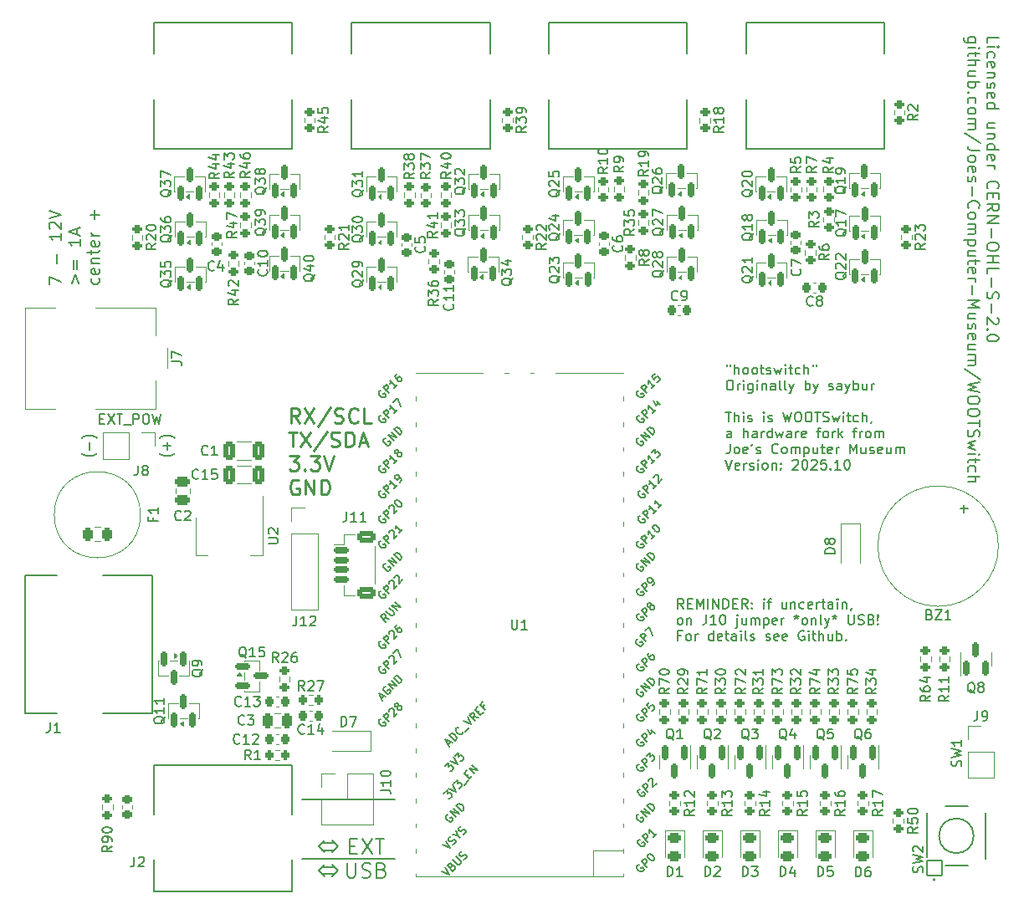
<source format=gto>
G04 #@! TF.GenerationSoftware,KiCad,Pcbnew,9.0.4-9.0.4-0~ubuntu22.04.1*
G04 #@! TF.CreationDate,2025-10-28T06:57:13-06:00*
G04 #@! TF.ProjectId,hootswitch,686f6f74-7377-4697-9463-682e6b696361,rev?*
G04 #@! TF.SameCoordinates,Original*
G04 #@! TF.FileFunction,Legend,Top*
G04 #@! TF.FilePolarity,Positive*
%FSLAX46Y46*%
G04 Gerber Fmt 4.6, Leading zero omitted, Abs format (unit mm)*
G04 Created by KiCad (PCBNEW 9.0.4-9.0.4-0~ubuntu22.04.1) date 2025-10-28 06:57:13*
%MOMM*%
%LPD*%
G01*
G04 APERTURE LIST*
G04 Aperture macros list*
%AMRoundRect*
0 Rectangle with rounded corners*
0 $1 Rounding radius*
0 $2 $3 $4 $5 $6 $7 $8 $9 X,Y pos of 4 corners*
0 Add a 4 corners polygon primitive as box body*
4,1,4,$2,$3,$4,$5,$6,$7,$8,$9,$2,$3,0*
0 Add four circle primitives for the rounded corners*
1,1,$1+$1,$2,$3*
1,1,$1+$1,$4,$5*
1,1,$1+$1,$6,$7*
1,1,$1+$1,$8,$9*
0 Add four rect primitives between the rounded corners*
20,1,$1+$1,$2,$3,$4,$5,0*
20,1,$1+$1,$4,$5,$6,$7,0*
20,1,$1+$1,$6,$7,$8,$9,0*
20,1,$1+$1,$8,$9,$2,$3,0*%
G04 Aperture macros list end*
%ADD10C,0.150000*%
%ADD11C,0.200000*%
%ADD12C,0.250000*%
%ADD13C,0.120000*%
%ADD14C,0.127000*%
%ADD15C,1.400000*%
%ADD16C,3.200000*%
%ADD17O,1.800000X1.800000*%
%ADD18O,1.500000X1.500000*%
%ADD19O,1.700000X1.700000*%
%ADD20R,3.500000X1.700000*%
%ADD21R,1.700000X1.700000*%
%ADD22RoundRect,0.250000X-0.325000X-0.650000X0.325000X-0.650000X0.325000X0.650000X-0.325000X0.650000X0*%
%ADD23C,1.702000*%
%ADD24RoundRect,0.102000X0.749000X-0.749000X0.749000X0.749000X-0.749000X0.749000X-0.749000X-0.749000X0*%
%ADD25RoundRect,0.200000X-0.275000X0.200000X-0.275000X-0.200000X0.275000X-0.200000X0.275000X0.200000X0*%
%ADD26RoundRect,0.150000X0.150000X-0.587500X0.150000X0.587500X-0.150000X0.587500X-0.150000X-0.587500X0*%
%ADD27RoundRect,0.200000X0.275000X-0.200000X0.275000X0.200000X-0.275000X0.200000X-0.275000X-0.200000X0*%
%ADD28RoundRect,0.243750X-0.456250X0.243750X-0.456250X-0.243750X0.456250X-0.243750X0.456250X0.243750X0*%
%ADD29RoundRect,0.225000X0.225000X0.250000X-0.225000X0.250000X-0.225000X-0.250000X0.225000X-0.250000X0*%
%ADD30RoundRect,0.225000X-0.250000X0.225000X-0.250000X-0.225000X0.250000X-0.225000X0.250000X0.225000X0*%
%ADD31RoundRect,0.218750X-0.256250X0.218750X-0.256250X-0.218750X0.256250X-0.218750X0.256250X0.218750X0*%
%ADD32RoundRect,0.243750X0.243750X0.456250X-0.243750X0.456250X-0.243750X-0.456250X0.243750X-0.456250X0*%
%ADD33RoundRect,0.150000X-0.150000X0.587500X-0.150000X-0.587500X0.150000X-0.587500X0.150000X0.587500X0*%
%ADD34C,2.700000*%
%ADD35RoundRect,0.150000X-0.587500X-0.150000X0.587500X-0.150000X0.587500X0.150000X-0.587500X0.150000X0*%
%ADD36C,1.600000*%
%ADD37R,4.000000X4.000000*%
%ADD38C,3.300000*%
%ADD39C,3.500000*%
%ADD40R,1.500000X2.000000*%
%ADD41R,3.800000X2.000000*%
%ADD42R,2.000000X2.000000*%
%ADD43C,2.000000*%
%ADD44RoundRect,0.200000X-0.200000X-0.275000X0.200000X-0.275000X0.200000X0.275000X-0.200000X0.275000X0*%
%ADD45RoundRect,0.200000X0.200000X0.275000X-0.200000X0.275000X-0.200000X-0.275000X0.200000X-0.275000X0*%
%ADD46RoundRect,0.225000X-0.225000X-0.250000X0.225000X-0.250000X0.225000X0.250000X-0.225000X0.250000X0*%
%ADD47RoundRect,0.150000X-0.625000X0.150000X-0.625000X-0.150000X0.625000X-0.150000X0.625000X0.150000X0*%
%ADD48RoundRect,0.250000X-0.650000X0.350000X-0.650000X-0.350000X0.650000X-0.350000X0.650000X0.350000X0*%
%ADD49R,0.900000X1.200000*%
%ADD50RoundRect,0.250000X0.475000X-0.250000X0.475000X0.250000X-0.475000X0.250000X-0.475000X-0.250000X0*%
%ADD51R,1.200000X0.900000*%
%ADD52RoundRect,0.250000X0.250000X0.475000X-0.250000X0.475000X-0.250000X-0.475000X0.250000X-0.475000X0*%
G04 APERTURE END LIST*
D10*
X88011000Y-138684000D02*
X97409000Y-138684000D01*
X88011000Y-144653000D02*
X97409000Y-144653000D01*
D11*
X62436809Y-86564993D02*
X62436809Y-85764993D01*
X62436809Y-85764993D02*
X63636809Y-86279279D01*
X63179667Y-84393564D02*
X63179667Y-83479279D01*
X63636809Y-81364993D02*
X63636809Y-82050707D01*
X63636809Y-81707850D02*
X62436809Y-81707850D01*
X62436809Y-81707850D02*
X62608238Y-81822136D01*
X62608238Y-81822136D02*
X62722524Y-81936421D01*
X62722524Y-81936421D02*
X62779667Y-82050707D01*
X62551095Y-80907850D02*
X62493952Y-80850707D01*
X62493952Y-80850707D02*
X62436809Y-80736422D01*
X62436809Y-80736422D02*
X62436809Y-80450707D01*
X62436809Y-80450707D02*
X62493952Y-80336422D01*
X62493952Y-80336422D02*
X62551095Y-80279279D01*
X62551095Y-80279279D02*
X62665381Y-80222136D01*
X62665381Y-80222136D02*
X62779667Y-80222136D01*
X62779667Y-80222136D02*
X62951095Y-80279279D01*
X62951095Y-80279279D02*
X63636809Y-80964993D01*
X63636809Y-80964993D02*
X63636809Y-80222136D01*
X62436809Y-79879279D02*
X63636809Y-79479279D01*
X63636809Y-79479279D02*
X62436809Y-79079279D01*
X64768742Y-86450707D02*
X65111600Y-85536422D01*
X65111600Y-85536422D02*
X65454457Y-86450707D01*
X64940171Y-84964993D02*
X64940171Y-84050708D01*
X65283028Y-84050708D02*
X65283028Y-84964993D01*
X65568742Y-81936422D02*
X65568742Y-82622136D01*
X65568742Y-82279279D02*
X64368742Y-82279279D01*
X64368742Y-82279279D02*
X64540171Y-82393565D01*
X64540171Y-82393565D02*
X64654457Y-82507850D01*
X64654457Y-82507850D02*
X64711600Y-82622136D01*
X65225885Y-81479279D02*
X65225885Y-80907851D01*
X65568742Y-81593565D02*
X64368742Y-81193565D01*
X64368742Y-81193565D02*
X65568742Y-80793565D01*
X67443533Y-85936422D02*
X67500675Y-86050707D01*
X67500675Y-86050707D02*
X67500675Y-86279279D01*
X67500675Y-86279279D02*
X67443533Y-86393564D01*
X67443533Y-86393564D02*
X67386390Y-86450707D01*
X67386390Y-86450707D02*
X67272104Y-86507850D01*
X67272104Y-86507850D02*
X66929247Y-86507850D01*
X66929247Y-86507850D02*
X66814961Y-86450707D01*
X66814961Y-86450707D02*
X66757818Y-86393564D01*
X66757818Y-86393564D02*
X66700675Y-86279279D01*
X66700675Y-86279279D02*
X66700675Y-86050707D01*
X66700675Y-86050707D02*
X66757818Y-85936422D01*
X67443533Y-84964993D02*
X67500675Y-85079279D01*
X67500675Y-85079279D02*
X67500675Y-85307851D01*
X67500675Y-85307851D02*
X67443533Y-85422136D01*
X67443533Y-85422136D02*
X67329247Y-85479279D01*
X67329247Y-85479279D02*
X66872104Y-85479279D01*
X66872104Y-85479279D02*
X66757818Y-85422136D01*
X66757818Y-85422136D02*
X66700675Y-85307851D01*
X66700675Y-85307851D02*
X66700675Y-85079279D01*
X66700675Y-85079279D02*
X66757818Y-84964993D01*
X66757818Y-84964993D02*
X66872104Y-84907851D01*
X66872104Y-84907851D02*
X66986390Y-84907851D01*
X66986390Y-84907851D02*
X67100675Y-85479279D01*
X66700675Y-84393565D02*
X67500675Y-84393565D01*
X66814961Y-84393565D02*
X66757818Y-84336422D01*
X66757818Y-84336422D02*
X66700675Y-84222137D01*
X66700675Y-84222137D02*
X66700675Y-84050708D01*
X66700675Y-84050708D02*
X66757818Y-83936422D01*
X66757818Y-83936422D02*
X66872104Y-83879280D01*
X66872104Y-83879280D02*
X67500675Y-83879280D01*
X66700675Y-83479280D02*
X66700675Y-83022137D01*
X66300675Y-83307851D02*
X67329247Y-83307851D01*
X67329247Y-83307851D02*
X67443533Y-83250708D01*
X67443533Y-83250708D02*
X67500675Y-83136423D01*
X67500675Y-83136423D02*
X67500675Y-83022137D01*
X67443533Y-82164994D02*
X67500675Y-82279280D01*
X67500675Y-82279280D02*
X67500675Y-82507852D01*
X67500675Y-82507852D02*
X67443533Y-82622137D01*
X67443533Y-82622137D02*
X67329247Y-82679280D01*
X67329247Y-82679280D02*
X66872104Y-82679280D01*
X66872104Y-82679280D02*
X66757818Y-82622137D01*
X66757818Y-82622137D02*
X66700675Y-82507852D01*
X66700675Y-82507852D02*
X66700675Y-82279280D01*
X66700675Y-82279280D02*
X66757818Y-82164994D01*
X66757818Y-82164994D02*
X66872104Y-82107852D01*
X66872104Y-82107852D02*
X66986390Y-82107852D01*
X66986390Y-82107852D02*
X67100675Y-82679280D01*
X67500675Y-81593566D02*
X66700675Y-81593566D01*
X66929247Y-81593566D02*
X66814961Y-81536423D01*
X66814961Y-81536423D02*
X66757818Y-81479281D01*
X66757818Y-81479281D02*
X66700675Y-81364995D01*
X66700675Y-81364995D02*
X66700675Y-81250709D01*
X67043533Y-79936423D02*
X67043533Y-79022138D01*
X67500675Y-79479280D02*
X66586390Y-79479280D01*
D10*
X126638207Y-119367875D02*
X126304874Y-118891684D01*
X126066779Y-119367875D02*
X126066779Y-118367875D01*
X126066779Y-118367875D02*
X126447731Y-118367875D01*
X126447731Y-118367875D02*
X126542969Y-118415494D01*
X126542969Y-118415494D02*
X126590588Y-118463113D01*
X126590588Y-118463113D02*
X126638207Y-118558351D01*
X126638207Y-118558351D02*
X126638207Y-118701208D01*
X126638207Y-118701208D02*
X126590588Y-118796446D01*
X126590588Y-118796446D02*
X126542969Y-118844065D01*
X126542969Y-118844065D02*
X126447731Y-118891684D01*
X126447731Y-118891684D02*
X126066779Y-118891684D01*
X127066779Y-118844065D02*
X127400112Y-118844065D01*
X127542969Y-119367875D02*
X127066779Y-119367875D01*
X127066779Y-119367875D02*
X127066779Y-118367875D01*
X127066779Y-118367875D02*
X127542969Y-118367875D01*
X127971541Y-119367875D02*
X127971541Y-118367875D01*
X127971541Y-118367875D02*
X128304874Y-119082160D01*
X128304874Y-119082160D02*
X128638207Y-118367875D01*
X128638207Y-118367875D02*
X128638207Y-119367875D01*
X129114398Y-119367875D02*
X129114398Y-118367875D01*
X129590588Y-119367875D02*
X129590588Y-118367875D01*
X129590588Y-118367875D02*
X130162016Y-119367875D01*
X130162016Y-119367875D02*
X130162016Y-118367875D01*
X130638207Y-119367875D02*
X130638207Y-118367875D01*
X130638207Y-118367875D02*
X130876302Y-118367875D01*
X130876302Y-118367875D02*
X131019159Y-118415494D01*
X131019159Y-118415494D02*
X131114397Y-118510732D01*
X131114397Y-118510732D02*
X131162016Y-118605970D01*
X131162016Y-118605970D02*
X131209635Y-118796446D01*
X131209635Y-118796446D02*
X131209635Y-118939303D01*
X131209635Y-118939303D02*
X131162016Y-119129779D01*
X131162016Y-119129779D02*
X131114397Y-119225017D01*
X131114397Y-119225017D02*
X131019159Y-119320256D01*
X131019159Y-119320256D02*
X130876302Y-119367875D01*
X130876302Y-119367875D02*
X130638207Y-119367875D01*
X131638207Y-118844065D02*
X131971540Y-118844065D01*
X132114397Y-119367875D02*
X131638207Y-119367875D01*
X131638207Y-119367875D02*
X131638207Y-118367875D01*
X131638207Y-118367875D02*
X132114397Y-118367875D01*
X133114397Y-119367875D02*
X132781064Y-118891684D01*
X132542969Y-119367875D02*
X132542969Y-118367875D01*
X132542969Y-118367875D02*
X132923921Y-118367875D01*
X132923921Y-118367875D02*
X133019159Y-118415494D01*
X133019159Y-118415494D02*
X133066778Y-118463113D01*
X133066778Y-118463113D02*
X133114397Y-118558351D01*
X133114397Y-118558351D02*
X133114397Y-118701208D01*
X133114397Y-118701208D02*
X133066778Y-118796446D01*
X133066778Y-118796446D02*
X133019159Y-118844065D01*
X133019159Y-118844065D02*
X132923921Y-118891684D01*
X132923921Y-118891684D02*
X132542969Y-118891684D01*
X133542969Y-119272636D02*
X133590588Y-119320256D01*
X133590588Y-119320256D02*
X133542969Y-119367875D01*
X133542969Y-119367875D02*
X133495350Y-119320256D01*
X133495350Y-119320256D02*
X133542969Y-119272636D01*
X133542969Y-119272636D02*
X133542969Y-119367875D01*
X133542969Y-118748827D02*
X133590588Y-118796446D01*
X133590588Y-118796446D02*
X133542969Y-118844065D01*
X133542969Y-118844065D02*
X133495350Y-118796446D01*
X133495350Y-118796446D02*
X133542969Y-118748827D01*
X133542969Y-118748827D02*
X133542969Y-118844065D01*
X134781064Y-119367875D02*
X134781064Y-118701208D01*
X134781064Y-118367875D02*
X134733445Y-118415494D01*
X134733445Y-118415494D02*
X134781064Y-118463113D01*
X134781064Y-118463113D02*
X134828683Y-118415494D01*
X134828683Y-118415494D02*
X134781064Y-118367875D01*
X134781064Y-118367875D02*
X134781064Y-118463113D01*
X135114397Y-118701208D02*
X135495349Y-118701208D01*
X135257254Y-119367875D02*
X135257254Y-118510732D01*
X135257254Y-118510732D02*
X135304873Y-118415494D01*
X135304873Y-118415494D02*
X135400111Y-118367875D01*
X135400111Y-118367875D02*
X135495349Y-118367875D01*
X137019159Y-118701208D02*
X137019159Y-119367875D01*
X136590588Y-118701208D02*
X136590588Y-119225017D01*
X136590588Y-119225017D02*
X136638207Y-119320256D01*
X136638207Y-119320256D02*
X136733445Y-119367875D01*
X136733445Y-119367875D02*
X136876302Y-119367875D01*
X136876302Y-119367875D02*
X136971540Y-119320256D01*
X136971540Y-119320256D02*
X137019159Y-119272636D01*
X137495350Y-118701208D02*
X137495350Y-119367875D01*
X137495350Y-118796446D02*
X137542969Y-118748827D01*
X137542969Y-118748827D02*
X137638207Y-118701208D01*
X137638207Y-118701208D02*
X137781064Y-118701208D01*
X137781064Y-118701208D02*
X137876302Y-118748827D01*
X137876302Y-118748827D02*
X137923921Y-118844065D01*
X137923921Y-118844065D02*
X137923921Y-119367875D01*
X138828683Y-119320256D02*
X138733445Y-119367875D01*
X138733445Y-119367875D02*
X138542969Y-119367875D01*
X138542969Y-119367875D02*
X138447731Y-119320256D01*
X138447731Y-119320256D02*
X138400112Y-119272636D01*
X138400112Y-119272636D02*
X138352493Y-119177398D01*
X138352493Y-119177398D02*
X138352493Y-118891684D01*
X138352493Y-118891684D02*
X138400112Y-118796446D01*
X138400112Y-118796446D02*
X138447731Y-118748827D01*
X138447731Y-118748827D02*
X138542969Y-118701208D01*
X138542969Y-118701208D02*
X138733445Y-118701208D01*
X138733445Y-118701208D02*
X138828683Y-118748827D01*
X139638207Y-119320256D02*
X139542969Y-119367875D01*
X139542969Y-119367875D02*
X139352493Y-119367875D01*
X139352493Y-119367875D02*
X139257255Y-119320256D01*
X139257255Y-119320256D02*
X139209636Y-119225017D01*
X139209636Y-119225017D02*
X139209636Y-118844065D01*
X139209636Y-118844065D02*
X139257255Y-118748827D01*
X139257255Y-118748827D02*
X139352493Y-118701208D01*
X139352493Y-118701208D02*
X139542969Y-118701208D01*
X139542969Y-118701208D02*
X139638207Y-118748827D01*
X139638207Y-118748827D02*
X139685826Y-118844065D01*
X139685826Y-118844065D02*
X139685826Y-118939303D01*
X139685826Y-118939303D02*
X139209636Y-119034541D01*
X140114398Y-119367875D02*
X140114398Y-118701208D01*
X140114398Y-118891684D02*
X140162017Y-118796446D01*
X140162017Y-118796446D02*
X140209636Y-118748827D01*
X140209636Y-118748827D02*
X140304874Y-118701208D01*
X140304874Y-118701208D02*
X140400112Y-118701208D01*
X140590589Y-118701208D02*
X140971541Y-118701208D01*
X140733446Y-118367875D02*
X140733446Y-119225017D01*
X140733446Y-119225017D02*
X140781065Y-119320256D01*
X140781065Y-119320256D02*
X140876303Y-119367875D01*
X140876303Y-119367875D02*
X140971541Y-119367875D01*
X141733446Y-119367875D02*
X141733446Y-118844065D01*
X141733446Y-118844065D02*
X141685827Y-118748827D01*
X141685827Y-118748827D02*
X141590589Y-118701208D01*
X141590589Y-118701208D02*
X141400113Y-118701208D01*
X141400113Y-118701208D02*
X141304875Y-118748827D01*
X141733446Y-119320256D02*
X141638208Y-119367875D01*
X141638208Y-119367875D02*
X141400113Y-119367875D01*
X141400113Y-119367875D02*
X141304875Y-119320256D01*
X141304875Y-119320256D02*
X141257256Y-119225017D01*
X141257256Y-119225017D02*
X141257256Y-119129779D01*
X141257256Y-119129779D02*
X141304875Y-119034541D01*
X141304875Y-119034541D02*
X141400113Y-118986922D01*
X141400113Y-118986922D02*
X141638208Y-118986922D01*
X141638208Y-118986922D02*
X141733446Y-118939303D01*
X142209637Y-119367875D02*
X142209637Y-118701208D01*
X142209637Y-118367875D02*
X142162018Y-118415494D01*
X142162018Y-118415494D02*
X142209637Y-118463113D01*
X142209637Y-118463113D02*
X142257256Y-118415494D01*
X142257256Y-118415494D02*
X142209637Y-118367875D01*
X142209637Y-118367875D02*
X142209637Y-118463113D01*
X142685827Y-118701208D02*
X142685827Y-119367875D01*
X142685827Y-118796446D02*
X142733446Y-118748827D01*
X142733446Y-118748827D02*
X142828684Y-118701208D01*
X142828684Y-118701208D02*
X142971541Y-118701208D01*
X142971541Y-118701208D02*
X143066779Y-118748827D01*
X143066779Y-118748827D02*
X143114398Y-118844065D01*
X143114398Y-118844065D02*
X143114398Y-119367875D01*
X143638208Y-119320256D02*
X143638208Y-119367875D01*
X143638208Y-119367875D02*
X143590589Y-119463113D01*
X143590589Y-119463113D02*
X143542970Y-119510732D01*
X126209636Y-120977819D02*
X126114398Y-120930200D01*
X126114398Y-120930200D02*
X126066779Y-120882580D01*
X126066779Y-120882580D02*
X126019160Y-120787342D01*
X126019160Y-120787342D02*
X126019160Y-120501628D01*
X126019160Y-120501628D02*
X126066779Y-120406390D01*
X126066779Y-120406390D02*
X126114398Y-120358771D01*
X126114398Y-120358771D02*
X126209636Y-120311152D01*
X126209636Y-120311152D02*
X126352493Y-120311152D01*
X126352493Y-120311152D02*
X126447731Y-120358771D01*
X126447731Y-120358771D02*
X126495350Y-120406390D01*
X126495350Y-120406390D02*
X126542969Y-120501628D01*
X126542969Y-120501628D02*
X126542969Y-120787342D01*
X126542969Y-120787342D02*
X126495350Y-120882580D01*
X126495350Y-120882580D02*
X126447731Y-120930200D01*
X126447731Y-120930200D02*
X126352493Y-120977819D01*
X126352493Y-120977819D02*
X126209636Y-120977819D01*
X126971541Y-120311152D02*
X126971541Y-120977819D01*
X126971541Y-120406390D02*
X127019160Y-120358771D01*
X127019160Y-120358771D02*
X127114398Y-120311152D01*
X127114398Y-120311152D02*
X127257255Y-120311152D01*
X127257255Y-120311152D02*
X127352493Y-120358771D01*
X127352493Y-120358771D02*
X127400112Y-120454009D01*
X127400112Y-120454009D02*
X127400112Y-120977819D01*
X128923922Y-119977819D02*
X128923922Y-120692104D01*
X128923922Y-120692104D02*
X128876303Y-120834961D01*
X128876303Y-120834961D02*
X128781065Y-120930200D01*
X128781065Y-120930200D02*
X128638208Y-120977819D01*
X128638208Y-120977819D02*
X128542970Y-120977819D01*
X129923922Y-120977819D02*
X129352494Y-120977819D01*
X129638208Y-120977819D02*
X129638208Y-119977819D01*
X129638208Y-119977819D02*
X129542970Y-120120676D01*
X129542970Y-120120676D02*
X129447732Y-120215914D01*
X129447732Y-120215914D02*
X129352494Y-120263533D01*
X130542970Y-119977819D02*
X130638208Y-119977819D01*
X130638208Y-119977819D02*
X130733446Y-120025438D01*
X130733446Y-120025438D02*
X130781065Y-120073057D01*
X130781065Y-120073057D02*
X130828684Y-120168295D01*
X130828684Y-120168295D02*
X130876303Y-120358771D01*
X130876303Y-120358771D02*
X130876303Y-120596866D01*
X130876303Y-120596866D02*
X130828684Y-120787342D01*
X130828684Y-120787342D02*
X130781065Y-120882580D01*
X130781065Y-120882580D02*
X130733446Y-120930200D01*
X130733446Y-120930200D02*
X130638208Y-120977819D01*
X130638208Y-120977819D02*
X130542970Y-120977819D01*
X130542970Y-120977819D02*
X130447732Y-120930200D01*
X130447732Y-120930200D02*
X130400113Y-120882580D01*
X130400113Y-120882580D02*
X130352494Y-120787342D01*
X130352494Y-120787342D02*
X130304875Y-120596866D01*
X130304875Y-120596866D02*
X130304875Y-120358771D01*
X130304875Y-120358771D02*
X130352494Y-120168295D01*
X130352494Y-120168295D02*
X130400113Y-120073057D01*
X130400113Y-120073057D02*
X130447732Y-120025438D01*
X130447732Y-120025438D02*
X130542970Y-119977819D01*
X132066780Y-120311152D02*
X132066780Y-121168295D01*
X132066780Y-121168295D02*
X132019161Y-121263533D01*
X132019161Y-121263533D02*
X131923923Y-121311152D01*
X131923923Y-121311152D02*
X131876304Y-121311152D01*
X132066780Y-119977819D02*
X132019161Y-120025438D01*
X132019161Y-120025438D02*
X132066780Y-120073057D01*
X132066780Y-120073057D02*
X132114399Y-120025438D01*
X132114399Y-120025438D02*
X132066780Y-119977819D01*
X132066780Y-119977819D02*
X132066780Y-120073057D01*
X132971541Y-120311152D02*
X132971541Y-120977819D01*
X132542970Y-120311152D02*
X132542970Y-120834961D01*
X132542970Y-120834961D02*
X132590589Y-120930200D01*
X132590589Y-120930200D02*
X132685827Y-120977819D01*
X132685827Y-120977819D02*
X132828684Y-120977819D01*
X132828684Y-120977819D02*
X132923922Y-120930200D01*
X132923922Y-120930200D02*
X132971541Y-120882580D01*
X133447732Y-120977819D02*
X133447732Y-120311152D01*
X133447732Y-120406390D02*
X133495351Y-120358771D01*
X133495351Y-120358771D02*
X133590589Y-120311152D01*
X133590589Y-120311152D02*
X133733446Y-120311152D01*
X133733446Y-120311152D02*
X133828684Y-120358771D01*
X133828684Y-120358771D02*
X133876303Y-120454009D01*
X133876303Y-120454009D02*
X133876303Y-120977819D01*
X133876303Y-120454009D02*
X133923922Y-120358771D01*
X133923922Y-120358771D02*
X134019160Y-120311152D01*
X134019160Y-120311152D02*
X134162017Y-120311152D01*
X134162017Y-120311152D02*
X134257256Y-120358771D01*
X134257256Y-120358771D02*
X134304875Y-120454009D01*
X134304875Y-120454009D02*
X134304875Y-120977819D01*
X134781065Y-120311152D02*
X134781065Y-121311152D01*
X134781065Y-120358771D02*
X134876303Y-120311152D01*
X134876303Y-120311152D02*
X135066779Y-120311152D01*
X135066779Y-120311152D02*
X135162017Y-120358771D01*
X135162017Y-120358771D02*
X135209636Y-120406390D01*
X135209636Y-120406390D02*
X135257255Y-120501628D01*
X135257255Y-120501628D02*
X135257255Y-120787342D01*
X135257255Y-120787342D02*
X135209636Y-120882580D01*
X135209636Y-120882580D02*
X135162017Y-120930200D01*
X135162017Y-120930200D02*
X135066779Y-120977819D01*
X135066779Y-120977819D02*
X134876303Y-120977819D01*
X134876303Y-120977819D02*
X134781065Y-120930200D01*
X136066779Y-120930200D02*
X135971541Y-120977819D01*
X135971541Y-120977819D02*
X135781065Y-120977819D01*
X135781065Y-120977819D02*
X135685827Y-120930200D01*
X135685827Y-120930200D02*
X135638208Y-120834961D01*
X135638208Y-120834961D02*
X135638208Y-120454009D01*
X135638208Y-120454009D02*
X135685827Y-120358771D01*
X135685827Y-120358771D02*
X135781065Y-120311152D01*
X135781065Y-120311152D02*
X135971541Y-120311152D01*
X135971541Y-120311152D02*
X136066779Y-120358771D01*
X136066779Y-120358771D02*
X136114398Y-120454009D01*
X136114398Y-120454009D02*
X136114398Y-120549247D01*
X136114398Y-120549247D02*
X135638208Y-120644485D01*
X136542970Y-120977819D02*
X136542970Y-120311152D01*
X136542970Y-120501628D02*
X136590589Y-120406390D01*
X136590589Y-120406390D02*
X136638208Y-120358771D01*
X136638208Y-120358771D02*
X136733446Y-120311152D01*
X136733446Y-120311152D02*
X136828684Y-120311152D01*
X138066780Y-119977819D02*
X138066780Y-120215914D01*
X137828685Y-120120676D02*
X138066780Y-120215914D01*
X138066780Y-120215914D02*
X138304875Y-120120676D01*
X137923923Y-120406390D02*
X138066780Y-120215914D01*
X138066780Y-120215914D02*
X138209637Y-120406390D01*
X138828685Y-120977819D02*
X138733447Y-120930200D01*
X138733447Y-120930200D02*
X138685828Y-120882580D01*
X138685828Y-120882580D02*
X138638209Y-120787342D01*
X138638209Y-120787342D02*
X138638209Y-120501628D01*
X138638209Y-120501628D02*
X138685828Y-120406390D01*
X138685828Y-120406390D02*
X138733447Y-120358771D01*
X138733447Y-120358771D02*
X138828685Y-120311152D01*
X138828685Y-120311152D02*
X138971542Y-120311152D01*
X138971542Y-120311152D02*
X139066780Y-120358771D01*
X139066780Y-120358771D02*
X139114399Y-120406390D01*
X139114399Y-120406390D02*
X139162018Y-120501628D01*
X139162018Y-120501628D02*
X139162018Y-120787342D01*
X139162018Y-120787342D02*
X139114399Y-120882580D01*
X139114399Y-120882580D02*
X139066780Y-120930200D01*
X139066780Y-120930200D02*
X138971542Y-120977819D01*
X138971542Y-120977819D02*
X138828685Y-120977819D01*
X139590590Y-120311152D02*
X139590590Y-120977819D01*
X139590590Y-120406390D02*
X139638209Y-120358771D01*
X139638209Y-120358771D02*
X139733447Y-120311152D01*
X139733447Y-120311152D02*
X139876304Y-120311152D01*
X139876304Y-120311152D02*
X139971542Y-120358771D01*
X139971542Y-120358771D02*
X140019161Y-120454009D01*
X140019161Y-120454009D02*
X140019161Y-120977819D01*
X140638209Y-120977819D02*
X140542971Y-120930200D01*
X140542971Y-120930200D02*
X140495352Y-120834961D01*
X140495352Y-120834961D02*
X140495352Y-119977819D01*
X140923924Y-120311152D02*
X141162019Y-120977819D01*
X141400114Y-120311152D02*
X141162019Y-120977819D01*
X141162019Y-120977819D02*
X141066781Y-121215914D01*
X141066781Y-121215914D02*
X141019162Y-121263533D01*
X141019162Y-121263533D02*
X140923924Y-121311152D01*
X141923924Y-119977819D02*
X141923924Y-120215914D01*
X141685829Y-120120676D02*
X141923924Y-120215914D01*
X141923924Y-120215914D02*
X142162019Y-120120676D01*
X141781067Y-120406390D02*
X141923924Y-120215914D01*
X141923924Y-120215914D02*
X142066781Y-120406390D01*
X143304877Y-119977819D02*
X143304877Y-120787342D01*
X143304877Y-120787342D02*
X143352496Y-120882580D01*
X143352496Y-120882580D02*
X143400115Y-120930200D01*
X143400115Y-120930200D02*
X143495353Y-120977819D01*
X143495353Y-120977819D02*
X143685829Y-120977819D01*
X143685829Y-120977819D02*
X143781067Y-120930200D01*
X143781067Y-120930200D02*
X143828686Y-120882580D01*
X143828686Y-120882580D02*
X143876305Y-120787342D01*
X143876305Y-120787342D02*
X143876305Y-119977819D01*
X144304877Y-120930200D02*
X144447734Y-120977819D01*
X144447734Y-120977819D02*
X144685829Y-120977819D01*
X144685829Y-120977819D02*
X144781067Y-120930200D01*
X144781067Y-120930200D02*
X144828686Y-120882580D01*
X144828686Y-120882580D02*
X144876305Y-120787342D01*
X144876305Y-120787342D02*
X144876305Y-120692104D01*
X144876305Y-120692104D02*
X144828686Y-120596866D01*
X144828686Y-120596866D02*
X144781067Y-120549247D01*
X144781067Y-120549247D02*
X144685829Y-120501628D01*
X144685829Y-120501628D02*
X144495353Y-120454009D01*
X144495353Y-120454009D02*
X144400115Y-120406390D01*
X144400115Y-120406390D02*
X144352496Y-120358771D01*
X144352496Y-120358771D02*
X144304877Y-120263533D01*
X144304877Y-120263533D02*
X144304877Y-120168295D01*
X144304877Y-120168295D02*
X144352496Y-120073057D01*
X144352496Y-120073057D02*
X144400115Y-120025438D01*
X144400115Y-120025438D02*
X144495353Y-119977819D01*
X144495353Y-119977819D02*
X144733448Y-119977819D01*
X144733448Y-119977819D02*
X144876305Y-120025438D01*
X145638210Y-120454009D02*
X145781067Y-120501628D01*
X145781067Y-120501628D02*
X145828686Y-120549247D01*
X145828686Y-120549247D02*
X145876305Y-120644485D01*
X145876305Y-120644485D02*
X145876305Y-120787342D01*
X145876305Y-120787342D02*
X145828686Y-120882580D01*
X145828686Y-120882580D02*
X145781067Y-120930200D01*
X145781067Y-120930200D02*
X145685829Y-120977819D01*
X145685829Y-120977819D02*
X145304877Y-120977819D01*
X145304877Y-120977819D02*
X145304877Y-119977819D01*
X145304877Y-119977819D02*
X145638210Y-119977819D01*
X145638210Y-119977819D02*
X145733448Y-120025438D01*
X145733448Y-120025438D02*
X145781067Y-120073057D01*
X145781067Y-120073057D02*
X145828686Y-120168295D01*
X145828686Y-120168295D02*
X145828686Y-120263533D01*
X145828686Y-120263533D02*
X145781067Y-120358771D01*
X145781067Y-120358771D02*
X145733448Y-120406390D01*
X145733448Y-120406390D02*
X145638210Y-120454009D01*
X145638210Y-120454009D02*
X145304877Y-120454009D01*
X146304877Y-120882580D02*
X146352496Y-120930200D01*
X146352496Y-120930200D02*
X146304877Y-120977819D01*
X146304877Y-120977819D02*
X146257258Y-120930200D01*
X146257258Y-120930200D02*
X146304877Y-120882580D01*
X146304877Y-120882580D02*
X146304877Y-120977819D01*
X146304877Y-120596866D02*
X146257258Y-120025438D01*
X146257258Y-120025438D02*
X146304877Y-119977819D01*
X146304877Y-119977819D02*
X146352496Y-120025438D01*
X146352496Y-120025438D02*
X146304877Y-120596866D01*
X146304877Y-120596866D02*
X146304877Y-119977819D01*
X126400112Y-122063953D02*
X126066779Y-122063953D01*
X126066779Y-122587763D02*
X126066779Y-121587763D01*
X126066779Y-121587763D02*
X126542969Y-121587763D01*
X127066779Y-122587763D02*
X126971541Y-122540144D01*
X126971541Y-122540144D02*
X126923922Y-122492524D01*
X126923922Y-122492524D02*
X126876303Y-122397286D01*
X126876303Y-122397286D02*
X126876303Y-122111572D01*
X126876303Y-122111572D02*
X126923922Y-122016334D01*
X126923922Y-122016334D02*
X126971541Y-121968715D01*
X126971541Y-121968715D02*
X127066779Y-121921096D01*
X127066779Y-121921096D02*
X127209636Y-121921096D01*
X127209636Y-121921096D02*
X127304874Y-121968715D01*
X127304874Y-121968715D02*
X127352493Y-122016334D01*
X127352493Y-122016334D02*
X127400112Y-122111572D01*
X127400112Y-122111572D02*
X127400112Y-122397286D01*
X127400112Y-122397286D02*
X127352493Y-122492524D01*
X127352493Y-122492524D02*
X127304874Y-122540144D01*
X127304874Y-122540144D02*
X127209636Y-122587763D01*
X127209636Y-122587763D02*
X127066779Y-122587763D01*
X127828684Y-122587763D02*
X127828684Y-121921096D01*
X127828684Y-122111572D02*
X127876303Y-122016334D01*
X127876303Y-122016334D02*
X127923922Y-121968715D01*
X127923922Y-121968715D02*
X128019160Y-121921096D01*
X128019160Y-121921096D02*
X128114398Y-121921096D01*
X129638208Y-122587763D02*
X129638208Y-121587763D01*
X129638208Y-122540144D02*
X129542970Y-122587763D01*
X129542970Y-122587763D02*
X129352494Y-122587763D01*
X129352494Y-122587763D02*
X129257256Y-122540144D01*
X129257256Y-122540144D02*
X129209637Y-122492524D01*
X129209637Y-122492524D02*
X129162018Y-122397286D01*
X129162018Y-122397286D02*
X129162018Y-122111572D01*
X129162018Y-122111572D02*
X129209637Y-122016334D01*
X129209637Y-122016334D02*
X129257256Y-121968715D01*
X129257256Y-121968715D02*
X129352494Y-121921096D01*
X129352494Y-121921096D02*
X129542970Y-121921096D01*
X129542970Y-121921096D02*
X129638208Y-121968715D01*
X130495351Y-122540144D02*
X130400113Y-122587763D01*
X130400113Y-122587763D02*
X130209637Y-122587763D01*
X130209637Y-122587763D02*
X130114399Y-122540144D01*
X130114399Y-122540144D02*
X130066780Y-122444905D01*
X130066780Y-122444905D02*
X130066780Y-122063953D01*
X130066780Y-122063953D02*
X130114399Y-121968715D01*
X130114399Y-121968715D02*
X130209637Y-121921096D01*
X130209637Y-121921096D02*
X130400113Y-121921096D01*
X130400113Y-121921096D02*
X130495351Y-121968715D01*
X130495351Y-121968715D02*
X130542970Y-122063953D01*
X130542970Y-122063953D02*
X130542970Y-122159191D01*
X130542970Y-122159191D02*
X130066780Y-122254429D01*
X130828685Y-121921096D02*
X131209637Y-121921096D01*
X130971542Y-121587763D02*
X130971542Y-122444905D01*
X130971542Y-122444905D02*
X131019161Y-122540144D01*
X131019161Y-122540144D02*
X131114399Y-122587763D01*
X131114399Y-122587763D02*
X131209637Y-122587763D01*
X131971542Y-122587763D02*
X131971542Y-122063953D01*
X131971542Y-122063953D02*
X131923923Y-121968715D01*
X131923923Y-121968715D02*
X131828685Y-121921096D01*
X131828685Y-121921096D02*
X131638209Y-121921096D01*
X131638209Y-121921096D02*
X131542971Y-121968715D01*
X131971542Y-122540144D02*
X131876304Y-122587763D01*
X131876304Y-122587763D02*
X131638209Y-122587763D01*
X131638209Y-122587763D02*
X131542971Y-122540144D01*
X131542971Y-122540144D02*
X131495352Y-122444905D01*
X131495352Y-122444905D02*
X131495352Y-122349667D01*
X131495352Y-122349667D02*
X131542971Y-122254429D01*
X131542971Y-122254429D02*
X131638209Y-122206810D01*
X131638209Y-122206810D02*
X131876304Y-122206810D01*
X131876304Y-122206810D02*
X131971542Y-122159191D01*
X132447733Y-122587763D02*
X132447733Y-121921096D01*
X132447733Y-121587763D02*
X132400114Y-121635382D01*
X132400114Y-121635382D02*
X132447733Y-121683001D01*
X132447733Y-121683001D02*
X132495352Y-121635382D01*
X132495352Y-121635382D02*
X132447733Y-121587763D01*
X132447733Y-121587763D02*
X132447733Y-121683001D01*
X133066780Y-122587763D02*
X132971542Y-122540144D01*
X132971542Y-122540144D02*
X132923923Y-122444905D01*
X132923923Y-122444905D02*
X132923923Y-121587763D01*
X133400114Y-122540144D02*
X133495352Y-122587763D01*
X133495352Y-122587763D02*
X133685828Y-122587763D01*
X133685828Y-122587763D02*
X133781066Y-122540144D01*
X133781066Y-122540144D02*
X133828685Y-122444905D01*
X133828685Y-122444905D02*
X133828685Y-122397286D01*
X133828685Y-122397286D02*
X133781066Y-122302048D01*
X133781066Y-122302048D02*
X133685828Y-122254429D01*
X133685828Y-122254429D02*
X133542971Y-122254429D01*
X133542971Y-122254429D02*
X133447733Y-122206810D01*
X133447733Y-122206810D02*
X133400114Y-122111572D01*
X133400114Y-122111572D02*
X133400114Y-122063953D01*
X133400114Y-122063953D02*
X133447733Y-121968715D01*
X133447733Y-121968715D02*
X133542971Y-121921096D01*
X133542971Y-121921096D02*
X133685828Y-121921096D01*
X133685828Y-121921096D02*
X133781066Y-121968715D01*
X134971543Y-122540144D02*
X135066781Y-122587763D01*
X135066781Y-122587763D02*
X135257257Y-122587763D01*
X135257257Y-122587763D02*
X135352495Y-122540144D01*
X135352495Y-122540144D02*
X135400114Y-122444905D01*
X135400114Y-122444905D02*
X135400114Y-122397286D01*
X135400114Y-122397286D02*
X135352495Y-122302048D01*
X135352495Y-122302048D02*
X135257257Y-122254429D01*
X135257257Y-122254429D02*
X135114400Y-122254429D01*
X135114400Y-122254429D02*
X135019162Y-122206810D01*
X135019162Y-122206810D02*
X134971543Y-122111572D01*
X134971543Y-122111572D02*
X134971543Y-122063953D01*
X134971543Y-122063953D02*
X135019162Y-121968715D01*
X135019162Y-121968715D02*
X135114400Y-121921096D01*
X135114400Y-121921096D02*
X135257257Y-121921096D01*
X135257257Y-121921096D02*
X135352495Y-121968715D01*
X136209638Y-122540144D02*
X136114400Y-122587763D01*
X136114400Y-122587763D02*
X135923924Y-122587763D01*
X135923924Y-122587763D02*
X135828686Y-122540144D01*
X135828686Y-122540144D02*
X135781067Y-122444905D01*
X135781067Y-122444905D02*
X135781067Y-122063953D01*
X135781067Y-122063953D02*
X135828686Y-121968715D01*
X135828686Y-121968715D02*
X135923924Y-121921096D01*
X135923924Y-121921096D02*
X136114400Y-121921096D01*
X136114400Y-121921096D02*
X136209638Y-121968715D01*
X136209638Y-121968715D02*
X136257257Y-122063953D01*
X136257257Y-122063953D02*
X136257257Y-122159191D01*
X136257257Y-122159191D02*
X135781067Y-122254429D01*
X137066781Y-122540144D02*
X136971543Y-122587763D01*
X136971543Y-122587763D02*
X136781067Y-122587763D01*
X136781067Y-122587763D02*
X136685829Y-122540144D01*
X136685829Y-122540144D02*
X136638210Y-122444905D01*
X136638210Y-122444905D02*
X136638210Y-122063953D01*
X136638210Y-122063953D02*
X136685829Y-121968715D01*
X136685829Y-121968715D02*
X136781067Y-121921096D01*
X136781067Y-121921096D02*
X136971543Y-121921096D01*
X136971543Y-121921096D02*
X137066781Y-121968715D01*
X137066781Y-121968715D02*
X137114400Y-122063953D01*
X137114400Y-122063953D02*
X137114400Y-122159191D01*
X137114400Y-122159191D02*
X136638210Y-122254429D01*
X138828686Y-121635382D02*
X138733448Y-121587763D01*
X138733448Y-121587763D02*
X138590591Y-121587763D01*
X138590591Y-121587763D02*
X138447734Y-121635382D01*
X138447734Y-121635382D02*
X138352496Y-121730620D01*
X138352496Y-121730620D02*
X138304877Y-121825858D01*
X138304877Y-121825858D02*
X138257258Y-122016334D01*
X138257258Y-122016334D02*
X138257258Y-122159191D01*
X138257258Y-122159191D02*
X138304877Y-122349667D01*
X138304877Y-122349667D02*
X138352496Y-122444905D01*
X138352496Y-122444905D02*
X138447734Y-122540144D01*
X138447734Y-122540144D02*
X138590591Y-122587763D01*
X138590591Y-122587763D02*
X138685829Y-122587763D01*
X138685829Y-122587763D02*
X138828686Y-122540144D01*
X138828686Y-122540144D02*
X138876305Y-122492524D01*
X138876305Y-122492524D02*
X138876305Y-122159191D01*
X138876305Y-122159191D02*
X138685829Y-122159191D01*
X139304877Y-122587763D02*
X139304877Y-121921096D01*
X139304877Y-121587763D02*
X139257258Y-121635382D01*
X139257258Y-121635382D02*
X139304877Y-121683001D01*
X139304877Y-121683001D02*
X139352496Y-121635382D01*
X139352496Y-121635382D02*
X139304877Y-121587763D01*
X139304877Y-121587763D02*
X139304877Y-121683001D01*
X139638210Y-121921096D02*
X140019162Y-121921096D01*
X139781067Y-121587763D02*
X139781067Y-122444905D01*
X139781067Y-122444905D02*
X139828686Y-122540144D01*
X139828686Y-122540144D02*
X139923924Y-122587763D01*
X139923924Y-122587763D02*
X140019162Y-122587763D01*
X140352496Y-122587763D02*
X140352496Y-121587763D01*
X140781067Y-122587763D02*
X140781067Y-122063953D01*
X140781067Y-122063953D02*
X140733448Y-121968715D01*
X140733448Y-121968715D02*
X140638210Y-121921096D01*
X140638210Y-121921096D02*
X140495353Y-121921096D01*
X140495353Y-121921096D02*
X140400115Y-121968715D01*
X140400115Y-121968715D02*
X140352496Y-122016334D01*
X141685829Y-121921096D02*
X141685829Y-122587763D01*
X141257258Y-121921096D02*
X141257258Y-122444905D01*
X141257258Y-122444905D02*
X141304877Y-122540144D01*
X141304877Y-122540144D02*
X141400115Y-122587763D01*
X141400115Y-122587763D02*
X141542972Y-122587763D01*
X141542972Y-122587763D02*
X141638210Y-122540144D01*
X141638210Y-122540144D02*
X141685829Y-122492524D01*
X142162020Y-122587763D02*
X142162020Y-121587763D01*
X142162020Y-121968715D02*
X142257258Y-121921096D01*
X142257258Y-121921096D02*
X142447734Y-121921096D01*
X142447734Y-121921096D02*
X142542972Y-121968715D01*
X142542972Y-121968715D02*
X142590591Y-122016334D01*
X142590591Y-122016334D02*
X142638210Y-122111572D01*
X142638210Y-122111572D02*
X142638210Y-122397286D01*
X142638210Y-122397286D02*
X142590591Y-122492524D01*
X142590591Y-122492524D02*
X142542972Y-122540144D01*
X142542972Y-122540144D02*
X142447734Y-122587763D01*
X142447734Y-122587763D02*
X142257258Y-122587763D01*
X142257258Y-122587763D02*
X142162020Y-122540144D01*
X143066782Y-122492524D02*
X143114401Y-122540144D01*
X143114401Y-122540144D02*
X143066782Y-122587763D01*
X143066782Y-122587763D02*
X143019163Y-122540144D01*
X143019163Y-122540144D02*
X143066782Y-122492524D01*
X143066782Y-122492524D02*
X143066782Y-122587763D01*
D11*
X90082761Y-146219909D02*
X91273238Y-146219909D01*
X90082761Y-145505623D02*
X91273238Y-145505623D01*
X90320857Y-146458004D02*
X89725619Y-145862766D01*
X89725619Y-145862766D02*
X90320857Y-145267528D01*
X91035142Y-145267528D02*
X91630381Y-145862766D01*
X91630381Y-145862766D02*
X91035142Y-146458004D01*
X92595142Y-145106528D02*
X92595142Y-146320814D01*
X92595142Y-146320814D02*
X92666571Y-146463671D01*
X92666571Y-146463671D02*
X92738000Y-146535100D01*
X92738000Y-146535100D02*
X92880857Y-146606528D01*
X92880857Y-146606528D02*
X93166571Y-146606528D01*
X93166571Y-146606528D02*
X93309428Y-146535100D01*
X93309428Y-146535100D02*
X93380857Y-146463671D01*
X93380857Y-146463671D02*
X93452285Y-146320814D01*
X93452285Y-146320814D02*
X93452285Y-145106528D01*
X94095143Y-146535100D02*
X94309429Y-146606528D01*
X94309429Y-146606528D02*
X94666571Y-146606528D01*
X94666571Y-146606528D02*
X94809429Y-146535100D01*
X94809429Y-146535100D02*
X94880857Y-146463671D01*
X94880857Y-146463671D02*
X94952286Y-146320814D01*
X94952286Y-146320814D02*
X94952286Y-146177957D01*
X94952286Y-146177957D02*
X94880857Y-146035100D01*
X94880857Y-146035100D02*
X94809429Y-145963671D01*
X94809429Y-145963671D02*
X94666571Y-145892242D01*
X94666571Y-145892242D02*
X94380857Y-145820814D01*
X94380857Y-145820814D02*
X94238000Y-145749385D01*
X94238000Y-145749385D02*
X94166571Y-145677957D01*
X94166571Y-145677957D02*
X94095143Y-145535100D01*
X94095143Y-145535100D02*
X94095143Y-145392242D01*
X94095143Y-145392242D02*
X94166571Y-145249385D01*
X94166571Y-145249385D02*
X94238000Y-145177957D01*
X94238000Y-145177957D02*
X94380857Y-145106528D01*
X94380857Y-145106528D02*
X94738000Y-145106528D01*
X94738000Y-145106528D02*
X94952286Y-145177957D01*
X96095142Y-145820814D02*
X96309428Y-145892242D01*
X96309428Y-145892242D02*
X96380857Y-145963671D01*
X96380857Y-145963671D02*
X96452285Y-146106528D01*
X96452285Y-146106528D02*
X96452285Y-146320814D01*
X96452285Y-146320814D02*
X96380857Y-146463671D01*
X96380857Y-146463671D02*
X96309428Y-146535100D01*
X96309428Y-146535100D02*
X96166571Y-146606528D01*
X96166571Y-146606528D02*
X95595142Y-146606528D01*
X95595142Y-146606528D02*
X95595142Y-145106528D01*
X95595142Y-145106528D02*
X96095142Y-145106528D01*
X96095142Y-145106528D02*
X96238000Y-145177957D01*
X96238000Y-145177957D02*
X96309428Y-145249385D01*
X96309428Y-145249385D02*
X96380857Y-145392242D01*
X96380857Y-145392242D02*
X96380857Y-145535100D01*
X96380857Y-145535100D02*
X96309428Y-145677957D01*
X96309428Y-145677957D02*
X96238000Y-145749385D01*
X96238000Y-145749385D02*
X96095142Y-145820814D01*
X96095142Y-145820814D02*
X95595142Y-145820814D01*
D10*
X75130771Y-103631904D02*
X75083152Y-103679523D01*
X75083152Y-103679523D02*
X74940295Y-103774761D01*
X74940295Y-103774761D02*
X74845057Y-103822380D01*
X74845057Y-103822380D02*
X74702200Y-103869999D01*
X74702200Y-103869999D02*
X74464104Y-103917618D01*
X74464104Y-103917618D02*
X74273628Y-103917618D01*
X74273628Y-103917618D02*
X74035533Y-103869999D01*
X74035533Y-103869999D02*
X73892676Y-103822380D01*
X73892676Y-103822380D02*
X73797438Y-103774761D01*
X73797438Y-103774761D02*
X73654580Y-103679523D01*
X73654580Y-103679523D02*
X73606961Y-103631904D01*
X74368866Y-103250951D02*
X74368866Y-102489047D01*
X74749819Y-102869999D02*
X73987914Y-102869999D01*
X75130771Y-102108094D02*
X75083152Y-102060475D01*
X75083152Y-102060475D02*
X74940295Y-101965237D01*
X74940295Y-101965237D02*
X74845057Y-101917618D01*
X74845057Y-101917618D02*
X74702200Y-101869999D01*
X74702200Y-101869999D02*
X74464104Y-101822380D01*
X74464104Y-101822380D02*
X74273628Y-101822380D01*
X74273628Y-101822380D02*
X74035533Y-101869999D01*
X74035533Y-101869999D02*
X73892676Y-101917618D01*
X73892676Y-101917618D02*
X73797438Y-101965237D01*
X73797438Y-101965237D02*
X73654580Y-102060475D01*
X73654580Y-102060475D02*
X73606961Y-102108094D01*
D12*
X87738758Y-100563554D02*
X87238758Y-99849268D01*
X86881615Y-100563554D02*
X86881615Y-99063554D01*
X86881615Y-99063554D02*
X87453044Y-99063554D01*
X87453044Y-99063554D02*
X87595901Y-99134983D01*
X87595901Y-99134983D02*
X87667330Y-99206411D01*
X87667330Y-99206411D02*
X87738758Y-99349268D01*
X87738758Y-99349268D02*
X87738758Y-99563554D01*
X87738758Y-99563554D02*
X87667330Y-99706411D01*
X87667330Y-99706411D02*
X87595901Y-99777840D01*
X87595901Y-99777840D02*
X87453044Y-99849268D01*
X87453044Y-99849268D02*
X86881615Y-99849268D01*
X88238758Y-99063554D02*
X89238758Y-100563554D01*
X89238758Y-99063554D02*
X88238758Y-100563554D01*
X90881615Y-98992126D02*
X89595901Y-100920697D01*
X91310187Y-100492126D02*
X91524473Y-100563554D01*
X91524473Y-100563554D02*
X91881615Y-100563554D01*
X91881615Y-100563554D02*
X92024473Y-100492126D01*
X92024473Y-100492126D02*
X92095901Y-100420697D01*
X92095901Y-100420697D02*
X92167330Y-100277840D01*
X92167330Y-100277840D02*
X92167330Y-100134983D01*
X92167330Y-100134983D02*
X92095901Y-99992126D01*
X92095901Y-99992126D02*
X92024473Y-99920697D01*
X92024473Y-99920697D02*
X91881615Y-99849268D01*
X91881615Y-99849268D02*
X91595901Y-99777840D01*
X91595901Y-99777840D02*
X91453044Y-99706411D01*
X91453044Y-99706411D02*
X91381615Y-99634983D01*
X91381615Y-99634983D02*
X91310187Y-99492126D01*
X91310187Y-99492126D02*
X91310187Y-99349268D01*
X91310187Y-99349268D02*
X91381615Y-99206411D01*
X91381615Y-99206411D02*
X91453044Y-99134983D01*
X91453044Y-99134983D02*
X91595901Y-99063554D01*
X91595901Y-99063554D02*
X91953044Y-99063554D01*
X91953044Y-99063554D02*
X92167330Y-99134983D01*
X93667329Y-100420697D02*
X93595901Y-100492126D01*
X93595901Y-100492126D02*
X93381615Y-100563554D01*
X93381615Y-100563554D02*
X93238758Y-100563554D01*
X93238758Y-100563554D02*
X93024472Y-100492126D01*
X93024472Y-100492126D02*
X92881615Y-100349268D01*
X92881615Y-100349268D02*
X92810186Y-100206411D01*
X92810186Y-100206411D02*
X92738758Y-99920697D01*
X92738758Y-99920697D02*
X92738758Y-99706411D01*
X92738758Y-99706411D02*
X92810186Y-99420697D01*
X92810186Y-99420697D02*
X92881615Y-99277840D01*
X92881615Y-99277840D02*
X93024472Y-99134983D01*
X93024472Y-99134983D02*
X93238758Y-99063554D01*
X93238758Y-99063554D02*
X93381615Y-99063554D01*
X93381615Y-99063554D02*
X93595901Y-99134983D01*
X93595901Y-99134983D02*
X93667329Y-99206411D01*
X95024472Y-100563554D02*
X94310186Y-100563554D01*
X94310186Y-100563554D02*
X94310186Y-99063554D01*
X86667330Y-101478470D02*
X87524473Y-101478470D01*
X87095901Y-102978470D02*
X87095901Y-101478470D01*
X87881615Y-101478470D02*
X88881615Y-102978470D01*
X88881615Y-101478470D02*
X87881615Y-102978470D01*
X90524472Y-101407042D02*
X89238758Y-103335613D01*
X90953044Y-102907042D02*
X91167330Y-102978470D01*
X91167330Y-102978470D02*
X91524472Y-102978470D01*
X91524472Y-102978470D02*
X91667330Y-102907042D01*
X91667330Y-102907042D02*
X91738758Y-102835613D01*
X91738758Y-102835613D02*
X91810187Y-102692756D01*
X91810187Y-102692756D02*
X91810187Y-102549899D01*
X91810187Y-102549899D02*
X91738758Y-102407042D01*
X91738758Y-102407042D02*
X91667330Y-102335613D01*
X91667330Y-102335613D02*
X91524472Y-102264184D01*
X91524472Y-102264184D02*
X91238758Y-102192756D01*
X91238758Y-102192756D02*
X91095901Y-102121327D01*
X91095901Y-102121327D02*
X91024472Y-102049899D01*
X91024472Y-102049899D02*
X90953044Y-101907042D01*
X90953044Y-101907042D02*
X90953044Y-101764184D01*
X90953044Y-101764184D02*
X91024472Y-101621327D01*
X91024472Y-101621327D02*
X91095901Y-101549899D01*
X91095901Y-101549899D02*
X91238758Y-101478470D01*
X91238758Y-101478470D02*
X91595901Y-101478470D01*
X91595901Y-101478470D02*
X91810187Y-101549899D01*
X92453043Y-102978470D02*
X92453043Y-101478470D01*
X92453043Y-101478470D02*
X92810186Y-101478470D01*
X92810186Y-101478470D02*
X93024472Y-101549899D01*
X93024472Y-101549899D02*
X93167329Y-101692756D01*
X93167329Y-101692756D02*
X93238758Y-101835613D01*
X93238758Y-101835613D02*
X93310186Y-102121327D01*
X93310186Y-102121327D02*
X93310186Y-102335613D01*
X93310186Y-102335613D02*
X93238758Y-102621327D01*
X93238758Y-102621327D02*
X93167329Y-102764184D01*
X93167329Y-102764184D02*
X93024472Y-102907042D01*
X93024472Y-102907042D02*
X92810186Y-102978470D01*
X92810186Y-102978470D02*
X92453043Y-102978470D01*
X93881615Y-102549899D02*
X94595901Y-102549899D01*
X93738758Y-102978470D02*
X94238758Y-101478470D01*
X94238758Y-101478470D02*
X94738758Y-102978470D01*
X86738758Y-103893386D02*
X87667330Y-103893386D01*
X87667330Y-103893386D02*
X87167330Y-104464815D01*
X87167330Y-104464815D02*
X87381615Y-104464815D01*
X87381615Y-104464815D02*
X87524473Y-104536243D01*
X87524473Y-104536243D02*
X87595901Y-104607672D01*
X87595901Y-104607672D02*
X87667330Y-104750529D01*
X87667330Y-104750529D02*
X87667330Y-105107672D01*
X87667330Y-105107672D02*
X87595901Y-105250529D01*
X87595901Y-105250529D02*
X87524473Y-105321958D01*
X87524473Y-105321958D02*
X87381615Y-105393386D01*
X87381615Y-105393386D02*
X86953044Y-105393386D01*
X86953044Y-105393386D02*
X86810187Y-105321958D01*
X86810187Y-105321958D02*
X86738758Y-105250529D01*
X88310186Y-105250529D02*
X88381615Y-105321958D01*
X88381615Y-105321958D02*
X88310186Y-105393386D01*
X88310186Y-105393386D02*
X88238758Y-105321958D01*
X88238758Y-105321958D02*
X88310186Y-105250529D01*
X88310186Y-105250529D02*
X88310186Y-105393386D01*
X88881615Y-103893386D02*
X89810187Y-103893386D01*
X89810187Y-103893386D02*
X89310187Y-104464815D01*
X89310187Y-104464815D02*
X89524472Y-104464815D01*
X89524472Y-104464815D02*
X89667330Y-104536243D01*
X89667330Y-104536243D02*
X89738758Y-104607672D01*
X89738758Y-104607672D02*
X89810187Y-104750529D01*
X89810187Y-104750529D02*
X89810187Y-105107672D01*
X89810187Y-105107672D02*
X89738758Y-105250529D01*
X89738758Y-105250529D02*
X89667330Y-105321958D01*
X89667330Y-105321958D02*
X89524472Y-105393386D01*
X89524472Y-105393386D02*
X89095901Y-105393386D01*
X89095901Y-105393386D02*
X88953044Y-105321958D01*
X88953044Y-105321958D02*
X88881615Y-105250529D01*
X90238758Y-103893386D02*
X90738758Y-105393386D01*
X90738758Y-105393386D02*
X91238758Y-103893386D01*
X87667330Y-106379731D02*
X87524473Y-106308302D01*
X87524473Y-106308302D02*
X87310187Y-106308302D01*
X87310187Y-106308302D02*
X87095901Y-106379731D01*
X87095901Y-106379731D02*
X86953044Y-106522588D01*
X86953044Y-106522588D02*
X86881615Y-106665445D01*
X86881615Y-106665445D02*
X86810187Y-106951159D01*
X86810187Y-106951159D02*
X86810187Y-107165445D01*
X86810187Y-107165445D02*
X86881615Y-107451159D01*
X86881615Y-107451159D02*
X86953044Y-107594016D01*
X86953044Y-107594016D02*
X87095901Y-107736874D01*
X87095901Y-107736874D02*
X87310187Y-107808302D01*
X87310187Y-107808302D02*
X87453044Y-107808302D01*
X87453044Y-107808302D02*
X87667330Y-107736874D01*
X87667330Y-107736874D02*
X87738758Y-107665445D01*
X87738758Y-107665445D02*
X87738758Y-107165445D01*
X87738758Y-107165445D02*
X87453044Y-107165445D01*
X88381615Y-107808302D02*
X88381615Y-106308302D01*
X88381615Y-106308302D02*
X89238758Y-107808302D01*
X89238758Y-107808302D02*
X89238758Y-106308302D01*
X89953044Y-107808302D02*
X89953044Y-106308302D01*
X89953044Y-106308302D02*
X90310187Y-106308302D01*
X90310187Y-106308302D02*
X90524473Y-106379731D01*
X90524473Y-106379731D02*
X90667330Y-106522588D01*
X90667330Y-106522588D02*
X90738759Y-106665445D01*
X90738759Y-106665445D02*
X90810187Y-106951159D01*
X90810187Y-106951159D02*
X90810187Y-107165445D01*
X90810187Y-107165445D02*
X90738759Y-107451159D01*
X90738759Y-107451159D02*
X90667330Y-107594016D01*
X90667330Y-107594016D02*
X90524473Y-107736874D01*
X90524473Y-107736874D02*
X90310187Y-107808302D01*
X90310187Y-107808302D02*
X89953044Y-107808302D01*
D11*
X90082761Y-143806909D02*
X91273238Y-143806909D01*
X90082761Y-143092623D02*
X91273238Y-143092623D01*
X90320857Y-144045004D02*
X89725619Y-143449766D01*
X89725619Y-143449766D02*
X90320857Y-142854528D01*
X91035142Y-142854528D02*
X91630381Y-143449766D01*
X91630381Y-143449766D02*
X91035142Y-144045004D01*
X157331223Y-62078720D02*
X157331223Y-61507292D01*
X157331223Y-61507292D02*
X158531223Y-61507292D01*
X157331223Y-62478721D02*
X158131223Y-62478721D01*
X158531223Y-62478721D02*
X158474080Y-62421578D01*
X158474080Y-62421578D02*
X158416937Y-62478721D01*
X158416937Y-62478721D02*
X158474080Y-62535864D01*
X158474080Y-62535864D02*
X158531223Y-62478721D01*
X158531223Y-62478721D02*
X158416937Y-62478721D01*
X157388366Y-63564436D02*
X157331223Y-63450150D01*
X157331223Y-63450150D02*
X157331223Y-63221578D01*
X157331223Y-63221578D02*
X157388366Y-63107293D01*
X157388366Y-63107293D02*
X157445508Y-63050150D01*
X157445508Y-63050150D02*
X157559794Y-62993007D01*
X157559794Y-62993007D02*
X157902651Y-62993007D01*
X157902651Y-62993007D02*
X158016937Y-63050150D01*
X158016937Y-63050150D02*
X158074080Y-63107293D01*
X158074080Y-63107293D02*
X158131223Y-63221578D01*
X158131223Y-63221578D02*
X158131223Y-63450150D01*
X158131223Y-63450150D02*
X158074080Y-63564436D01*
X157388366Y-64535864D02*
X157331223Y-64421578D01*
X157331223Y-64421578D02*
X157331223Y-64193007D01*
X157331223Y-64193007D02*
X157388366Y-64078721D01*
X157388366Y-64078721D02*
X157502651Y-64021578D01*
X157502651Y-64021578D02*
X157959794Y-64021578D01*
X157959794Y-64021578D02*
X158074080Y-64078721D01*
X158074080Y-64078721D02*
X158131223Y-64193007D01*
X158131223Y-64193007D02*
X158131223Y-64421578D01*
X158131223Y-64421578D02*
X158074080Y-64535864D01*
X158074080Y-64535864D02*
X157959794Y-64593007D01*
X157959794Y-64593007D02*
X157845508Y-64593007D01*
X157845508Y-64593007D02*
X157731223Y-64021578D01*
X158131223Y-65107292D02*
X157331223Y-65107292D01*
X158016937Y-65107292D02*
X158074080Y-65164435D01*
X158074080Y-65164435D02*
X158131223Y-65278720D01*
X158131223Y-65278720D02*
X158131223Y-65450149D01*
X158131223Y-65450149D02*
X158074080Y-65564435D01*
X158074080Y-65564435D02*
X157959794Y-65621578D01*
X157959794Y-65621578D02*
X157331223Y-65621578D01*
X157388366Y-66135863D02*
X157331223Y-66250149D01*
X157331223Y-66250149D02*
X157331223Y-66478720D01*
X157331223Y-66478720D02*
X157388366Y-66593006D01*
X157388366Y-66593006D02*
X157502651Y-66650149D01*
X157502651Y-66650149D02*
X157559794Y-66650149D01*
X157559794Y-66650149D02*
X157674080Y-66593006D01*
X157674080Y-66593006D02*
X157731223Y-66478720D01*
X157731223Y-66478720D02*
X157731223Y-66307292D01*
X157731223Y-66307292D02*
X157788366Y-66193006D01*
X157788366Y-66193006D02*
X157902651Y-66135863D01*
X157902651Y-66135863D02*
X157959794Y-66135863D01*
X157959794Y-66135863D02*
X158074080Y-66193006D01*
X158074080Y-66193006D02*
X158131223Y-66307292D01*
X158131223Y-66307292D02*
X158131223Y-66478720D01*
X158131223Y-66478720D02*
X158074080Y-66593006D01*
X157388366Y-67621578D02*
X157331223Y-67507292D01*
X157331223Y-67507292D02*
X157331223Y-67278721D01*
X157331223Y-67278721D02*
X157388366Y-67164435D01*
X157388366Y-67164435D02*
X157502651Y-67107292D01*
X157502651Y-67107292D02*
X157959794Y-67107292D01*
X157959794Y-67107292D02*
X158074080Y-67164435D01*
X158074080Y-67164435D02*
X158131223Y-67278721D01*
X158131223Y-67278721D02*
X158131223Y-67507292D01*
X158131223Y-67507292D02*
X158074080Y-67621578D01*
X158074080Y-67621578D02*
X157959794Y-67678721D01*
X157959794Y-67678721D02*
X157845508Y-67678721D01*
X157845508Y-67678721D02*
X157731223Y-67107292D01*
X157331223Y-68707292D02*
X158531223Y-68707292D01*
X157388366Y-68707292D02*
X157331223Y-68593006D01*
X157331223Y-68593006D02*
X157331223Y-68364434D01*
X157331223Y-68364434D02*
X157388366Y-68250149D01*
X157388366Y-68250149D02*
X157445508Y-68193006D01*
X157445508Y-68193006D02*
X157559794Y-68135863D01*
X157559794Y-68135863D02*
X157902651Y-68135863D01*
X157902651Y-68135863D02*
X158016937Y-68193006D01*
X158016937Y-68193006D02*
X158074080Y-68250149D01*
X158074080Y-68250149D02*
X158131223Y-68364434D01*
X158131223Y-68364434D02*
X158131223Y-68593006D01*
X158131223Y-68593006D02*
X158074080Y-68707292D01*
X158131223Y-70707292D02*
X157331223Y-70707292D01*
X158131223Y-70193006D02*
X157502651Y-70193006D01*
X157502651Y-70193006D02*
X157388366Y-70250149D01*
X157388366Y-70250149D02*
X157331223Y-70364434D01*
X157331223Y-70364434D02*
X157331223Y-70535863D01*
X157331223Y-70535863D02*
X157388366Y-70650149D01*
X157388366Y-70650149D02*
X157445508Y-70707292D01*
X158131223Y-71278720D02*
X157331223Y-71278720D01*
X158016937Y-71278720D02*
X158074080Y-71335863D01*
X158074080Y-71335863D02*
X158131223Y-71450148D01*
X158131223Y-71450148D02*
X158131223Y-71621577D01*
X158131223Y-71621577D02*
X158074080Y-71735863D01*
X158074080Y-71735863D02*
X157959794Y-71793006D01*
X157959794Y-71793006D02*
X157331223Y-71793006D01*
X157331223Y-72878720D02*
X158531223Y-72878720D01*
X157388366Y-72878720D02*
X157331223Y-72764434D01*
X157331223Y-72764434D02*
X157331223Y-72535862D01*
X157331223Y-72535862D02*
X157388366Y-72421577D01*
X157388366Y-72421577D02*
X157445508Y-72364434D01*
X157445508Y-72364434D02*
X157559794Y-72307291D01*
X157559794Y-72307291D02*
X157902651Y-72307291D01*
X157902651Y-72307291D02*
X158016937Y-72364434D01*
X158016937Y-72364434D02*
X158074080Y-72421577D01*
X158074080Y-72421577D02*
X158131223Y-72535862D01*
X158131223Y-72535862D02*
X158131223Y-72764434D01*
X158131223Y-72764434D02*
X158074080Y-72878720D01*
X157388366Y-73907291D02*
X157331223Y-73793005D01*
X157331223Y-73793005D02*
X157331223Y-73564434D01*
X157331223Y-73564434D02*
X157388366Y-73450148D01*
X157388366Y-73450148D02*
X157502651Y-73393005D01*
X157502651Y-73393005D02*
X157959794Y-73393005D01*
X157959794Y-73393005D02*
X158074080Y-73450148D01*
X158074080Y-73450148D02*
X158131223Y-73564434D01*
X158131223Y-73564434D02*
X158131223Y-73793005D01*
X158131223Y-73793005D02*
X158074080Y-73907291D01*
X158074080Y-73907291D02*
X157959794Y-73964434D01*
X157959794Y-73964434D02*
X157845508Y-73964434D01*
X157845508Y-73964434D02*
X157731223Y-73393005D01*
X157331223Y-74478719D02*
X158131223Y-74478719D01*
X157902651Y-74478719D02*
X158016937Y-74535862D01*
X158016937Y-74535862D02*
X158074080Y-74593005D01*
X158074080Y-74593005D02*
X158131223Y-74707290D01*
X158131223Y-74707290D02*
X158131223Y-74821576D01*
X157445508Y-76821576D02*
X157388366Y-76764433D01*
X157388366Y-76764433D02*
X157331223Y-76593005D01*
X157331223Y-76593005D02*
X157331223Y-76478719D01*
X157331223Y-76478719D02*
X157388366Y-76307290D01*
X157388366Y-76307290D02*
X157502651Y-76193005D01*
X157502651Y-76193005D02*
X157616937Y-76135862D01*
X157616937Y-76135862D02*
X157845508Y-76078719D01*
X157845508Y-76078719D02*
X158016937Y-76078719D01*
X158016937Y-76078719D02*
X158245508Y-76135862D01*
X158245508Y-76135862D02*
X158359794Y-76193005D01*
X158359794Y-76193005D02*
X158474080Y-76307290D01*
X158474080Y-76307290D02*
X158531223Y-76478719D01*
X158531223Y-76478719D02*
X158531223Y-76593005D01*
X158531223Y-76593005D02*
X158474080Y-76764433D01*
X158474080Y-76764433D02*
X158416937Y-76821576D01*
X157959794Y-77335862D02*
X157959794Y-77735862D01*
X157331223Y-77907290D02*
X157331223Y-77335862D01*
X157331223Y-77335862D02*
X158531223Y-77335862D01*
X158531223Y-77335862D02*
X158531223Y-77907290D01*
X157331223Y-79107290D02*
X157902651Y-78707290D01*
X157331223Y-78421576D02*
X158531223Y-78421576D01*
X158531223Y-78421576D02*
X158531223Y-78878719D01*
X158531223Y-78878719D02*
X158474080Y-78993004D01*
X158474080Y-78993004D02*
X158416937Y-79050147D01*
X158416937Y-79050147D02*
X158302651Y-79107290D01*
X158302651Y-79107290D02*
X158131223Y-79107290D01*
X158131223Y-79107290D02*
X158016937Y-79050147D01*
X158016937Y-79050147D02*
X157959794Y-78993004D01*
X157959794Y-78993004D02*
X157902651Y-78878719D01*
X157902651Y-78878719D02*
X157902651Y-78421576D01*
X157331223Y-79621576D02*
X158531223Y-79621576D01*
X158531223Y-79621576D02*
X157331223Y-80307290D01*
X157331223Y-80307290D02*
X158531223Y-80307290D01*
X157788366Y-80878719D02*
X157788366Y-81793005D01*
X158531223Y-82593004D02*
X158531223Y-82821576D01*
X158531223Y-82821576D02*
X158474080Y-82935861D01*
X158474080Y-82935861D02*
X158359794Y-83050147D01*
X158359794Y-83050147D02*
X158131223Y-83107290D01*
X158131223Y-83107290D02*
X157731223Y-83107290D01*
X157731223Y-83107290D02*
X157502651Y-83050147D01*
X157502651Y-83050147D02*
X157388366Y-82935861D01*
X157388366Y-82935861D02*
X157331223Y-82821576D01*
X157331223Y-82821576D02*
X157331223Y-82593004D01*
X157331223Y-82593004D02*
X157388366Y-82478719D01*
X157388366Y-82478719D02*
X157502651Y-82364433D01*
X157502651Y-82364433D02*
X157731223Y-82307290D01*
X157731223Y-82307290D02*
X158131223Y-82307290D01*
X158131223Y-82307290D02*
X158359794Y-82364433D01*
X158359794Y-82364433D02*
X158474080Y-82478719D01*
X158474080Y-82478719D02*
X158531223Y-82593004D01*
X157331223Y-83621576D02*
X158531223Y-83621576D01*
X157959794Y-83621576D02*
X157959794Y-84307290D01*
X157331223Y-84307290D02*
X158531223Y-84307290D01*
X157331223Y-85450147D02*
X157331223Y-84878719D01*
X157331223Y-84878719D02*
X158531223Y-84878719D01*
X157788366Y-85850148D02*
X157788366Y-86764434D01*
X157388366Y-87278719D02*
X157331223Y-87450148D01*
X157331223Y-87450148D02*
X157331223Y-87735862D01*
X157331223Y-87735862D02*
X157388366Y-87850148D01*
X157388366Y-87850148D02*
X157445508Y-87907290D01*
X157445508Y-87907290D02*
X157559794Y-87964433D01*
X157559794Y-87964433D02*
X157674080Y-87964433D01*
X157674080Y-87964433D02*
X157788366Y-87907290D01*
X157788366Y-87907290D02*
X157845508Y-87850148D01*
X157845508Y-87850148D02*
X157902651Y-87735862D01*
X157902651Y-87735862D02*
X157959794Y-87507290D01*
X157959794Y-87507290D02*
X158016937Y-87393005D01*
X158016937Y-87393005D02*
X158074080Y-87335862D01*
X158074080Y-87335862D02*
X158188366Y-87278719D01*
X158188366Y-87278719D02*
X158302651Y-87278719D01*
X158302651Y-87278719D02*
X158416937Y-87335862D01*
X158416937Y-87335862D02*
X158474080Y-87393005D01*
X158474080Y-87393005D02*
X158531223Y-87507290D01*
X158531223Y-87507290D02*
X158531223Y-87793005D01*
X158531223Y-87793005D02*
X158474080Y-87964433D01*
X157788366Y-88478719D02*
X157788366Y-89393005D01*
X158416937Y-89907290D02*
X158474080Y-89964433D01*
X158474080Y-89964433D02*
X158531223Y-90078719D01*
X158531223Y-90078719D02*
X158531223Y-90364433D01*
X158531223Y-90364433D02*
X158474080Y-90478719D01*
X158474080Y-90478719D02*
X158416937Y-90535861D01*
X158416937Y-90535861D02*
X158302651Y-90593004D01*
X158302651Y-90593004D02*
X158188366Y-90593004D01*
X158188366Y-90593004D02*
X158016937Y-90535861D01*
X158016937Y-90535861D02*
X157331223Y-89850147D01*
X157331223Y-89850147D02*
X157331223Y-90593004D01*
X157445508Y-91107290D02*
X157388366Y-91164433D01*
X157388366Y-91164433D02*
X157331223Y-91107290D01*
X157331223Y-91107290D02*
X157388366Y-91050147D01*
X157388366Y-91050147D02*
X157445508Y-91107290D01*
X157445508Y-91107290D02*
X157331223Y-91107290D01*
X158531223Y-91907290D02*
X158531223Y-92021576D01*
X158531223Y-92021576D02*
X158474080Y-92135862D01*
X158474080Y-92135862D02*
X158416937Y-92193005D01*
X158416937Y-92193005D02*
X158302651Y-92250147D01*
X158302651Y-92250147D02*
X158074080Y-92307290D01*
X158074080Y-92307290D02*
X157788366Y-92307290D01*
X157788366Y-92307290D02*
X157559794Y-92250147D01*
X157559794Y-92250147D02*
X157445508Y-92193005D01*
X157445508Y-92193005D02*
X157388366Y-92135862D01*
X157388366Y-92135862D02*
X157331223Y-92021576D01*
X157331223Y-92021576D02*
X157331223Y-91907290D01*
X157331223Y-91907290D02*
X157388366Y-91793005D01*
X157388366Y-91793005D02*
X157445508Y-91735862D01*
X157445508Y-91735862D02*
X157559794Y-91678719D01*
X157559794Y-91678719D02*
X157788366Y-91621576D01*
X157788366Y-91621576D02*
X158074080Y-91621576D01*
X158074080Y-91621576D02*
X158302651Y-91678719D01*
X158302651Y-91678719D02*
X158416937Y-91735862D01*
X158416937Y-91735862D02*
X158474080Y-91793005D01*
X158474080Y-91793005D02*
X158531223Y-91907290D01*
X156199290Y-62021578D02*
X155227861Y-62021578D01*
X155227861Y-62021578D02*
X155113575Y-61964435D01*
X155113575Y-61964435D02*
X155056433Y-61907292D01*
X155056433Y-61907292D02*
X154999290Y-61793006D01*
X154999290Y-61793006D02*
X154999290Y-61621578D01*
X154999290Y-61621578D02*
X155056433Y-61507292D01*
X155456433Y-62021578D02*
X155399290Y-61907292D01*
X155399290Y-61907292D02*
X155399290Y-61678720D01*
X155399290Y-61678720D02*
X155456433Y-61564435D01*
X155456433Y-61564435D02*
X155513575Y-61507292D01*
X155513575Y-61507292D02*
X155627861Y-61450149D01*
X155627861Y-61450149D02*
X155970718Y-61450149D01*
X155970718Y-61450149D02*
X156085004Y-61507292D01*
X156085004Y-61507292D02*
X156142147Y-61564435D01*
X156142147Y-61564435D02*
X156199290Y-61678720D01*
X156199290Y-61678720D02*
X156199290Y-61907292D01*
X156199290Y-61907292D02*
X156142147Y-62021578D01*
X155399290Y-62593006D02*
X156199290Y-62593006D01*
X156599290Y-62593006D02*
X156542147Y-62535863D01*
X156542147Y-62535863D02*
X156485004Y-62593006D01*
X156485004Y-62593006D02*
X156542147Y-62650149D01*
X156542147Y-62650149D02*
X156599290Y-62593006D01*
X156599290Y-62593006D02*
X156485004Y-62593006D01*
X156199290Y-62993006D02*
X156199290Y-63450149D01*
X156599290Y-63164435D02*
X155570718Y-63164435D01*
X155570718Y-63164435D02*
X155456433Y-63221578D01*
X155456433Y-63221578D02*
X155399290Y-63335863D01*
X155399290Y-63335863D02*
X155399290Y-63450149D01*
X155399290Y-63850149D02*
X156599290Y-63850149D01*
X155399290Y-64364435D02*
X156027861Y-64364435D01*
X156027861Y-64364435D02*
X156142147Y-64307292D01*
X156142147Y-64307292D02*
X156199290Y-64193006D01*
X156199290Y-64193006D02*
X156199290Y-64021577D01*
X156199290Y-64021577D02*
X156142147Y-63907292D01*
X156142147Y-63907292D02*
X156085004Y-63850149D01*
X156199290Y-65450149D02*
X155399290Y-65450149D01*
X156199290Y-64935863D02*
X155570718Y-64935863D01*
X155570718Y-64935863D02*
X155456433Y-64993006D01*
X155456433Y-64993006D02*
X155399290Y-65107291D01*
X155399290Y-65107291D02*
X155399290Y-65278720D01*
X155399290Y-65278720D02*
X155456433Y-65393006D01*
X155456433Y-65393006D02*
X155513575Y-65450149D01*
X155399290Y-66021577D02*
X156599290Y-66021577D01*
X156142147Y-66021577D02*
X156199290Y-66135863D01*
X156199290Y-66135863D02*
X156199290Y-66364434D01*
X156199290Y-66364434D02*
X156142147Y-66478720D01*
X156142147Y-66478720D02*
X156085004Y-66535863D01*
X156085004Y-66535863D02*
X155970718Y-66593005D01*
X155970718Y-66593005D02*
X155627861Y-66593005D01*
X155627861Y-66593005D02*
X155513575Y-66535863D01*
X155513575Y-66535863D02*
X155456433Y-66478720D01*
X155456433Y-66478720D02*
X155399290Y-66364434D01*
X155399290Y-66364434D02*
X155399290Y-66135863D01*
X155399290Y-66135863D02*
X155456433Y-66021577D01*
X155513575Y-67107291D02*
X155456433Y-67164434D01*
X155456433Y-67164434D02*
X155399290Y-67107291D01*
X155399290Y-67107291D02*
X155456433Y-67050148D01*
X155456433Y-67050148D02*
X155513575Y-67107291D01*
X155513575Y-67107291D02*
X155399290Y-67107291D01*
X155456433Y-68193006D02*
X155399290Y-68078720D01*
X155399290Y-68078720D02*
X155399290Y-67850148D01*
X155399290Y-67850148D02*
X155456433Y-67735863D01*
X155456433Y-67735863D02*
X155513575Y-67678720D01*
X155513575Y-67678720D02*
X155627861Y-67621577D01*
X155627861Y-67621577D02*
X155970718Y-67621577D01*
X155970718Y-67621577D02*
X156085004Y-67678720D01*
X156085004Y-67678720D02*
X156142147Y-67735863D01*
X156142147Y-67735863D02*
X156199290Y-67850148D01*
X156199290Y-67850148D02*
X156199290Y-68078720D01*
X156199290Y-68078720D02*
X156142147Y-68193006D01*
X155399290Y-68878719D02*
X155456433Y-68764434D01*
X155456433Y-68764434D02*
X155513575Y-68707291D01*
X155513575Y-68707291D02*
X155627861Y-68650148D01*
X155627861Y-68650148D02*
X155970718Y-68650148D01*
X155970718Y-68650148D02*
X156085004Y-68707291D01*
X156085004Y-68707291D02*
X156142147Y-68764434D01*
X156142147Y-68764434D02*
X156199290Y-68878719D01*
X156199290Y-68878719D02*
X156199290Y-69050148D01*
X156199290Y-69050148D02*
X156142147Y-69164434D01*
X156142147Y-69164434D02*
X156085004Y-69221577D01*
X156085004Y-69221577D02*
X155970718Y-69278719D01*
X155970718Y-69278719D02*
X155627861Y-69278719D01*
X155627861Y-69278719D02*
X155513575Y-69221577D01*
X155513575Y-69221577D02*
X155456433Y-69164434D01*
X155456433Y-69164434D02*
X155399290Y-69050148D01*
X155399290Y-69050148D02*
X155399290Y-68878719D01*
X155399290Y-69793005D02*
X156199290Y-69793005D01*
X156085004Y-69793005D02*
X156142147Y-69850148D01*
X156142147Y-69850148D02*
X156199290Y-69964433D01*
X156199290Y-69964433D02*
X156199290Y-70135862D01*
X156199290Y-70135862D02*
X156142147Y-70250148D01*
X156142147Y-70250148D02*
X156027861Y-70307291D01*
X156027861Y-70307291D02*
X155399290Y-70307291D01*
X156027861Y-70307291D02*
X156142147Y-70364433D01*
X156142147Y-70364433D02*
X156199290Y-70478719D01*
X156199290Y-70478719D02*
X156199290Y-70650148D01*
X156199290Y-70650148D02*
X156142147Y-70764433D01*
X156142147Y-70764433D02*
X156027861Y-70821576D01*
X156027861Y-70821576D02*
X155399290Y-70821576D01*
X156656433Y-72250148D02*
X155113575Y-71221576D01*
X156599290Y-72993005D02*
X155742147Y-72993005D01*
X155742147Y-72993005D02*
X155570718Y-72935862D01*
X155570718Y-72935862D02*
X155456433Y-72821576D01*
X155456433Y-72821576D02*
X155399290Y-72650148D01*
X155399290Y-72650148D02*
X155399290Y-72535862D01*
X155399290Y-73735862D02*
X155456433Y-73621577D01*
X155456433Y-73621577D02*
X155513575Y-73564434D01*
X155513575Y-73564434D02*
X155627861Y-73507291D01*
X155627861Y-73507291D02*
X155970718Y-73507291D01*
X155970718Y-73507291D02*
X156085004Y-73564434D01*
X156085004Y-73564434D02*
X156142147Y-73621577D01*
X156142147Y-73621577D02*
X156199290Y-73735862D01*
X156199290Y-73735862D02*
X156199290Y-73907291D01*
X156199290Y-73907291D02*
X156142147Y-74021577D01*
X156142147Y-74021577D02*
X156085004Y-74078720D01*
X156085004Y-74078720D02*
X155970718Y-74135862D01*
X155970718Y-74135862D02*
X155627861Y-74135862D01*
X155627861Y-74135862D02*
X155513575Y-74078720D01*
X155513575Y-74078720D02*
X155456433Y-74021577D01*
X155456433Y-74021577D02*
X155399290Y-73907291D01*
X155399290Y-73907291D02*
X155399290Y-73735862D01*
X155456433Y-75107291D02*
X155399290Y-74993005D01*
X155399290Y-74993005D02*
X155399290Y-74764434D01*
X155399290Y-74764434D02*
X155456433Y-74650148D01*
X155456433Y-74650148D02*
X155570718Y-74593005D01*
X155570718Y-74593005D02*
X156027861Y-74593005D01*
X156027861Y-74593005D02*
X156142147Y-74650148D01*
X156142147Y-74650148D02*
X156199290Y-74764434D01*
X156199290Y-74764434D02*
X156199290Y-74993005D01*
X156199290Y-74993005D02*
X156142147Y-75107291D01*
X156142147Y-75107291D02*
X156027861Y-75164434D01*
X156027861Y-75164434D02*
X155913575Y-75164434D01*
X155913575Y-75164434D02*
X155799290Y-74593005D01*
X155456433Y-75621576D02*
X155399290Y-75735862D01*
X155399290Y-75735862D02*
X155399290Y-75964433D01*
X155399290Y-75964433D02*
X155456433Y-76078719D01*
X155456433Y-76078719D02*
X155570718Y-76135862D01*
X155570718Y-76135862D02*
X155627861Y-76135862D01*
X155627861Y-76135862D02*
X155742147Y-76078719D01*
X155742147Y-76078719D02*
X155799290Y-75964433D01*
X155799290Y-75964433D02*
X155799290Y-75793005D01*
X155799290Y-75793005D02*
X155856433Y-75678719D01*
X155856433Y-75678719D02*
X155970718Y-75621576D01*
X155970718Y-75621576D02*
X156027861Y-75621576D01*
X156027861Y-75621576D02*
X156142147Y-75678719D01*
X156142147Y-75678719D02*
X156199290Y-75793005D01*
X156199290Y-75793005D02*
X156199290Y-75964433D01*
X156199290Y-75964433D02*
X156142147Y-76078719D01*
X155856433Y-76650148D02*
X155856433Y-77564434D01*
X155513575Y-78821576D02*
X155456433Y-78764433D01*
X155456433Y-78764433D02*
X155399290Y-78593005D01*
X155399290Y-78593005D02*
X155399290Y-78478719D01*
X155399290Y-78478719D02*
X155456433Y-78307290D01*
X155456433Y-78307290D02*
X155570718Y-78193005D01*
X155570718Y-78193005D02*
X155685004Y-78135862D01*
X155685004Y-78135862D02*
X155913575Y-78078719D01*
X155913575Y-78078719D02*
X156085004Y-78078719D01*
X156085004Y-78078719D02*
X156313575Y-78135862D01*
X156313575Y-78135862D02*
X156427861Y-78193005D01*
X156427861Y-78193005D02*
X156542147Y-78307290D01*
X156542147Y-78307290D02*
X156599290Y-78478719D01*
X156599290Y-78478719D02*
X156599290Y-78593005D01*
X156599290Y-78593005D02*
X156542147Y-78764433D01*
X156542147Y-78764433D02*
X156485004Y-78821576D01*
X155399290Y-79507290D02*
X155456433Y-79393005D01*
X155456433Y-79393005D02*
X155513575Y-79335862D01*
X155513575Y-79335862D02*
X155627861Y-79278719D01*
X155627861Y-79278719D02*
X155970718Y-79278719D01*
X155970718Y-79278719D02*
X156085004Y-79335862D01*
X156085004Y-79335862D02*
X156142147Y-79393005D01*
X156142147Y-79393005D02*
X156199290Y-79507290D01*
X156199290Y-79507290D02*
X156199290Y-79678719D01*
X156199290Y-79678719D02*
X156142147Y-79793005D01*
X156142147Y-79793005D02*
X156085004Y-79850148D01*
X156085004Y-79850148D02*
X155970718Y-79907290D01*
X155970718Y-79907290D02*
X155627861Y-79907290D01*
X155627861Y-79907290D02*
X155513575Y-79850148D01*
X155513575Y-79850148D02*
X155456433Y-79793005D01*
X155456433Y-79793005D02*
X155399290Y-79678719D01*
X155399290Y-79678719D02*
X155399290Y-79507290D01*
X155399290Y-80421576D02*
X156199290Y-80421576D01*
X156085004Y-80421576D02*
X156142147Y-80478719D01*
X156142147Y-80478719D02*
X156199290Y-80593004D01*
X156199290Y-80593004D02*
X156199290Y-80764433D01*
X156199290Y-80764433D02*
X156142147Y-80878719D01*
X156142147Y-80878719D02*
X156027861Y-80935862D01*
X156027861Y-80935862D02*
X155399290Y-80935862D01*
X156027861Y-80935862D02*
X156142147Y-80993004D01*
X156142147Y-80993004D02*
X156199290Y-81107290D01*
X156199290Y-81107290D02*
X156199290Y-81278719D01*
X156199290Y-81278719D02*
X156142147Y-81393004D01*
X156142147Y-81393004D02*
X156027861Y-81450147D01*
X156027861Y-81450147D02*
X155399290Y-81450147D01*
X156199290Y-82021576D02*
X154999290Y-82021576D01*
X156142147Y-82021576D02*
X156199290Y-82135862D01*
X156199290Y-82135862D02*
X156199290Y-82364433D01*
X156199290Y-82364433D02*
X156142147Y-82478719D01*
X156142147Y-82478719D02*
X156085004Y-82535862D01*
X156085004Y-82535862D02*
X155970718Y-82593004D01*
X155970718Y-82593004D02*
X155627861Y-82593004D01*
X155627861Y-82593004D02*
X155513575Y-82535862D01*
X155513575Y-82535862D02*
X155456433Y-82478719D01*
X155456433Y-82478719D02*
X155399290Y-82364433D01*
X155399290Y-82364433D02*
X155399290Y-82135862D01*
X155399290Y-82135862D02*
X155456433Y-82021576D01*
X156199290Y-83621576D02*
X155399290Y-83621576D01*
X156199290Y-83107290D02*
X155570718Y-83107290D01*
X155570718Y-83107290D02*
X155456433Y-83164433D01*
X155456433Y-83164433D02*
X155399290Y-83278718D01*
X155399290Y-83278718D02*
X155399290Y-83450147D01*
X155399290Y-83450147D02*
X155456433Y-83564433D01*
X155456433Y-83564433D02*
X155513575Y-83621576D01*
X156199290Y-84021575D02*
X156199290Y-84478718D01*
X156599290Y-84193004D02*
X155570718Y-84193004D01*
X155570718Y-84193004D02*
X155456433Y-84250147D01*
X155456433Y-84250147D02*
X155399290Y-84364432D01*
X155399290Y-84364432D02*
X155399290Y-84478718D01*
X155456433Y-85335861D02*
X155399290Y-85221575D01*
X155399290Y-85221575D02*
X155399290Y-84993004D01*
X155399290Y-84993004D02*
X155456433Y-84878718D01*
X155456433Y-84878718D02*
X155570718Y-84821575D01*
X155570718Y-84821575D02*
X156027861Y-84821575D01*
X156027861Y-84821575D02*
X156142147Y-84878718D01*
X156142147Y-84878718D02*
X156199290Y-84993004D01*
X156199290Y-84993004D02*
X156199290Y-85221575D01*
X156199290Y-85221575D02*
X156142147Y-85335861D01*
X156142147Y-85335861D02*
X156027861Y-85393004D01*
X156027861Y-85393004D02*
X155913575Y-85393004D01*
X155913575Y-85393004D02*
X155799290Y-84821575D01*
X155399290Y-85907289D02*
X156199290Y-85907289D01*
X155970718Y-85907289D02*
X156085004Y-85964432D01*
X156085004Y-85964432D02*
X156142147Y-86021575D01*
X156142147Y-86021575D02*
X156199290Y-86135860D01*
X156199290Y-86135860D02*
X156199290Y-86250146D01*
X155856433Y-86650146D02*
X155856433Y-87564432D01*
X155399290Y-88135860D02*
X156599290Y-88135860D01*
X156599290Y-88135860D02*
X155742147Y-88535860D01*
X155742147Y-88535860D02*
X156599290Y-88935860D01*
X156599290Y-88935860D02*
X155399290Y-88935860D01*
X156199290Y-90021575D02*
X155399290Y-90021575D01*
X156199290Y-89507289D02*
X155570718Y-89507289D01*
X155570718Y-89507289D02*
X155456433Y-89564432D01*
X155456433Y-89564432D02*
X155399290Y-89678717D01*
X155399290Y-89678717D02*
X155399290Y-89850146D01*
X155399290Y-89850146D02*
X155456433Y-89964432D01*
X155456433Y-89964432D02*
X155513575Y-90021575D01*
X155456433Y-90535860D02*
X155399290Y-90650146D01*
X155399290Y-90650146D02*
X155399290Y-90878717D01*
X155399290Y-90878717D02*
X155456433Y-90993003D01*
X155456433Y-90993003D02*
X155570718Y-91050146D01*
X155570718Y-91050146D02*
X155627861Y-91050146D01*
X155627861Y-91050146D02*
X155742147Y-90993003D01*
X155742147Y-90993003D02*
X155799290Y-90878717D01*
X155799290Y-90878717D02*
X155799290Y-90707289D01*
X155799290Y-90707289D02*
X155856433Y-90593003D01*
X155856433Y-90593003D02*
X155970718Y-90535860D01*
X155970718Y-90535860D02*
X156027861Y-90535860D01*
X156027861Y-90535860D02*
X156142147Y-90593003D01*
X156142147Y-90593003D02*
X156199290Y-90707289D01*
X156199290Y-90707289D02*
X156199290Y-90878717D01*
X156199290Y-90878717D02*
X156142147Y-90993003D01*
X155456433Y-92021575D02*
X155399290Y-91907289D01*
X155399290Y-91907289D02*
X155399290Y-91678718D01*
X155399290Y-91678718D02*
X155456433Y-91564432D01*
X155456433Y-91564432D02*
X155570718Y-91507289D01*
X155570718Y-91507289D02*
X156027861Y-91507289D01*
X156027861Y-91507289D02*
X156142147Y-91564432D01*
X156142147Y-91564432D02*
X156199290Y-91678718D01*
X156199290Y-91678718D02*
X156199290Y-91907289D01*
X156199290Y-91907289D02*
X156142147Y-92021575D01*
X156142147Y-92021575D02*
X156027861Y-92078718D01*
X156027861Y-92078718D02*
X155913575Y-92078718D01*
X155913575Y-92078718D02*
X155799290Y-91507289D01*
X156199290Y-93107289D02*
X155399290Y-93107289D01*
X156199290Y-92593003D02*
X155570718Y-92593003D01*
X155570718Y-92593003D02*
X155456433Y-92650146D01*
X155456433Y-92650146D02*
X155399290Y-92764431D01*
X155399290Y-92764431D02*
X155399290Y-92935860D01*
X155399290Y-92935860D02*
X155456433Y-93050146D01*
X155456433Y-93050146D02*
X155513575Y-93107289D01*
X155399290Y-93678717D02*
X156199290Y-93678717D01*
X156085004Y-93678717D02*
X156142147Y-93735860D01*
X156142147Y-93735860D02*
X156199290Y-93850145D01*
X156199290Y-93850145D02*
X156199290Y-94021574D01*
X156199290Y-94021574D02*
X156142147Y-94135860D01*
X156142147Y-94135860D02*
X156027861Y-94193003D01*
X156027861Y-94193003D02*
X155399290Y-94193003D01*
X156027861Y-94193003D02*
X156142147Y-94250145D01*
X156142147Y-94250145D02*
X156199290Y-94364431D01*
X156199290Y-94364431D02*
X156199290Y-94535860D01*
X156199290Y-94535860D02*
X156142147Y-94650145D01*
X156142147Y-94650145D02*
X156027861Y-94707288D01*
X156027861Y-94707288D02*
X155399290Y-94707288D01*
X156656433Y-96135860D02*
X155113575Y-95107288D01*
X156599290Y-96421574D02*
X155399290Y-96707288D01*
X155399290Y-96707288D02*
X156256433Y-96935860D01*
X156256433Y-96935860D02*
X155399290Y-97164431D01*
X155399290Y-97164431D02*
X156599290Y-97450146D01*
X156599290Y-98135860D02*
X156599290Y-98364432D01*
X156599290Y-98364432D02*
X156542147Y-98478717D01*
X156542147Y-98478717D02*
X156427861Y-98593003D01*
X156427861Y-98593003D02*
X156199290Y-98650146D01*
X156199290Y-98650146D02*
X155799290Y-98650146D01*
X155799290Y-98650146D02*
X155570718Y-98593003D01*
X155570718Y-98593003D02*
X155456433Y-98478717D01*
X155456433Y-98478717D02*
X155399290Y-98364432D01*
X155399290Y-98364432D02*
X155399290Y-98135860D01*
X155399290Y-98135860D02*
X155456433Y-98021575D01*
X155456433Y-98021575D02*
X155570718Y-97907289D01*
X155570718Y-97907289D02*
X155799290Y-97850146D01*
X155799290Y-97850146D02*
X156199290Y-97850146D01*
X156199290Y-97850146D02*
X156427861Y-97907289D01*
X156427861Y-97907289D02*
X156542147Y-98021575D01*
X156542147Y-98021575D02*
X156599290Y-98135860D01*
X156599290Y-99393003D02*
X156599290Y-99621575D01*
X156599290Y-99621575D02*
X156542147Y-99735860D01*
X156542147Y-99735860D02*
X156427861Y-99850146D01*
X156427861Y-99850146D02*
X156199290Y-99907289D01*
X156199290Y-99907289D02*
X155799290Y-99907289D01*
X155799290Y-99907289D02*
X155570718Y-99850146D01*
X155570718Y-99850146D02*
X155456433Y-99735860D01*
X155456433Y-99735860D02*
X155399290Y-99621575D01*
X155399290Y-99621575D02*
X155399290Y-99393003D01*
X155399290Y-99393003D02*
X155456433Y-99278718D01*
X155456433Y-99278718D02*
X155570718Y-99164432D01*
X155570718Y-99164432D02*
X155799290Y-99107289D01*
X155799290Y-99107289D02*
X156199290Y-99107289D01*
X156199290Y-99107289D02*
X156427861Y-99164432D01*
X156427861Y-99164432D02*
X156542147Y-99278718D01*
X156542147Y-99278718D02*
X156599290Y-99393003D01*
X156599290Y-100250146D02*
X156599290Y-100935861D01*
X155399290Y-100593003D02*
X156599290Y-100593003D01*
X155456433Y-101278718D02*
X155399290Y-101450147D01*
X155399290Y-101450147D02*
X155399290Y-101735861D01*
X155399290Y-101735861D02*
X155456433Y-101850147D01*
X155456433Y-101850147D02*
X155513575Y-101907289D01*
X155513575Y-101907289D02*
X155627861Y-101964432D01*
X155627861Y-101964432D02*
X155742147Y-101964432D01*
X155742147Y-101964432D02*
X155856433Y-101907289D01*
X155856433Y-101907289D02*
X155913575Y-101850147D01*
X155913575Y-101850147D02*
X155970718Y-101735861D01*
X155970718Y-101735861D02*
X156027861Y-101507289D01*
X156027861Y-101507289D02*
X156085004Y-101393004D01*
X156085004Y-101393004D02*
X156142147Y-101335861D01*
X156142147Y-101335861D02*
X156256433Y-101278718D01*
X156256433Y-101278718D02*
X156370718Y-101278718D01*
X156370718Y-101278718D02*
X156485004Y-101335861D01*
X156485004Y-101335861D02*
X156542147Y-101393004D01*
X156542147Y-101393004D02*
X156599290Y-101507289D01*
X156599290Y-101507289D02*
X156599290Y-101793004D01*
X156599290Y-101793004D02*
X156542147Y-101964432D01*
X156199290Y-102364432D02*
X155399290Y-102593004D01*
X155399290Y-102593004D02*
X155970718Y-102821575D01*
X155970718Y-102821575D02*
X155399290Y-103050146D01*
X155399290Y-103050146D02*
X156199290Y-103278718D01*
X155399290Y-103735861D02*
X156199290Y-103735861D01*
X156599290Y-103735861D02*
X156542147Y-103678718D01*
X156542147Y-103678718D02*
X156485004Y-103735861D01*
X156485004Y-103735861D02*
X156542147Y-103793004D01*
X156542147Y-103793004D02*
X156599290Y-103735861D01*
X156599290Y-103735861D02*
X156485004Y-103735861D01*
X156199290Y-104135861D02*
X156199290Y-104593004D01*
X156599290Y-104307290D02*
X155570718Y-104307290D01*
X155570718Y-104307290D02*
X155456433Y-104364433D01*
X155456433Y-104364433D02*
X155399290Y-104478718D01*
X155399290Y-104478718D02*
X155399290Y-104593004D01*
X155456433Y-105507290D02*
X155399290Y-105393004D01*
X155399290Y-105393004D02*
X155399290Y-105164432D01*
X155399290Y-105164432D02*
X155456433Y-105050147D01*
X155456433Y-105050147D02*
X155513575Y-104993004D01*
X155513575Y-104993004D02*
X155627861Y-104935861D01*
X155627861Y-104935861D02*
X155970718Y-104935861D01*
X155970718Y-104935861D02*
X156085004Y-104993004D01*
X156085004Y-104993004D02*
X156142147Y-105050147D01*
X156142147Y-105050147D02*
X156199290Y-105164432D01*
X156199290Y-105164432D02*
X156199290Y-105393004D01*
X156199290Y-105393004D02*
X156142147Y-105507290D01*
X155399290Y-106021575D02*
X156599290Y-106021575D01*
X155399290Y-106535861D02*
X156027861Y-106535861D01*
X156027861Y-106535861D02*
X156142147Y-106478718D01*
X156142147Y-106478718D02*
X156199290Y-106364432D01*
X156199290Y-106364432D02*
X156199290Y-106193003D01*
X156199290Y-106193003D02*
X156142147Y-106078718D01*
X156142147Y-106078718D02*
X156085004Y-106021575D01*
D10*
X67256771Y-103631904D02*
X67209152Y-103679523D01*
X67209152Y-103679523D02*
X67066295Y-103774761D01*
X67066295Y-103774761D02*
X66971057Y-103822380D01*
X66971057Y-103822380D02*
X66828200Y-103869999D01*
X66828200Y-103869999D02*
X66590104Y-103917618D01*
X66590104Y-103917618D02*
X66399628Y-103917618D01*
X66399628Y-103917618D02*
X66161533Y-103869999D01*
X66161533Y-103869999D02*
X66018676Y-103822380D01*
X66018676Y-103822380D02*
X65923438Y-103774761D01*
X65923438Y-103774761D02*
X65780580Y-103679523D01*
X65780580Y-103679523D02*
X65732961Y-103631904D01*
X66494866Y-103250951D02*
X66494866Y-102489047D01*
X67256771Y-102108094D02*
X67209152Y-102060475D01*
X67209152Y-102060475D02*
X67066295Y-101965237D01*
X67066295Y-101965237D02*
X66971057Y-101917618D01*
X66971057Y-101917618D02*
X66828200Y-101869999D01*
X66828200Y-101869999D02*
X66590104Y-101822380D01*
X66590104Y-101822380D02*
X66399628Y-101822380D01*
X66399628Y-101822380D02*
X66161533Y-101869999D01*
X66161533Y-101869999D02*
X66018676Y-101917618D01*
X66018676Y-101917618D02*
X65923438Y-101965237D01*
X65923438Y-101965237D02*
X65780580Y-102060475D01*
X65780580Y-102060475D02*
X65732961Y-102108094D01*
D11*
X92880857Y-143407814D02*
X93380857Y-143407814D01*
X93595143Y-144193528D02*
X92880857Y-144193528D01*
X92880857Y-144193528D02*
X92880857Y-142693528D01*
X92880857Y-142693528D02*
X93595143Y-142693528D01*
X94095143Y-142693528D02*
X95095143Y-144193528D01*
X95095143Y-142693528D02*
X94095143Y-144193528D01*
X95452286Y-142693528D02*
X96309429Y-142693528D01*
X95880857Y-144193528D02*
X95880857Y-142693528D01*
D10*
X130999160Y-94620155D02*
X130999160Y-94810631D01*
X131380112Y-94620155D02*
X131380112Y-94810631D01*
X131808684Y-95620155D02*
X131808684Y-94620155D01*
X132237255Y-95620155D02*
X132237255Y-95096345D01*
X132237255Y-95096345D02*
X132189636Y-95001107D01*
X132189636Y-95001107D02*
X132094398Y-94953488D01*
X132094398Y-94953488D02*
X131951541Y-94953488D01*
X131951541Y-94953488D02*
X131856303Y-95001107D01*
X131856303Y-95001107D02*
X131808684Y-95048726D01*
X132856303Y-95620155D02*
X132761065Y-95572536D01*
X132761065Y-95572536D02*
X132713446Y-95524916D01*
X132713446Y-95524916D02*
X132665827Y-95429678D01*
X132665827Y-95429678D02*
X132665827Y-95143964D01*
X132665827Y-95143964D02*
X132713446Y-95048726D01*
X132713446Y-95048726D02*
X132761065Y-95001107D01*
X132761065Y-95001107D02*
X132856303Y-94953488D01*
X132856303Y-94953488D02*
X132999160Y-94953488D01*
X132999160Y-94953488D02*
X133094398Y-95001107D01*
X133094398Y-95001107D02*
X133142017Y-95048726D01*
X133142017Y-95048726D02*
X133189636Y-95143964D01*
X133189636Y-95143964D02*
X133189636Y-95429678D01*
X133189636Y-95429678D02*
X133142017Y-95524916D01*
X133142017Y-95524916D02*
X133094398Y-95572536D01*
X133094398Y-95572536D02*
X132999160Y-95620155D01*
X132999160Y-95620155D02*
X132856303Y-95620155D01*
X133761065Y-95620155D02*
X133665827Y-95572536D01*
X133665827Y-95572536D02*
X133618208Y-95524916D01*
X133618208Y-95524916D02*
X133570589Y-95429678D01*
X133570589Y-95429678D02*
X133570589Y-95143964D01*
X133570589Y-95143964D02*
X133618208Y-95048726D01*
X133618208Y-95048726D02*
X133665827Y-95001107D01*
X133665827Y-95001107D02*
X133761065Y-94953488D01*
X133761065Y-94953488D02*
X133903922Y-94953488D01*
X133903922Y-94953488D02*
X133999160Y-95001107D01*
X133999160Y-95001107D02*
X134046779Y-95048726D01*
X134046779Y-95048726D02*
X134094398Y-95143964D01*
X134094398Y-95143964D02*
X134094398Y-95429678D01*
X134094398Y-95429678D02*
X134046779Y-95524916D01*
X134046779Y-95524916D02*
X133999160Y-95572536D01*
X133999160Y-95572536D02*
X133903922Y-95620155D01*
X133903922Y-95620155D02*
X133761065Y-95620155D01*
X134380113Y-94953488D02*
X134761065Y-94953488D01*
X134522970Y-94620155D02*
X134522970Y-95477297D01*
X134522970Y-95477297D02*
X134570589Y-95572536D01*
X134570589Y-95572536D02*
X134665827Y-95620155D01*
X134665827Y-95620155D02*
X134761065Y-95620155D01*
X135046780Y-95572536D02*
X135142018Y-95620155D01*
X135142018Y-95620155D02*
X135332494Y-95620155D01*
X135332494Y-95620155D02*
X135427732Y-95572536D01*
X135427732Y-95572536D02*
X135475351Y-95477297D01*
X135475351Y-95477297D02*
X135475351Y-95429678D01*
X135475351Y-95429678D02*
X135427732Y-95334440D01*
X135427732Y-95334440D02*
X135332494Y-95286821D01*
X135332494Y-95286821D02*
X135189637Y-95286821D01*
X135189637Y-95286821D02*
X135094399Y-95239202D01*
X135094399Y-95239202D02*
X135046780Y-95143964D01*
X135046780Y-95143964D02*
X135046780Y-95096345D01*
X135046780Y-95096345D02*
X135094399Y-95001107D01*
X135094399Y-95001107D02*
X135189637Y-94953488D01*
X135189637Y-94953488D02*
X135332494Y-94953488D01*
X135332494Y-94953488D02*
X135427732Y-95001107D01*
X135808685Y-94953488D02*
X135999161Y-95620155D01*
X135999161Y-95620155D02*
X136189637Y-95143964D01*
X136189637Y-95143964D02*
X136380113Y-95620155D01*
X136380113Y-95620155D02*
X136570589Y-94953488D01*
X136951542Y-95620155D02*
X136951542Y-94953488D01*
X136951542Y-94620155D02*
X136903923Y-94667774D01*
X136903923Y-94667774D02*
X136951542Y-94715393D01*
X136951542Y-94715393D02*
X136999161Y-94667774D01*
X136999161Y-94667774D02*
X136951542Y-94620155D01*
X136951542Y-94620155D02*
X136951542Y-94715393D01*
X137284875Y-94953488D02*
X137665827Y-94953488D01*
X137427732Y-94620155D02*
X137427732Y-95477297D01*
X137427732Y-95477297D02*
X137475351Y-95572536D01*
X137475351Y-95572536D02*
X137570589Y-95620155D01*
X137570589Y-95620155D02*
X137665827Y-95620155D01*
X138427732Y-95572536D02*
X138332494Y-95620155D01*
X138332494Y-95620155D02*
X138142018Y-95620155D01*
X138142018Y-95620155D02*
X138046780Y-95572536D01*
X138046780Y-95572536D02*
X137999161Y-95524916D01*
X137999161Y-95524916D02*
X137951542Y-95429678D01*
X137951542Y-95429678D02*
X137951542Y-95143964D01*
X137951542Y-95143964D02*
X137999161Y-95048726D01*
X137999161Y-95048726D02*
X138046780Y-95001107D01*
X138046780Y-95001107D02*
X138142018Y-94953488D01*
X138142018Y-94953488D02*
X138332494Y-94953488D01*
X138332494Y-94953488D02*
X138427732Y-95001107D01*
X138856304Y-95620155D02*
X138856304Y-94620155D01*
X139284875Y-95620155D02*
X139284875Y-95096345D01*
X139284875Y-95096345D02*
X139237256Y-95001107D01*
X139237256Y-95001107D02*
X139142018Y-94953488D01*
X139142018Y-94953488D02*
X138999161Y-94953488D01*
X138999161Y-94953488D02*
X138903923Y-95001107D01*
X138903923Y-95001107D02*
X138856304Y-95048726D01*
X139713447Y-94620155D02*
X139713447Y-94810631D01*
X140094399Y-94620155D02*
X140094399Y-94810631D01*
X131237255Y-96230099D02*
X131427731Y-96230099D01*
X131427731Y-96230099D02*
X131522969Y-96277718D01*
X131522969Y-96277718D02*
X131618207Y-96372956D01*
X131618207Y-96372956D02*
X131665826Y-96563432D01*
X131665826Y-96563432D02*
X131665826Y-96896765D01*
X131665826Y-96896765D02*
X131618207Y-97087241D01*
X131618207Y-97087241D02*
X131522969Y-97182480D01*
X131522969Y-97182480D02*
X131427731Y-97230099D01*
X131427731Y-97230099D02*
X131237255Y-97230099D01*
X131237255Y-97230099D02*
X131142017Y-97182480D01*
X131142017Y-97182480D02*
X131046779Y-97087241D01*
X131046779Y-97087241D02*
X130999160Y-96896765D01*
X130999160Y-96896765D02*
X130999160Y-96563432D01*
X130999160Y-96563432D02*
X131046779Y-96372956D01*
X131046779Y-96372956D02*
X131142017Y-96277718D01*
X131142017Y-96277718D02*
X131237255Y-96230099D01*
X132094398Y-97230099D02*
X132094398Y-96563432D01*
X132094398Y-96753908D02*
X132142017Y-96658670D01*
X132142017Y-96658670D02*
X132189636Y-96611051D01*
X132189636Y-96611051D02*
X132284874Y-96563432D01*
X132284874Y-96563432D02*
X132380112Y-96563432D01*
X132713446Y-97230099D02*
X132713446Y-96563432D01*
X132713446Y-96230099D02*
X132665827Y-96277718D01*
X132665827Y-96277718D02*
X132713446Y-96325337D01*
X132713446Y-96325337D02*
X132761065Y-96277718D01*
X132761065Y-96277718D02*
X132713446Y-96230099D01*
X132713446Y-96230099D02*
X132713446Y-96325337D01*
X133618207Y-96563432D02*
X133618207Y-97372956D01*
X133618207Y-97372956D02*
X133570588Y-97468194D01*
X133570588Y-97468194D02*
X133522969Y-97515813D01*
X133522969Y-97515813D02*
X133427731Y-97563432D01*
X133427731Y-97563432D02*
X133284874Y-97563432D01*
X133284874Y-97563432D02*
X133189636Y-97515813D01*
X133618207Y-97182480D02*
X133522969Y-97230099D01*
X133522969Y-97230099D02*
X133332493Y-97230099D01*
X133332493Y-97230099D02*
X133237255Y-97182480D01*
X133237255Y-97182480D02*
X133189636Y-97134860D01*
X133189636Y-97134860D02*
X133142017Y-97039622D01*
X133142017Y-97039622D02*
X133142017Y-96753908D01*
X133142017Y-96753908D02*
X133189636Y-96658670D01*
X133189636Y-96658670D02*
X133237255Y-96611051D01*
X133237255Y-96611051D02*
X133332493Y-96563432D01*
X133332493Y-96563432D02*
X133522969Y-96563432D01*
X133522969Y-96563432D02*
X133618207Y-96611051D01*
X134094398Y-97230099D02*
X134094398Y-96563432D01*
X134094398Y-96230099D02*
X134046779Y-96277718D01*
X134046779Y-96277718D02*
X134094398Y-96325337D01*
X134094398Y-96325337D02*
X134142017Y-96277718D01*
X134142017Y-96277718D02*
X134094398Y-96230099D01*
X134094398Y-96230099D02*
X134094398Y-96325337D01*
X134570588Y-96563432D02*
X134570588Y-97230099D01*
X134570588Y-96658670D02*
X134618207Y-96611051D01*
X134618207Y-96611051D02*
X134713445Y-96563432D01*
X134713445Y-96563432D02*
X134856302Y-96563432D01*
X134856302Y-96563432D02*
X134951540Y-96611051D01*
X134951540Y-96611051D02*
X134999159Y-96706289D01*
X134999159Y-96706289D02*
X134999159Y-97230099D01*
X135903921Y-97230099D02*
X135903921Y-96706289D01*
X135903921Y-96706289D02*
X135856302Y-96611051D01*
X135856302Y-96611051D02*
X135761064Y-96563432D01*
X135761064Y-96563432D02*
X135570588Y-96563432D01*
X135570588Y-96563432D02*
X135475350Y-96611051D01*
X135903921Y-97182480D02*
X135808683Y-97230099D01*
X135808683Y-97230099D02*
X135570588Y-97230099D01*
X135570588Y-97230099D02*
X135475350Y-97182480D01*
X135475350Y-97182480D02*
X135427731Y-97087241D01*
X135427731Y-97087241D02*
X135427731Y-96992003D01*
X135427731Y-96992003D02*
X135475350Y-96896765D01*
X135475350Y-96896765D02*
X135570588Y-96849146D01*
X135570588Y-96849146D02*
X135808683Y-96849146D01*
X135808683Y-96849146D02*
X135903921Y-96801527D01*
X136522969Y-97230099D02*
X136427731Y-97182480D01*
X136427731Y-97182480D02*
X136380112Y-97087241D01*
X136380112Y-97087241D02*
X136380112Y-96230099D01*
X137046779Y-97230099D02*
X136951541Y-97182480D01*
X136951541Y-97182480D02*
X136903922Y-97087241D01*
X136903922Y-97087241D02*
X136903922Y-96230099D01*
X137332494Y-96563432D02*
X137570589Y-97230099D01*
X137808684Y-96563432D02*
X137570589Y-97230099D01*
X137570589Y-97230099D02*
X137475351Y-97468194D01*
X137475351Y-97468194D02*
X137427732Y-97515813D01*
X137427732Y-97515813D02*
X137332494Y-97563432D01*
X138951542Y-97230099D02*
X138951542Y-96230099D01*
X138951542Y-96611051D02*
X139046780Y-96563432D01*
X139046780Y-96563432D02*
X139237256Y-96563432D01*
X139237256Y-96563432D02*
X139332494Y-96611051D01*
X139332494Y-96611051D02*
X139380113Y-96658670D01*
X139380113Y-96658670D02*
X139427732Y-96753908D01*
X139427732Y-96753908D02*
X139427732Y-97039622D01*
X139427732Y-97039622D02*
X139380113Y-97134860D01*
X139380113Y-97134860D02*
X139332494Y-97182480D01*
X139332494Y-97182480D02*
X139237256Y-97230099D01*
X139237256Y-97230099D02*
X139046780Y-97230099D01*
X139046780Y-97230099D02*
X138951542Y-97182480D01*
X139761066Y-96563432D02*
X139999161Y-97230099D01*
X140237256Y-96563432D02*
X139999161Y-97230099D01*
X139999161Y-97230099D02*
X139903923Y-97468194D01*
X139903923Y-97468194D02*
X139856304Y-97515813D01*
X139856304Y-97515813D02*
X139761066Y-97563432D01*
X141332495Y-97182480D02*
X141427733Y-97230099D01*
X141427733Y-97230099D02*
X141618209Y-97230099D01*
X141618209Y-97230099D02*
X141713447Y-97182480D01*
X141713447Y-97182480D02*
X141761066Y-97087241D01*
X141761066Y-97087241D02*
X141761066Y-97039622D01*
X141761066Y-97039622D02*
X141713447Y-96944384D01*
X141713447Y-96944384D02*
X141618209Y-96896765D01*
X141618209Y-96896765D02*
X141475352Y-96896765D01*
X141475352Y-96896765D02*
X141380114Y-96849146D01*
X141380114Y-96849146D02*
X141332495Y-96753908D01*
X141332495Y-96753908D02*
X141332495Y-96706289D01*
X141332495Y-96706289D02*
X141380114Y-96611051D01*
X141380114Y-96611051D02*
X141475352Y-96563432D01*
X141475352Y-96563432D02*
X141618209Y-96563432D01*
X141618209Y-96563432D02*
X141713447Y-96611051D01*
X142618209Y-97230099D02*
X142618209Y-96706289D01*
X142618209Y-96706289D02*
X142570590Y-96611051D01*
X142570590Y-96611051D02*
X142475352Y-96563432D01*
X142475352Y-96563432D02*
X142284876Y-96563432D01*
X142284876Y-96563432D02*
X142189638Y-96611051D01*
X142618209Y-97182480D02*
X142522971Y-97230099D01*
X142522971Y-97230099D02*
X142284876Y-97230099D01*
X142284876Y-97230099D02*
X142189638Y-97182480D01*
X142189638Y-97182480D02*
X142142019Y-97087241D01*
X142142019Y-97087241D02*
X142142019Y-96992003D01*
X142142019Y-96992003D02*
X142189638Y-96896765D01*
X142189638Y-96896765D02*
X142284876Y-96849146D01*
X142284876Y-96849146D02*
X142522971Y-96849146D01*
X142522971Y-96849146D02*
X142618209Y-96801527D01*
X142999162Y-96563432D02*
X143237257Y-97230099D01*
X143475352Y-96563432D02*
X143237257Y-97230099D01*
X143237257Y-97230099D02*
X143142019Y-97468194D01*
X143142019Y-97468194D02*
X143094400Y-97515813D01*
X143094400Y-97515813D02*
X142999162Y-97563432D01*
X143856305Y-97230099D02*
X143856305Y-96230099D01*
X143856305Y-96611051D02*
X143951543Y-96563432D01*
X143951543Y-96563432D02*
X144142019Y-96563432D01*
X144142019Y-96563432D02*
X144237257Y-96611051D01*
X144237257Y-96611051D02*
X144284876Y-96658670D01*
X144284876Y-96658670D02*
X144332495Y-96753908D01*
X144332495Y-96753908D02*
X144332495Y-97039622D01*
X144332495Y-97039622D02*
X144284876Y-97134860D01*
X144284876Y-97134860D02*
X144237257Y-97182480D01*
X144237257Y-97182480D02*
X144142019Y-97230099D01*
X144142019Y-97230099D02*
X143951543Y-97230099D01*
X143951543Y-97230099D02*
X143856305Y-97182480D01*
X145189638Y-96563432D02*
X145189638Y-97230099D01*
X144761067Y-96563432D02*
X144761067Y-97087241D01*
X144761067Y-97087241D02*
X144808686Y-97182480D01*
X144808686Y-97182480D02*
X144903924Y-97230099D01*
X144903924Y-97230099D02*
X145046781Y-97230099D01*
X145046781Y-97230099D02*
X145142019Y-97182480D01*
X145142019Y-97182480D02*
X145189638Y-97134860D01*
X145665829Y-97230099D02*
X145665829Y-96563432D01*
X145665829Y-96753908D02*
X145713448Y-96658670D01*
X145713448Y-96658670D02*
X145761067Y-96611051D01*
X145761067Y-96611051D02*
X145856305Y-96563432D01*
X145856305Y-96563432D02*
X145951543Y-96563432D01*
X130903922Y-99449987D02*
X131475350Y-99449987D01*
X131189636Y-100449987D02*
X131189636Y-99449987D01*
X131808684Y-100449987D02*
X131808684Y-99449987D01*
X132237255Y-100449987D02*
X132237255Y-99926177D01*
X132237255Y-99926177D02*
X132189636Y-99830939D01*
X132189636Y-99830939D02*
X132094398Y-99783320D01*
X132094398Y-99783320D02*
X131951541Y-99783320D01*
X131951541Y-99783320D02*
X131856303Y-99830939D01*
X131856303Y-99830939D02*
X131808684Y-99878558D01*
X132713446Y-100449987D02*
X132713446Y-99783320D01*
X132713446Y-99449987D02*
X132665827Y-99497606D01*
X132665827Y-99497606D02*
X132713446Y-99545225D01*
X132713446Y-99545225D02*
X132761065Y-99497606D01*
X132761065Y-99497606D02*
X132713446Y-99449987D01*
X132713446Y-99449987D02*
X132713446Y-99545225D01*
X133142017Y-100402368D02*
X133237255Y-100449987D01*
X133237255Y-100449987D02*
X133427731Y-100449987D01*
X133427731Y-100449987D02*
X133522969Y-100402368D01*
X133522969Y-100402368D02*
X133570588Y-100307129D01*
X133570588Y-100307129D02*
X133570588Y-100259510D01*
X133570588Y-100259510D02*
X133522969Y-100164272D01*
X133522969Y-100164272D02*
X133427731Y-100116653D01*
X133427731Y-100116653D02*
X133284874Y-100116653D01*
X133284874Y-100116653D02*
X133189636Y-100069034D01*
X133189636Y-100069034D02*
X133142017Y-99973796D01*
X133142017Y-99973796D02*
X133142017Y-99926177D01*
X133142017Y-99926177D02*
X133189636Y-99830939D01*
X133189636Y-99830939D02*
X133284874Y-99783320D01*
X133284874Y-99783320D02*
X133427731Y-99783320D01*
X133427731Y-99783320D02*
X133522969Y-99830939D01*
X134761065Y-100449987D02*
X134761065Y-99783320D01*
X134761065Y-99449987D02*
X134713446Y-99497606D01*
X134713446Y-99497606D02*
X134761065Y-99545225D01*
X134761065Y-99545225D02*
X134808684Y-99497606D01*
X134808684Y-99497606D02*
X134761065Y-99449987D01*
X134761065Y-99449987D02*
X134761065Y-99545225D01*
X135189636Y-100402368D02*
X135284874Y-100449987D01*
X135284874Y-100449987D02*
X135475350Y-100449987D01*
X135475350Y-100449987D02*
X135570588Y-100402368D01*
X135570588Y-100402368D02*
X135618207Y-100307129D01*
X135618207Y-100307129D02*
X135618207Y-100259510D01*
X135618207Y-100259510D02*
X135570588Y-100164272D01*
X135570588Y-100164272D02*
X135475350Y-100116653D01*
X135475350Y-100116653D02*
X135332493Y-100116653D01*
X135332493Y-100116653D02*
X135237255Y-100069034D01*
X135237255Y-100069034D02*
X135189636Y-99973796D01*
X135189636Y-99973796D02*
X135189636Y-99926177D01*
X135189636Y-99926177D02*
X135237255Y-99830939D01*
X135237255Y-99830939D02*
X135332493Y-99783320D01*
X135332493Y-99783320D02*
X135475350Y-99783320D01*
X135475350Y-99783320D02*
X135570588Y-99830939D01*
X136713446Y-99449987D02*
X136951541Y-100449987D01*
X136951541Y-100449987D02*
X137142017Y-99735701D01*
X137142017Y-99735701D02*
X137332493Y-100449987D01*
X137332493Y-100449987D02*
X137570589Y-99449987D01*
X138142017Y-99449987D02*
X138332493Y-99449987D01*
X138332493Y-99449987D02*
X138427731Y-99497606D01*
X138427731Y-99497606D02*
X138522969Y-99592844D01*
X138522969Y-99592844D02*
X138570588Y-99783320D01*
X138570588Y-99783320D02*
X138570588Y-100116653D01*
X138570588Y-100116653D02*
X138522969Y-100307129D01*
X138522969Y-100307129D02*
X138427731Y-100402368D01*
X138427731Y-100402368D02*
X138332493Y-100449987D01*
X138332493Y-100449987D02*
X138142017Y-100449987D01*
X138142017Y-100449987D02*
X138046779Y-100402368D01*
X138046779Y-100402368D02*
X137951541Y-100307129D01*
X137951541Y-100307129D02*
X137903922Y-100116653D01*
X137903922Y-100116653D02*
X137903922Y-99783320D01*
X137903922Y-99783320D02*
X137951541Y-99592844D01*
X137951541Y-99592844D02*
X138046779Y-99497606D01*
X138046779Y-99497606D02*
X138142017Y-99449987D01*
X139189636Y-99449987D02*
X139380112Y-99449987D01*
X139380112Y-99449987D02*
X139475350Y-99497606D01*
X139475350Y-99497606D02*
X139570588Y-99592844D01*
X139570588Y-99592844D02*
X139618207Y-99783320D01*
X139618207Y-99783320D02*
X139618207Y-100116653D01*
X139618207Y-100116653D02*
X139570588Y-100307129D01*
X139570588Y-100307129D02*
X139475350Y-100402368D01*
X139475350Y-100402368D02*
X139380112Y-100449987D01*
X139380112Y-100449987D02*
X139189636Y-100449987D01*
X139189636Y-100449987D02*
X139094398Y-100402368D01*
X139094398Y-100402368D02*
X138999160Y-100307129D01*
X138999160Y-100307129D02*
X138951541Y-100116653D01*
X138951541Y-100116653D02*
X138951541Y-99783320D01*
X138951541Y-99783320D02*
X138999160Y-99592844D01*
X138999160Y-99592844D02*
X139094398Y-99497606D01*
X139094398Y-99497606D02*
X139189636Y-99449987D01*
X139903922Y-99449987D02*
X140475350Y-99449987D01*
X140189636Y-100449987D02*
X140189636Y-99449987D01*
X140761065Y-100402368D02*
X140903922Y-100449987D01*
X140903922Y-100449987D02*
X141142017Y-100449987D01*
X141142017Y-100449987D02*
X141237255Y-100402368D01*
X141237255Y-100402368D02*
X141284874Y-100354748D01*
X141284874Y-100354748D02*
X141332493Y-100259510D01*
X141332493Y-100259510D02*
X141332493Y-100164272D01*
X141332493Y-100164272D02*
X141284874Y-100069034D01*
X141284874Y-100069034D02*
X141237255Y-100021415D01*
X141237255Y-100021415D02*
X141142017Y-99973796D01*
X141142017Y-99973796D02*
X140951541Y-99926177D01*
X140951541Y-99926177D02*
X140856303Y-99878558D01*
X140856303Y-99878558D02*
X140808684Y-99830939D01*
X140808684Y-99830939D02*
X140761065Y-99735701D01*
X140761065Y-99735701D02*
X140761065Y-99640463D01*
X140761065Y-99640463D02*
X140808684Y-99545225D01*
X140808684Y-99545225D02*
X140856303Y-99497606D01*
X140856303Y-99497606D02*
X140951541Y-99449987D01*
X140951541Y-99449987D02*
X141189636Y-99449987D01*
X141189636Y-99449987D02*
X141332493Y-99497606D01*
X141665827Y-99783320D02*
X141856303Y-100449987D01*
X141856303Y-100449987D02*
X142046779Y-99973796D01*
X142046779Y-99973796D02*
X142237255Y-100449987D01*
X142237255Y-100449987D02*
X142427731Y-99783320D01*
X142808684Y-100449987D02*
X142808684Y-99783320D01*
X142808684Y-99449987D02*
X142761065Y-99497606D01*
X142761065Y-99497606D02*
X142808684Y-99545225D01*
X142808684Y-99545225D02*
X142856303Y-99497606D01*
X142856303Y-99497606D02*
X142808684Y-99449987D01*
X142808684Y-99449987D02*
X142808684Y-99545225D01*
X143142017Y-99783320D02*
X143522969Y-99783320D01*
X143284874Y-99449987D02*
X143284874Y-100307129D01*
X143284874Y-100307129D02*
X143332493Y-100402368D01*
X143332493Y-100402368D02*
X143427731Y-100449987D01*
X143427731Y-100449987D02*
X143522969Y-100449987D01*
X144284874Y-100402368D02*
X144189636Y-100449987D01*
X144189636Y-100449987D02*
X143999160Y-100449987D01*
X143999160Y-100449987D02*
X143903922Y-100402368D01*
X143903922Y-100402368D02*
X143856303Y-100354748D01*
X143856303Y-100354748D02*
X143808684Y-100259510D01*
X143808684Y-100259510D02*
X143808684Y-99973796D01*
X143808684Y-99973796D02*
X143856303Y-99878558D01*
X143856303Y-99878558D02*
X143903922Y-99830939D01*
X143903922Y-99830939D02*
X143999160Y-99783320D01*
X143999160Y-99783320D02*
X144189636Y-99783320D01*
X144189636Y-99783320D02*
X144284874Y-99830939D01*
X144713446Y-100449987D02*
X144713446Y-99449987D01*
X145142017Y-100449987D02*
X145142017Y-99926177D01*
X145142017Y-99926177D02*
X145094398Y-99830939D01*
X145094398Y-99830939D02*
X144999160Y-99783320D01*
X144999160Y-99783320D02*
X144856303Y-99783320D01*
X144856303Y-99783320D02*
X144761065Y-99830939D01*
X144761065Y-99830939D02*
X144713446Y-99878558D01*
X145665827Y-100402368D02*
X145665827Y-100449987D01*
X145665827Y-100449987D02*
X145618208Y-100545225D01*
X145618208Y-100545225D02*
X145570589Y-100592844D01*
X131475350Y-102059931D02*
X131475350Y-101536121D01*
X131475350Y-101536121D02*
X131427731Y-101440883D01*
X131427731Y-101440883D02*
X131332493Y-101393264D01*
X131332493Y-101393264D02*
X131142017Y-101393264D01*
X131142017Y-101393264D02*
X131046779Y-101440883D01*
X131475350Y-102012312D02*
X131380112Y-102059931D01*
X131380112Y-102059931D02*
X131142017Y-102059931D01*
X131142017Y-102059931D02*
X131046779Y-102012312D01*
X131046779Y-102012312D02*
X130999160Y-101917073D01*
X130999160Y-101917073D02*
X130999160Y-101821835D01*
X130999160Y-101821835D02*
X131046779Y-101726597D01*
X131046779Y-101726597D02*
X131142017Y-101678978D01*
X131142017Y-101678978D02*
X131380112Y-101678978D01*
X131380112Y-101678978D02*
X131475350Y-101631359D01*
X132713446Y-102059931D02*
X132713446Y-101059931D01*
X133142017Y-102059931D02*
X133142017Y-101536121D01*
X133142017Y-101536121D02*
X133094398Y-101440883D01*
X133094398Y-101440883D02*
X132999160Y-101393264D01*
X132999160Y-101393264D02*
X132856303Y-101393264D01*
X132856303Y-101393264D02*
X132761065Y-101440883D01*
X132761065Y-101440883D02*
X132713446Y-101488502D01*
X134046779Y-102059931D02*
X134046779Y-101536121D01*
X134046779Y-101536121D02*
X133999160Y-101440883D01*
X133999160Y-101440883D02*
X133903922Y-101393264D01*
X133903922Y-101393264D02*
X133713446Y-101393264D01*
X133713446Y-101393264D02*
X133618208Y-101440883D01*
X134046779Y-102012312D02*
X133951541Y-102059931D01*
X133951541Y-102059931D02*
X133713446Y-102059931D01*
X133713446Y-102059931D02*
X133618208Y-102012312D01*
X133618208Y-102012312D02*
X133570589Y-101917073D01*
X133570589Y-101917073D02*
X133570589Y-101821835D01*
X133570589Y-101821835D02*
X133618208Y-101726597D01*
X133618208Y-101726597D02*
X133713446Y-101678978D01*
X133713446Y-101678978D02*
X133951541Y-101678978D01*
X133951541Y-101678978D02*
X134046779Y-101631359D01*
X134522970Y-102059931D02*
X134522970Y-101393264D01*
X134522970Y-101583740D02*
X134570589Y-101488502D01*
X134570589Y-101488502D02*
X134618208Y-101440883D01*
X134618208Y-101440883D02*
X134713446Y-101393264D01*
X134713446Y-101393264D02*
X134808684Y-101393264D01*
X135570589Y-102059931D02*
X135570589Y-101059931D01*
X135570589Y-102012312D02*
X135475351Y-102059931D01*
X135475351Y-102059931D02*
X135284875Y-102059931D01*
X135284875Y-102059931D02*
X135189637Y-102012312D01*
X135189637Y-102012312D02*
X135142018Y-101964692D01*
X135142018Y-101964692D02*
X135094399Y-101869454D01*
X135094399Y-101869454D02*
X135094399Y-101583740D01*
X135094399Y-101583740D02*
X135142018Y-101488502D01*
X135142018Y-101488502D02*
X135189637Y-101440883D01*
X135189637Y-101440883D02*
X135284875Y-101393264D01*
X135284875Y-101393264D02*
X135475351Y-101393264D01*
X135475351Y-101393264D02*
X135570589Y-101440883D01*
X135951542Y-101393264D02*
X136142018Y-102059931D01*
X136142018Y-102059931D02*
X136332494Y-101583740D01*
X136332494Y-101583740D02*
X136522970Y-102059931D01*
X136522970Y-102059931D02*
X136713446Y-101393264D01*
X137522970Y-102059931D02*
X137522970Y-101536121D01*
X137522970Y-101536121D02*
X137475351Y-101440883D01*
X137475351Y-101440883D02*
X137380113Y-101393264D01*
X137380113Y-101393264D02*
X137189637Y-101393264D01*
X137189637Y-101393264D02*
X137094399Y-101440883D01*
X137522970Y-102012312D02*
X137427732Y-102059931D01*
X137427732Y-102059931D02*
X137189637Y-102059931D01*
X137189637Y-102059931D02*
X137094399Y-102012312D01*
X137094399Y-102012312D02*
X137046780Y-101917073D01*
X137046780Y-101917073D02*
X137046780Y-101821835D01*
X137046780Y-101821835D02*
X137094399Y-101726597D01*
X137094399Y-101726597D02*
X137189637Y-101678978D01*
X137189637Y-101678978D02*
X137427732Y-101678978D01*
X137427732Y-101678978D02*
X137522970Y-101631359D01*
X137999161Y-102059931D02*
X137999161Y-101393264D01*
X137999161Y-101583740D02*
X138046780Y-101488502D01*
X138046780Y-101488502D02*
X138094399Y-101440883D01*
X138094399Y-101440883D02*
X138189637Y-101393264D01*
X138189637Y-101393264D02*
X138284875Y-101393264D01*
X138999161Y-102012312D02*
X138903923Y-102059931D01*
X138903923Y-102059931D02*
X138713447Y-102059931D01*
X138713447Y-102059931D02*
X138618209Y-102012312D01*
X138618209Y-102012312D02*
X138570590Y-101917073D01*
X138570590Y-101917073D02*
X138570590Y-101536121D01*
X138570590Y-101536121D02*
X138618209Y-101440883D01*
X138618209Y-101440883D02*
X138713447Y-101393264D01*
X138713447Y-101393264D02*
X138903923Y-101393264D01*
X138903923Y-101393264D02*
X138999161Y-101440883D01*
X138999161Y-101440883D02*
X139046780Y-101536121D01*
X139046780Y-101536121D02*
X139046780Y-101631359D01*
X139046780Y-101631359D02*
X138570590Y-101726597D01*
X140094400Y-101393264D02*
X140475352Y-101393264D01*
X140237257Y-102059931D02*
X140237257Y-101202788D01*
X140237257Y-101202788D02*
X140284876Y-101107550D01*
X140284876Y-101107550D02*
X140380114Y-101059931D01*
X140380114Y-101059931D02*
X140475352Y-101059931D01*
X140951543Y-102059931D02*
X140856305Y-102012312D01*
X140856305Y-102012312D02*
X140808686Y-101964692D01*
X140808686Y-101964692D02*
X140761067Y-101869454D01*
X140761067Y-101869454D02*
X140761067Y-101583740D01*
X140761067Y-101583740D02*
X140808686Y-101488502D01*
X140808686Y-101488502D02*
X140856305Y-101440883D01*
X140856305Y-101440883D02*
X140951543Y-101393264D01*
X140951543Y-101393264D02*
X141094400Y-101393264D01*
X141094400Y-101393264D02*
X141189638Y-101440883D01*
X141189638Y-101440883D02*
X141237257Y-101488502D01*
X141237257Y-101488502D02*
X141284876Y-101583740D01*
X141284876Y-101583740D02*
X141284876Y-101869454D01*
X141284876Y-101869454D02*
X141237257Y-101964692D01*
X141237257Y-101964692D02*
X141189638Y-102012312D01*
X141189638Y-102012312D02*
X141094400Y-102059931D01*
X141094400Y-102059931D02*
X140951543Y-102059931D01*
X141713448Y-102059931D02*
X141713448Y-101393264D01*
X141713448Y-101583740D02*
X141761067Y-101488502D01*
X141761067Y-101488502D02*
X141808686Y-101440883D01*
X141808686Y-101440883D02*
X141903924Y-101393264D01*
X141903924Y-101393264D02*
X141999162Y-101393264D01*
X142332496Y-102059931D02*
X142332496Y-101059931D01*
X142427734Y-101678978D02*
X142713448Y-102059931D01*
X142713448Y-101393264D02*
X142332496Y-101774216D01*
X143761068Y-101393264D02*
X144142020Y-101393264D01*
X143903925Y-102059931D02*
X143903925Y-101202788D01*
X143903925Y-101202788D02*
X143951544Y-101107550D01*
X143951544Y-101107550D02*
X144046782Y-101059931D01*
X144046782Y-101059931D02*
X144142020Y-101059931D01*
X144475354Y-102059931D02*
X144475354Y-101393264D01*
X144475354Y-101583740D02*
X144522973Y-101488502D01*
X144522973Y-101488502D02*
X144570592Y-101440883D01*
X144570592Y-101440883D02*
X144665830Y-101393264D01*
X144665830Y-101393264D02*
X144761068Y-101393264D01*
X145237259Y-102059931D02*
X145142021Y-102012312D01*
X145142021Y-102012312D02*
X145094402Y-101964692D01*
X145094402Y-101964692D02*
X145046783Y-101869454D01*
X145046783Y-101869454D02*
X145046783Y-101583740D01*
X145046783Y-101583740D02*
X145094402Y-101488502D01*
X145094402Y-101488502D02*
X145142021Y-101440883D01*
X145142021Y-101440883D02*
X145237259Y-101393264D01*
X145237259Y-101393264D02*
X145380116Y-101393264D01*
X145380116Y-101393264D02*
X145475354Y-101440883D01*
X145475354Y-101440883D02*
X145522973Y-101488502D01*
X145522973Y-101488502D02*
X145570592Y-101583740D01*
X145570592Y-101583740D02*
X145570592Y-101869454D01*
X145570592Y-101869454D02*
X145522973Y-101964692D01*
X145522973Y-101964692D02*
X145475354Y-102012312D01*
X145475354Y-102012312D02*
X145380116Y-102059931D01*
X145380116Y-102059931D02*
X145237259Y-102059931D01*
X145999164Y-102059931D02*
X145999164Y-101393264D01*
X145999164Y-101488502D02*
X146046783Y-101440883D01*
X146046783Y-101440883D02*
X146142021Y-101393264D01*
X146142021Y-101393264D02*
X146284878Y-101393264D01*
X146284878Y-101393264D02*
X146380116Y-101440883D01*
X146380116Y-101440883D02*
X146427735Y-101536121D01*
X146427735Y-101536121D02*
X146427735Y-102059931D01*
X146427735Y-101536121D02*
X146475354Y-101440883D01*
X146475354Y-101440883D02*
X146570592Y-101393264D01*
X146570592Y-101393264D02*
X146713449Y-101393264D01*
X146713449Y-101393264D02*
X146808688Y-101440883D01*
X146808688Y-101440883D02*
X146856307Y-101536121D01*
X146856307Y-101536121D02*
X146856307Y-102059931D01*
X131332493Y-102669875D02*
X131332493Y-103384160D01*
X131332493Y-103384160D02*
X131284874Y-103527017D01*
X131284874Y-103527017D02*
X131189636Y-103622256D01*
X131189636Y-103622256D02*
X131046779Y-103669875D01*
X131046779Y-103669875D02*
X130951541Y-103669875D01*
X131951541Y-103669875D02*
X131856303Y-103622256D01*
X131856303Y-103622256D02*
X131808684Y-103574636D01*
X131808684Y-103574636D02*
X131761065Y-103479398D01*
X131761065Y-103479398D02*
X131761065Y-103193684D01*
X131761065Y-103193684D02*
X131808684Y-103098446D01*
X131808684Y-103098446D02*
X131856303Y-103050827D01*
X131856303Y-103050827D02*
X131951541Y-103003208D01*
X131951541Y-103003208D02*
X132094398Y-103003208D01*
X132094398Y-103003208D02*
X132189636Y-103050827D01*
X132189636Y-103050827D02*
X132237255Y-103098446D01*
X132237255Y-103098446D02*
X132284874Y-103193684D01*
X132284874Y-103193684D02*
X132284874Y-103479398D01*
X132284874Y-103479398D02*
X132237255Y-103574636D01*
X132237255Y-103574636D02*
X132189636Y-103622256D01*
X132189636Y-103622256D02*
X132094398Y-103669875D01*
X132094398Y-103669875D02*
X131951541Y-103669875D01*
X133094398Y-103622256D02*
X132999160Y-103669875D01*
X132999160Y-103669875D02*
X132808684Y-103669875D01*
X132808684Y-103669875D02*
X132713446Y-103622256D01*
X132713446Y-103622256D02*
X132665827Y-103527017D01*
X132665827Y-103527017D02*
X132665827Y-103146065D01*
X132665827Y-103146065D02*
X132713446Y-103050827D01*
X132713446Y-103050827D02*
X132808684Y-103003208D01*
X132808684Y-103003208D02*
X132999160Y-103003208D01*
X132999160Y-103003208D02*
X133094398Y-103050827D01*
X133094398Y-103050827D02*
X133142017Y-103146065D01*
X133142017Y-103146065D02*
X133142017Y-103241303D01*
X133142017Y-103241303D02*
X132665827Y-103336541D01*
X133618208Y-102669875D02*
X133522970Y-102860351D01*
X133999160Y-103622256D02*
X134094398Y-103669875D01*
X134094398Y-103669875D02*
X134284874Y-103669875D01*
X134284874Y-103669875D02*
X134380112Y-103622256D01*
X134380112Y-103622256D02*
X134427731Y-103527017D01*
X134427731Y-103527017D02*
X134427731Y-103479398D01*
X134427731Y-103479398D02*
X134380112Y-103384160D01*
X134380112Y-103384160D02*
X134284874Y-103336541D01*
X134284874Y-103336541D02*
X134142017Y-103336541D01*
X134142017Y-103336541D02*
X134046779Y-103288922D01*
X134046779Y-103288922D02*
X133999160Y-103193684D01*
X133999160Y-103193684D02*
X133999160Y-103146065D01*
X133999160Y-103146065D02*
X134046779Y-103050827D01*
X134046779Y-103050827D02*
X134142017Y-103003208D01*
X134142017Y-103003208D02*
X134284874Y-103003208D01*
X134284874Y-103003208D02*
X134380112Y-103050827D01*
X136189636Y-103574636D02*
X136142017Y-103622256D01*
X136142017Y-103622256D02*
X135999160Y-103669875D01*
X135999160Y-103669875D02*
X135903922Y-103669875D01*
X135903922Y-103669875D02*
X135761065Y-103622256D01*
X135761065Y-103622256D02*
X135665827Y-103527017D01*
X135665827Y-103527017D02*
X135618208Y-103431779D01*
X135618208Y-103431779D02*
X135570589Y-103241303D01*
X135570589Y-103241303D02*
X135570589Y-103098446D01*
X135570589Y-103098446D02*
X135618208Y-102907970D01*
X135618208Y-102907970D02*
X135665827Y-102812732D01*
X135665827Y-102812732D02*
X135761065Y-102717494D01*
X135761065Y-102717494D02*
X135903922Y-102669875D01*
X135903922Y-102669875D02*
X135999160Y-102669875D01*
X135999160Y-102669875D02*
X136142017Y-102717494D01*
X136142017Y-102717494D02*
X136189636Y-102765113D01*
X136761065Y-103669875D02*
X136665827Y-103622256D01*
X136665827Y-103622256D02*
X136618208Y-103574636D01*
X136618208Y-103574636D02*
X136570589Y-103479398D01*
X136570589Y-103479398D02*
X136570589Y-103193684D01*
X136570589Y-103193684D02*
X136618208Y-103098446D01*
X136618208Y-103098446D02*
X136665827Y-103050827D01*
X136665827Y-103050827D02*
X136761065Y-103003208D01*
X136761065Y-103003208D02*
X136903922Y-103003208D01*
X136903922Y-103003208D02*
X136999160Y-103050827D01*
X136999160Y-103050827D02*
X137046779Y-103098446D01*
X137046779Y-103098446D02*
X137094398Y-103193684D01*
X137094398Y-103193684D02*
X137094398Y-103479398D01*
X137094398Y-103479398D02*
X137046779Y-103574636D01*
X137046779Y-103574636D02*
X136999160Y-103622256D01*
X136999160Y-103622256D02*
X136903922Y-103669875D01*
X136903922Y-103669875D02*
X136761065Y-103669875D01*
X137522970Y-103669875D02*
X137522970Y-103003208D01*
X137522970Y-103098446D02*
X137570589Y-103050827D01*
X137570589Y-103050827D02*
X137665827Y-103003208D01*
X137665827Y-103003208D02*
X137808684Y-103003208D01*
X137808684Y-103003208D02*
X137903922Y-103050827D01*
X137903922Y-103050827D02*
X137951541Y-103146065D01*
X137951541Y-103146065D02*
X137951541Y-103669875D01*
X137951541Y-103146065D02*
X137999160Y-103050827D01*
X137999160Y-103050827D02*
X138094398Y-103003208D01*
X138094398Y-103003208D02*
X138237255Y-103003208D01*
X138237255Y-103003208D02*
X138332494Y-103050827D01*
X138332494Y-103050827D02*
X138380113Y-103146065D01*
X138380113Y-103146065D02*
X138380113Y-103669875D01*
X138856303Y-103003208D02*
X138856303Y-104003208D01*
X138856303Y-103050827D02*
X138951541Y-103003208D01*
X138951541Y-103003208D02*
X139142017Y-103003208D01*
X139142017Y-103003208D02*
X139237255Y-103050827D01*
X139237255Y-103050827D02*
X139284874Y-103098446D01*
X139284874Y-103098446D02*
X139332493Y-103193684D01*
X139332493Y-103193684D02*
X139332493Y-103479398D01*
X139332493Y-103479398D02*
X139284874Y-103574636D01*
X139284874Y-103574636D02*
X139237255Y-103622256D01*
X139237255Y-103622256D02*
X139142017Y-103669875D01*
X139142017Y-103669875D02*
X138951541Y-103669875D01*
X138951541Y-103669875D02*
X138856303Y-103622256D01*
X140189636Y-103003208D02*
X140189636Y-103669875D01*
X139761065Y-103003208D02*
X139761065Y-103527017D01*
X139761065Y-103527017D02*
X139808684Y-103622256D01*
X139808684Y-103622256D02*
X139903922Y-103669875D01*
X139903922Y-103669875D02*
X140046779Y-103669875D01*
X140046779Y-103669875D02*
X140142017Y-103622256D01*
X140142017Y-103622256D02*
X140189636Y-103574636D01*
X140522970Y-103003208D02*
X140903922Y-103003208D01*
X140665827Y-102669875D02*
X140665827Y-103527017D01*
X140665827Y-103527017D02*
X140713446Y-103622256D01*
X140713446Y-103622256D02*
X140808684Y-103669875D01*
X140808684Y-103669875D02*
X140903922Y-103669875D01*
X141618208Y-103622256D02*
X141522970Y-103669875D01*
X141522970Y-103669875D02*
X141332494Y-103669875D01*
X141332494Y-103669875D02*
X141237256Y-103622256D01*
X141237256Y-103622256D02*
X141189637Y-103527017D01*
X141189637Y-103527017D02*
X141189637Y-103146065D01*
X141189637Y-103146065D02*
X141237256Y-103050827D01*
X141237256Y-103050827D02*
X141332494Y-103003208D01*
X141332494Y-103003208D02*
X141522970Y-103003208D01*
X141522970Y-103003208D02*
X141618208Y-103050827D01*
X141618208Y-103050827D02*
X141665827Y-103146065D01*
X141665827Y-103146065D02*
X141665827Y-103241303D01*
X141665827Y-103241303D02*
X141189637Y-103336541D01*
X142094399Y-103669875D02*
X142094399Y-103003208D01*
X142094399Y-103193684D02*
X142142018Y-103098446D01*
X142142018Y-103098446D02*
X142189637Y-103050827D01*
X142189637Y-103050827D02*
X142284875Y-103003208D01*
X142284875Y-103003208D02*
X142380113Y-103003208D01*
X143475352Y-103669875D02*
X143475352Y-102669875D01*
X143475352Y-102669875D02*
X143808685Y-103384160D01*
X143808685Y-103384160D02*
X144142018Y-102669875D01*
X144142018Y-102669875D02*
X144142018Y-103669875D01*
X145046780Y-103003208D02*
X145046780Y-103669875D01*
X144618209Y-103003208D02*
X144618209Y-103527017D01*
X144618209Y-103527017D02*
X144665828Y-103622256D01*
X144665828Y-103622256D02*
X144761066Y-103669875D01*
X144761066Y-103669875D02*
X144903923Y-103669875D01*
X144903923Y-103669875D02*
X144999161Y-103622256D01*
X144999161Y-103622256D02*
X145046780Y-103574636D01*
X145475352Y-103622256D02*
X145570590Y-103669875D01*
X145570590Y-103669875D02*
X145761066Y-103669875D01*
X145761066Y-103669875D02*
X145856304Y-103622256D01*
X145856304Y-103622256D02*
X145903923Y-103527017D01*
X145903923Y-103527017D02*
X145903923Y-103479398D01*
X145903923Y-103479398D02*
X145856304Y-103384160D01*
X145856304Y-103384160D02*
X145761066Y-103336541D01*
X145761066Y-103336541D02*
X145618209Y-103336541D01*
X145618209Y-103336541D02*
X145522971Y-103288922D01*
X145522971Y-103288922D02*
X145475352Y-103193684D01*
X145475352Y-103193684D02*
X145475352Y-103146065D01*
X145475352Y-103146065D02*
X145522971Y-103050827D01*
X145522971Y-103050827D02*
X145618209Y-103003208D01*
X145618209Y-103003208D02*
X145761066Y-103003208D01*
X145761066Y-103003208D02*
X145856304Y-103050827D01*
X146713447Y-103622256D02*
X146618209Y-103669875D01*
X146618209Y-103669875D02*
X146427733Y-103669875D01*
X146427733Y-103669875D02*
X146332495Y-103622256D01*
X146332495Y-103622256D02*
X146284876Y-103527017D01*
X146284876Y-103527017D02*
X146284876Y-103146065D01*
X146284876Y-103146065D02*
X146332495Y-103050827D01*
X146332495Y-103050827D02*
X146427733Y-103003208D01*
X146427733Y-103003208D02*
X146618209Y-103003208D01*
X146618209Y-103003208D02*
X146713447Y-103050827D01*
X146713447Y-103050827D02*
X146761066Y-103146065D01*
X146761066Y-103146065D02*
X146761066Y-103241303D01*
X146761066Y-103241303D02*
X146284876Y-103336541D01*
X147618209Y-103003208D02*
X147618209Y-103669875D01*
X147189638Y-103003208D02*
X147189638Y-103527017D01*
X147189638Y-103527017D02*
X147237257Y-103622256D01*
X147237257Y-103622256D02*
X147332495Y-103669875D01*
X147332495Y-103669875D02*
X147475352Y-103669875D01*
X147475352Y-103669875D02*
X147570590Y-103622256D01*
X147570590Y-103622256D02*
X147618209Y-103574636D01*
X148094400Y-103669875D02*
X148094400Y-103003208D01*
X148094400Y-103098446D02*
X148142019Y-103050827D01*
X148142019Y-103050827D02*
X148237257Y-103003208D01*
X148237257Y-103003208D02*
X148380114Y-103003208D01*
X148380114Y-103003208D02*
X148475352Y-103050827D01*
X148475352Y-103050827D02*
X148522971Y-103146065D01*
X148522971Y-103146065D02*
X148522971Y-103669875D01*
X148522971Y-103146065D02*
X148570590Y-103050827D01*
X148570590Y-103050827D02*
X148665828Y-103003208D01*
X148665828Y-103003208D02*
X148808685Y-103003208D01*
X148808685Y-103003208D02*
X148903924Y-103050827D01*
X148903924Y-103050827D02*
X148951543Y-103146065D01*
X148951543Y-103146065D02*
X148951543Y-103669875D01*
X130903922Y-104279819D02*
X131237255Y-105279819D01*
X131237255Y-105279819D02*
X131570588Y-104279819D01*
X132284874Y-105232200D02*
X132189636Y-105279819D01*
X132189636Y-105279819D02*
X131999160Y-105279819D01*
X131999160Y-105279819D02*
X131903922Y-105232200D01*
X131903922Y-105232200D02*
X131856303Y-105136961D01*
X131856303Y-105136961D02*
X131856303Y-104756009D01*
X131856303Y-104756009D02*
X131903922Y-104660771D01*
X131903922Y-104660771D02*
X131999160Y-104613152D01*
X131999160Y-104613152D02*
X132189636Y-104613152D01*
X132189636Y-104613152D02*
X132284874Y-104660771D01*
X132284874Y-104660771D02*
X132332493Y-104756009D01*
X132332493Y-104756009D02*
X132332493Y-104851247D01*
X132332493Y-104851247D02*
X131856303Y-104946485D01*
X132761065Y-105279819D02*
X132761065Y-104613152D01*
X132761065Y-104803628D02*
X132808684Y-104708390D01*
X132808684Y-104708390D02*
X132856303Y-104660771D01*
X132856303Y-104660771D02*
X132951541Y-104613152D01*
X132951541Y-104613152D02*
X133046779Y-104613152D01*
X133332494Y-105232200D02*
X133427732Y-105279819D01*
X133427732Y-105279819D02*
X133618208Y-105279819D01*
X133618208Y-105279819D02*
X133713446Y-105232200D01*
X133713446Y-105232200D02*
X133761065Y-105136961D01*
X133761065Y-105136961D02*
X133761065Y-105089342D01*
X133761065Y-105089342D02*
X133713446Y-104994104D01*
X133713446Y-104994104D02*
X133618208Y-104946485D01*
X133618208Y-104946485D02*
X133475351Y-104946485D01*
X133475351Y-104946485D02*
X133380113Y-104898866D01*
X133380113Y-104898866D02*
X133332494Y-104803628D01*
X133332494Y-104803628D02*
X133332494Y-104756009D01*
X133332494Y-104756009D02*
X133380113Y-104660771D01*
X133380113Y-104660771D02*
X133475351Y-104613152D01*
X133475351Y-104613152D02*
X133618208Y-104613152D01*
X133618208Y-104613152D02*
X133713446Y-104660771D01*
X134189637Y-105279819D02*
X134189637Y-104613152D01*
X134189637Y-104279819D02*
X134142018Y-104327438D01*
X134142018Y-104327438D02*
X134189637Y-104375057D01*
X134189637Y-104375057D02*
X134237256Y-104327438D01*
X134237256Y-104327438D02*
X134189637Y-104279819D01*
X134189637Y-104279819D02*
X134189637Y-104375057D01*
X134808684Y-105279819D02*
X134713446Y-105232200D01*
X134713446Y-105232200D02*
X134665827Y-105184580D01*
X134665827Y-105184580D02*
X134618208Y-105089342D01*
X134618208Y-105089342D02*
X134618208Y-104803628D01*
X134618208Y-104803628D02*
X134665827Y-104708390D01*
X134665827Y-104708390D02*
X134713446Y-104660771D01*
X134713446Y-104660771D02*
X134808684Y-104613152D01*
X134808684Y-104613152D02*
X134951541Y-104613152D01*
X134951541Y-104613152D02*
X135046779Y-104660771D01*
X135046779Y-104660771D02*
X135094398Y-104708390D01*
X135094398Y-104708390D02*
X135142017Y-104803628D01*
X135142017Y-104803628D02*
X135142017Y-105089342D01*
X135142017Y-105089342D02*
X135094398Y-105184580D01*
X135094398Y-105184580D02*
X135046779Y-105232200D01*
X135046779Y-105232200D02*
X134951541Y-105279819D01*
X134951541Y-105279819D02*
X134808684Y-105279819D01*
X135570589Y-104613152D02*
X135570589Y-105279819D01*
X135570589Y-104708390D02*
X135618208Y-104660771D01*
X135618208Y-104660771D02*
X135713446Y-104613152D01*
X135713446Y-104613152D02*
X135856303Y-104613152D01*
X135856303Y-104613152D02*
X135951541Y-104660771D01*
X135951541Y-104660771D02*
X135999160Y-104756009D01*
X135999160Y-104756009D02*
X135999160Y-105279819D01*
X136475351Y-105184580D02*
X136522970Y-105232200D01*
X136522970Y-105232200D02*
X136475351Y-105279819D01*
X136475351Y-105279819D02*
X136427732Y-105232200D01*
X136427732Y-105232200D02*
X136475351Y-105184580D01*
X136475351Y-105184580D02*
X136475351Y-105279819D01*
X136475351Y-104660771D02*
X136522970Y-104708390D01*
X136522970Y-104708390D02*
X136475351Y-104756009D01*
X136475351Y-104756009D02*
X136427732Y-104708390D01*
X136427732Y-104708390D02*
X136475351Y-104660771D01*
X136475351Y-104660771D02*
X136475351Y-104756009D01*
X137665827Y-104375057D02*
X137713446Y-104327438D01*
X137713446Y-104327438D02*
X137808684Y-104279819D01*
X137808684Y-104279819D02*
X138046779Y-104279819D01*
X138046779Y-104279819D02*
X138142017Y-104327438D01*
X138142017Y-104327438D02*
X138189636Y-104375057D01*
X138189636Y-104375057D02*
X138237255Y-104470295D01*
X138237255Y-104470295D02*
X138237255Y-104565533D01*
X138237255Y-104565533D02*
X138189636Y-104708390D01*
X138189636Y-104708390D02*
X137618208Y-105279819D01*
X137618208Y-105279819D02*
X138237255Y-105279819D01*
X138856303Y-104279819D02*
X138951541Y-104279819D01*
X138951541Y-104279819D02*
X139046779Y-104327438D01*
X139046779Y-104327438D02*
X139094398Y-104375057D01*
X139094398Y-104375057D02*
X139142017Y-104470295D01*
X139142017Y-104470295D02*
X139189636Y-104660771D01*
X139189636Y-104660771D02*
X139189636Y-104898866D01*
X139189636Y-104898866D02*
X139142017Y-105089342D01*
X139142017Y-105089342D02*
X139094398Y-105184580D01*
X139094398Y-105184580D02*
X139046779Y-105232200D01*
X139046779Y-105232200D02*
X138951541Y-105279819D01*
X138951541Y-105279819D02*
X138856303Y-105279819D01*
X138856303Y-105279819D02*
X138761065Y-105232200D01*
X138761065Y-105232200D02*
X138713446Y-105184580D01*
X138713446Y-105184580D02*
X138665827Y-105089342D01*
X138665827Y-105089342D02*
X138618208Y-104898866D01*
X138618208Y-104898866D02*
X138618208Y-104660771D01*
X138618208Y-104660771D02*
X138665827Y-104470295D01*
X138665827Y-104470295D02*
X138713446Y-104375057D01*
X138713446Y-104375057D02*
X138761065Y-104327438D01*
X138761065Y-104327438D02*
X138856303Y-104279819D01*
X139570589Y-104375057D02*
X139618208Y-104327438D01*
X139618208Y-104327438D02*
X139713446Y-104279819D01*
X139713446Y-104279819D02*
X139951541Y-104279819D01*
X139951541Y-104279819D02*
X140046779Y-104327438D01*
X140046779Y-104327438D02*
X140094398Y-104375057D01*
X140094398Y-104375057D02*
X140142017Y-104470295D01*
X140142017Y-104470295D02*
X140142017Y-104565533D01*
X140142017Y-104565533D02*
X140094398Y-104708390D01*
X140094398Y-104708390D02*
X139522970Y-105279819D01*
X139522970Y-105279819D02*
X140142017Y-105279819D01*
X141046779Y-104279819D02*
X140570589Y-104279819D01*
X140570589Y-104279819D02*
X140522970Y-104756009D01*
X140522970Y-104756009D02*
X140570589Y-104708390D01*
X140570589Y-104708390D02*
X140665827Y-104660771D01*
X140665827Y-104660771D02*
X140903922Y-104660771D01*
X140903922Y-104660771D02*
X140999160Y-104708390D01*
X140999160Y-104708390D02*
X141046779Y-104756009D01*
X141046779Y-104756009D02*
X141094398Y-104851247D01*
X141094398Y-104851247D02*
X141094398Y-105089342D01*
X141094398Y-105089342D02*
X141046779Y-105184580D01*
X141046779Y-105184580D02*
X140999160Y-105232200D01*
X140999160Y-105232200D02*
X140903922Y-105279819D01*
X140903922Y-105279819D02*
X140665827Y-105279819D01*
X140665827Y-105279819D02*
X140570589Y-105232200D01*
X140570589Y-105232200D02*
X140522970Y-105184580D01*
X141522970Y-105184580D02*
X141570589Y-105232200D01*
X141570589Y-105232200D02*
X141522970Y-105279819D01*
X141522970Y-105279819D02*
X141475351Y-105232200D01*
X141475351Y-105232200D02*
X141522970Y-105184580D01*
X141522970Y-105184580D02*
X141522970Y-105279819D01*
X142522969Y-105279819D02*
X141951541Y-105279819D01*
X142237255Y-105279819D02*
X142237255Y-104279819D01*
X142237255Y-104279819D02*
X142142017Y-104422676D01*
X142142017Y-104422676D02*
X142046779Y-104517914D01*
X142046779Y-104517914D02*
X141951541Y-104565533D01*
X143142017Y-104279819D02*
X143237255Y-104279819D01*
X143237255Y-104279819D02*
X143332493Y-104327438D01*
X143332493Y-104327438D02*
X143380112Y-104375057D01*
X143380112Y-104375057D02*
X143427731Y-104470295D01*
X143427731Y-104470295D02*
X143475350Y-104660771D01*
X143475350Y-104660771D02*
X143475350Y-104898866D01*
X143475350Y-104898866D02*
X143427731Y-105089342D01*
X143427731Y-105089342D02*
X143380112Y-105184580D01*
X143380112Y-105184580D02*
X143332493Y-105232200D01*
X143332493Y-105232200D02*
X143237255Y-105279819D01*
X143237255Y-105279819D02*
X143142017Y-105279819D01*
X143142017Y-105279819D02*
X143046779Y-105232200D01*
X143046779Y-105232200D02*
X142999160Y-105184580D01*
X142999160Y-105184580D02*
X142951541Y-105089342D01*
X142951541Y-105089342D02*
X142903922Y-104898866D01*
X142903922Y-104898866D02*
X142903922Y-104660771D01*
X142903922Y-104660771D02*
X142951541Y-104470295D01*
X142951541Y-104470295D02*
X142999160Y-104375057D01*
X142999160Y-104375057D02*
X143046779Y-104327438D01*
X143046779Y-104327438D02*
X143142017Y-104279819D01*
X109238095Y-120454819D02*
X109238095Y-121264342D01*
X109238095Y-121264342D02*
X109285714Y-121359580D01*
X109285714Y-121359580D02*
X109333333Y-121407200D01*
X109333333Y-121407200D02*
X109428571Y-121454819D01*
X109428571Y-121454819D02*
X109619047Y-121454819D01*
X109619047Y-121454819D02*
X109714285Y-121407200D01*
X109714285Y-121407200D02*
X109761904Y-121359580D01*
X109761904Y-121359580D02*
X109809523Y-121264342D01*
X109809523Y-121264342D02*
X109809523Y-120454819D01*
X110809523Y-121454819D02*
X110238095Y-121454819D01*
X110523809Y-121454819D02*
X110523809Y-120454819D01*
X110523809Y-120454819D02*
X110428571Y-120597676D01*
X110428571Y-120597676D02*
X110333333Y-120692914D01*
X110333333Y-120692914D02*
X110238095Y-120740533D01*
X95989998Y-107420868D02*
X95909185Y-107447805D01*
X95909185Y-107447805D02*
X95828373Y-107528618D01*
X95828373Y-107528618D02*
X95774498Y-107636367D01*
X95774498Y-107636367D02*
X95774498Y-107744117D01*
X95774498Y-107744117D02*
X95801436Y-107824929D01*
X95801436Y-107824929D02*
X95882248Y-107959616D01*
X95882248Y-107959616D02*
X95963060Y-108040428D01*
X95963060Y-108040428D02*
X96097747Y-108121241D01*
X96097747Y-108121241D02*
X96178560Y-108148178D01*
X96178560Y-108148178D02*
X96286309Y-108148178D01*
X96286309Y-108148178D02*
X96394059Y-108094303D01*
X96394059Y-108094303D02*
X96447934Y-108040428D01*
X96447934Y-108040428D02*
X96501808Y-107932679D01*
X96501808Y-107932679D02*
X96501808Y-107878804D01*
X96501808Y-107878804D02*
X96313247Y-107690242D01*
X96313247Y-107690242D02*
X96205497Y-107797992D01*
X96798120Y-107690242D02*
X96232434Y-107124557D01*
X96232434Y-107124557D02*
X96447934Y-106909057D01*
X96447934Y-106909057D02*
X96528746Y-106882120D01*
X96528746Y-106882120D02*
X96582621Y-106882120D01*
X96582621Y-106882120D02*
X96663433Y-106909057D01*
X96663433Y-106909057D02*
X96744245Y-106989870D01*
X96744245Y-106989870D02*
X96771182Y-107070682D01*
X96771182Y-107070682D02*
X96771182Y-107124557D01*
X96771182Y-107124557D02*
X96744245Y-107205369D01*
X96744245Y-107205369D02*
X96528746Y-107420868D01*
X97660117Y-106828245D02*
X97336868Y-107151494D01*
X97498492Y-106989870D02*
X96932807Y-106424184D01*
X96932807Y-106424184D02*
X96959744Y-106558871D01*
X96959744Y-106558871D02*
X96959744Y-106666621D01*
X96959744Y-106666621D02*
X96932807Y-106747433D01*
X97929491Y-106558871D02*
X98037240Y-106451121D01*
X98037240Y-106451121D02*
X98064178Y-106370309D01*
X98064178Y-106370309D02*
X98064178Y-106316434D01*
X98064178Y-106316434D02*
X98037240Y-106181747D01*
X98037240Y-106181747D02*
X97956428Y-106047060D01*
X97956428Y-106047060D02*
X97740929Y-105831561D01*
X97740929Y-105831561D02*
X97660117Y-105804624D01*
X97660117Y-105804624D02*
X97606242Y-105804624D01*
X97606242Y-105804624D02*
X97525430Y-105831561D01*
X97525430Y-105831561D02*
X97417680Y-105939311D01*
X97417680Y-105939311D02*
X97390743Y-106020123D01*
X97390743Y-106020123D02*
X97390743Y-106073998D01*
X97390743Y-106073998D02*
X97417680Y-106154810D01*
X97417680Y-106154810D02*
X97552367Y-106289497D01*
X97552367Y-106289497D02*
X97633179Y-106316434D01*
X97633179Y-106316434D02*
X97687054Y-106316434D01*
X97687054Y-106316434D02*
X97767866Y-106289497D01*
X97767866Y-106289497D02*
X97875616Y-106181747D01*
X97875616Y-106181747D02*
X97902553Y-106100935D01*
X97902553Y-106100935D02*
X97902553Y-106047060D01*
X97902553Y-106047060D02*
X97875616Y-105966248D01*
X102225749Y-143250242D02*
X102979996Y-143627366D01*
X102979996Y-143627366D02*
X102602873Y-142873118D01*
X103303245Y-143250242D02*
X103410995Y-143196367D01*
X103410995Y-143196367D02*
X103545682Y-143061680D01*
X103545682Y-143061680D02*
X103572619Y-142980868D01*
X103572619Y-142980868D02*
X103572619Y-142926993D01*
X103572619Y-142926993D02*
X103545682Y-142846181D01*
X103545682Y-142846181D02*
X103491807Y-142792306D01*
X103491807Y-142792306D02*
X103410995Y-142765369D01*
X103410995Y-142765369D02*
X103357120Y-142765369D01*
X103357120Y-142765369D02*
X103276308Y-142792306D01*
X103276308Y-142792306D02*
X103141621Y-142873118D01*
X103141621Y-142873118D02*
X103060808Y-142900056D01*
X103060808Y-142900056D02*
X103006934Y-142900056D01*
X103006934Y-142900056D02*
X102926121Y-142873118D01*
X102926121Y-142873118D02*
X102872247Y-142819244D01*
X102872247Y-142819244D02*
X102845309Y-142738431D01*
X102845309Y-142738431D02*
X102845309Y-142684557D01*
X102845309Y-142684557D02*
X102872247Y-142603744D01*
X102872247Y-142603744D02*
X103006934Y-142469057D01*
X103006934Y-142469057D02*
X103114683Y-142415183D01*
X103734244Y-142334370D02*
X104003618Y-142603744D01*
X103249370Y-142226621D02*
X103734244Y-142334370D01*
X103734244Y-142334370D02*
X103626494Y-141849497D01*
X104326866Y-142226621D02*
X104434616Y-142172746D01*
X104434616Y-142172746D02*
X104569303Y-142038059D01*
X104569303Y-142038059D02*
X104596240Y-141957247D01*
X104596240Y-141957247D02*
X104596240Y-141903372D01*
X104596240Y-141903372D02*
X104569303Y-141822560D01*
X104569303Y-141822560D02*
X104515428Y-141768685D01*
X104515428Y-141768685D02*
X104434616Y-141741748D01*
X104434616Y-141741748D02*
X104380741Y-141741748D01*
X104380741Y-141741748D02*
X104299929Y-141768685D01*
X104299929Y-141768685D02*
X104165242Y-141849497D01*
X104165242Y-141849497D02*
X104084430Y-141876435D01*
X104084430Y-141876435D02*
X104030555Y-141876435D01*
X104030555Y-141876435D02*
X103949743Y-141849497D01*
X103949743Y-141849497D02*
X103895868Y-141795622D01*
X103895868Y-141795622D02*
X103868930Y-141714810D01*
X103868930Y-141714810D02*
X103868930Y-141660935D01*
X103868930Y-141660935D02*
X103895868Y-141580123D01*
X103895868Y-141580123D02*
X104030555Y-141445436D01*
X104030555Y-141445436D02*
X104138304Y-141391561D01*
X122213372Y-137631494D02*
X122132560Y-137658431D01*
X122132560Y-137658431D02*
X122051748Y-137739243D01*
X122051748Y-137739243D02*
X121997873Y-137846993D01*
X121997873Y-137846993D02*
X121997873Y-137954742D01*
X121997873Y-137954742D02*
X122024810Y-138035555D01*
X122024810Y-138035555D02*
X122105623Y-138170242D01*
X122105623Y-138170242D02*
X122186435Y-138251054D01*
X122186435Y-138251054D02*
X122321122Y-138331866D01*
X122321122Y-138331866D02*
X122401934Y-138358803D01*
X122401934Y-138358803D02*
X122509684Y-138358803D01*
X122509684Y-138358803D02*
X122617433Y-138304929D01*
X122617433Y-138304929D02*
X122671308Y-138251054D01*
X122671308Y-138251054D02*
X122725183Y-138143304D01*
X122725183Y-138143304D02*
X122725183Y-138089429D01*
X122725183Y-138089429D02*
X122536621Y-137900868D01*
X122536621Y-137900868D02*
X122428871Y-138008617D01*
X123021494Y-137900868D02*
X122455809Y-137335182D01*
X122455809Y-137335182D02*
X122671308Y-137119683D01*
X122671308Y-137119683D02*
X122752120Y-137092746D01*
X122752120Y-137092746D02*
X122805995Y-137092746D01*
X122805995Y-137092746D02*
X122886807Y-137119683D01*
X122886807Y-137119683D02*
X122967619Y-137200495D01*
X122967619Y-137200495D02*
X122994557Y-137281307D01*
X122994557Y-137281307D02*
X122994557Y-137335182D01*
X122994557Y-137335182D02*
X122967619Y-137415994D01*
X122967619Y-137415994D02*
X122752120Y-137631494D01*
X123048432Y-136850309D02*
X123048432Y-136796434D01*
X123048432Y-136796434D02*
X123075369Y-136715622D01*
X123075369Y-136715622D02*
X123210056Y-136580935D01*
X123210056Y-136580935D02*
X123290868Y-136553998D01*
X123290868Y-136553998D02*
X123344743Y-136553998D01*
X123344743Y-136553998D02*
X123425555Y-136580935D01*
X123425555Y-136580935D02*
X123479430Y-136634810D01*
X123479430Y-136634810D02*
X123533305Y-136742559D01*
X123533305Y-136742559D02*
X123533305Y-137389057D01*
X123533305Y-137389057D02*
X123883491Y-137038871D01*
X95989998Y-104880868D02*
X95909185Y-104907805D01*
X95909185Y-104907805D02*
X95828373Y-104988618D01*
X95828373Y-104988618D02*
X95774498Y-105096367D01*
X95774498Y-105096367D02*
X95774498Y-105204117D01*
X95774498Y-105204117D02*
X95801436Y-105284929D01*
X95801436Y-105284929D02*
X95882248Y-105419616D01*
X95882248Y-105419616D02*
X95963060Y-105500428D01*
X95963060Y-105500428D02*
X96097747Y-105581241D01*
X96097747Y-105581241D02*
X96178560Y-105608178D01*
X96178560Y-105608178D02*
X96286309Y-105608178D01*
X96286309Y-105608178D02*
X96394059Y-105554303D01*
X96394059Y-105554303D02*
X96447934Y-105500428D01*
X96447934Y-105500428D02*
X96501808Y-105392679D01*
X96501808Y-105392679D02*
X96501808Y-105338804D01*
X96501808Y-105338804D02*
X96313247Y-105150242D01*
X96313247Y-105150242D02*
X96205497Y-105257992D01*
X96798120Y-105150242D02*
X96232434Y-104584557D01*
X96232434Y-104584557D02*
X96447934Y-104369057D01*
X96447934Y-104369057D02*
X96528746Y-104342120D01*
X96528746Y-104342120D02*
X96582621Y-104342120D01*
X96582621Y-104342120D02*
X96663433Y-104369057D01*
X96663433Y-104369057D02*
X96744245Y-104449870D01*
X96744245Y-104449870D02*
X96771182Y-104530682D01*
X96771182Y-104530682D02*
X96771182Y-104584557D01*
X96771182Y-104584557D02*
X96744245Y-104665369D01*
X96744245Y-104665369D02*
X96528746Y-104880868D01*
X97660117Y-104288245D02*
X97336868Y-104611494D01*
X97498492Y-104449870D02*
X96932807Y-103884184D01*
X96932807Y-103884184D02*
X96959744Y-104018871D01*
X96959744Y-104018871D02*
X96959744Y-104126621D01*
X96959744Y-104126621D02*
X96932807Y-104207433D01*
X97660117Y-103641747D02*
X97579305Y-103668685D01*
X97579305Y-103668685D02*
X97525430Y-103668685D01*
X97525430Y-103668685D02*
X97444618Y-103641747D01*
X97444618Y-103641747D02*
X97417680Y-103614810D01*
X97417680Y-103614810D02*
X97390743Y-103533998D01*
X97390743Y-103533998D02*
X97390743Y-103480123D01*
X97390743Y-103480123D02*
X97417680Y-103399311D01*
X97417680Y-103399311D02*
X97525430Y-103291561D01*
X97525430Y-103291561D02*
X97606242Y-103264624D01*
X97606242Y-103264624D02*
X97660117Y-103264624D01*
X97660117Y-103264624D02*
X97740929Y-103291561D01*
X97740929Y-103291561D02*
X97767866Y-103318499D01*
X97767866Y-103318499D02*
X97794804Y-103399311D01*
X97794804Y-103399311D02*
X97794804Y-103453186D01*
X97794804Y-103453186D02*
X97767866Y-103533998D01*
X97767866Y-103533998D02*
X97660117Y-103641747D01*
X97660117Y-103641747D02*
X97633179Y-103722560D01*
X97633179Y-103722560D02*
X97633179Y-103776434D01*
X97633179Y-103776434D02*
X97660117Y-103857247D01*
X97660117Y-103857247D02*
X97767866Y-103964996D01*
X97767866Y-103964996D02*
X97848679Y-103991934D01*
X97848679Y-103991934D02*
X97902553Y-103991934D01*
X97902553Y-103991934D02*
X97983366Y-103964996D01*
X97983366Y-103964996D02*
X98091115Y-103857247D01*
X98091115Y-103857247D02*
X98118053Y-103776434D01*
X98118053Y-103776434D02*
X98118053Y-103722560D01*
X98118053Y-103722560D02*
X98091115Y-103641747D01*
X98091115Y-103641747D02*
X97983366Y-103533998D01*
X97983366Y-103533998D02*
X97902553Y-103507060D01*
X97902553Y-103507060D02*
X97848679Y-103507060D01*
X97848679Y-103507060D02*
X97767866Y-103533998D01*
X122113372Y-135091494D02*
X122032560Y-135118431D01*
X122032560Y-135118431D02*
X121951748Y-135199243D01*
X121951748Y-135199243D02*
X121897873Y-135306993D01*
X121897873Y-135306993D02*
X121897873Y-135414742D01*
X121897873Y-135414742D02*
X121924810Y-135495555D01*
X121924810Y-135495555D02*
X122005623Y-135630242D01*
X122005623Y-135630242D02*
X122086435Y-135711054D01*
X122086435Y-135711054D02*
X122221122Y-135791866D01*
X122221122Y-135791866D02*
X122301934Y-135818803D01*
X122301934Y-135818803D02*
X122409684Y-135818803D01*
X122409684Y-135818803D02*
X122517433Y-135764929D01*
X122517433Y-135764929D02*
X122571308Y-135711054D01*
X122571308Y-135711054D02*
X122625183Y-135603304D01*
X122625183Y-135603304D02*
X122625183Y-135549429D01*
X122625183Y-135549429D02*
X122436621Y-135360868D01*
X122436621Y-135360868D02*
X122328871Y-135468617D01*
X122921494Y-135360868D02*
X122355809Y-134795182D01*
X122355809Y-134795182D02*
X122571308Y-134579683D01*
X122571308Y-134579683D02*
X122652120Y-134552746D01*
X122652120Y-134552746D02*
X122705995Y-134552746D01*
X122705995Y-134552746D02*
X122786807Y-134579683D01*
X122786807Y-134579683D02*
X122867619Y-134660495D01*
X122867619Y-134660495D02*
X122894557Y-134741307D01*
X122894557Y-134741307D02*
X122894557Y-134795182D01*
X122894557Y-134795182D02*
X122867619Y-134875994D01*
X122867619Y-134875994D02*
X122652120Y-135091494D01*
X122867619Y-134283372D02*
X123217806Y-133933185D01*
X123217806Y-133933185D02*
X123244743Y-134337246D01*
X123244743Y-134337246D02*
X123325555Y-134256434D01*
X123325555Y-134256434D02*
X123406367Y-134229497D01*
X123406367Y-134229497D02*
X123460242Y-134229497D01*
X123460242Y-134229497D02*
X123541054Y-134256434D01*
X123541054Y-134256434D02*
X123675741Y-134391121D01*
X123675741Y-134391121D02*
X123702679Y-134471933D01*
X123702679Y-134471933D02*
X123702679Y-134525808D01*
X123702679Y-134525808D02*
X123675741Y-134606620D01*
X123675741Y-134606620D02*
X123514117Y-134768245D01*
X123514117Y-134768245D02*
X123433305Y-134795182D01*
X123433305Y-134795182D02*
X123379430Y-134795182D01*
X122086435Y-114798431D02*
X122005623Y-114825368D01*
X122005623Y-114825368D02*
X121924811Y-114906180D01*
X121924811Y-114906180D02*
X121870936Y-115013930D01*
X121870936Y-115013930D02*
X121870936Y-115121680D01*
X121870936Y-115121680D02*
X121897873Y-115202492D01*
X121897873Y-115202492D02*
X121978685Y-115337179D01*
X121978685Y-115337179D02*
X122059498Y-115417991D01*
X122059498Y-115417991D02*
X122194185Y-115498803D01*
X122194185Y-115498803D02*
X122274997Y-115525741D01*
X122274997Y-115525741D02*
X122382746Y-115525741D01*
X122382746Y-115525741D02*
X122490496Y-115471866D01*
X122490496Y-115471866D02*
X122544371Y-115417991D01*
X122544371Y-115417991D02*
X122598246Y-115310241D01*
X122598246Y-115310241D02*
X122598246Y-115256367D01*
X122598246Y-115256367D02*
X122409684Y-115067805D01*
X122409684Y-115067805D02*
X122301934Y-115175554D01*
X122894557Y-115067805D02*
X122328872Y-114502119D01*
X122328872Y-114502119D02*
X123217806Y-114744556D01*
X123217806Y-114744556D02*
X122652120Y-114178871D01*
X123487180Y-114475182D02*
X122921494Y-113909497D01*
X122921494Y-113909497D02*
X123056181Y-113774810D01*
X123056181Y-113774810D02*
X123163931Y-113720935D01*
X123163931Y-113720935D02*
X123271680Y-113720935D01*
X123271680Y-113720935D02*
X123352493Y-113747872D01*
X123352493Y-113747872D02*
X123487180Y-113828685D01*
X123487180Y-113828685D02*
X123567992Y-113909497D01*
X123567992Y-113909497D02*
X123648804Y-114044184D01*
X123648804Y-114044184D02*
X123675741Y-114124996D01*
X123675741Y-114124996D02*
X123675741Y-114232746D01*
X123675741Y-114232746D02*
X123621867Y-114340495D01*
X123621867Y-114340495D02*
X123487180Y-114475182D01*
X122113372Y-124931494D02*
X122032560Y-124958431D01*
X122032560Y-124958431D02*
X121951748Y-125039243D01*
X121951748Y-125039243D02*
X121897873Y-125146993D01*
X121897873Y-125146993D02*
X121897873Y-125254742D01*
X121897873Y-125254742D02*
X121924810Y-125335555D01*
X121924810Y-125335555D02*
X122005623Y-125470242D01*
X122005623Y-125470242D02*
X122086435Y-125551054D01*
X122086435Y-125551054D02*
X122221122Y-125631866D01*
X122221122Y-125631866D02*
X122301934Y-125658803D01*
X122301934Y-125658803D02*
X122409684Y-125658803D01*
X122409684Y-125658803D02*
X122517433Y-125604929D01*
X122517433Y-125604929D02*
X122571308Y-125551054D01*
X122571308Y-125551054D02*
X122625183Y-125443304D01*
X122625183Y-125443304D02*
X122625183Y-125389429D01*
X122625183Y-125389429D02*
X122436621Y-125200868D01*
X122436621Y-125200868D02*
X122328871Y-125308617D01*
X122921494Y-125200868D02*
X122355809Y-124635182D01*
X122355809Y-124635182D02*
X122571308Y-124419683D01*
X122571308Y-124419683D02*
X122652120Y-124392746D01*
X122652120Y-124392746D02*
X122705995Y-124392746D01*
X122705995Y-124392746D02*
X122786807Y-124419683D01*
X122786807Y-124419683D02*
X122867619Y-124500495D01*
X122867619Y-124500495D02*
X122894557Y-124581307D01*
X122894557Y-124581307D02*
X122894557Y-124635182D01*
X122894557Y-124635182D02*
X122867619Y-124715994D01*
X122867619Y-124715994D02*
X122652120Y-124931494D01*
X123163931Y-123827060D02*
X123056181Y-123934810D01*
X123056181Y-123934810D02*
X123029244Y-124015622D01*
X123029244Y-124015622D02*
X123029244Y-124069497D01*
X123029244Y-124069497D02*
X123056181Y-124204184D01*
X123056181Y-124204184D02*
X123136993Y-124338871D01*
X123136993Y-124338871D02*
X123352493Y-124554370D01*
X123352493Y-124554370D02*
X123433305Y-124581307D01*
X123433305Y-124581307D02*
X123487180Y-124581307D01*
X123487180Y-124581307D02*
X123567992Y-124554370D01*
X123567992Y-124554370D02*
X123675741Y-124446620D01*
X123675741Y-124446620D02*
X123702679Y-124365808D01*
X123702679Y-124365808D02*
X123702679Y-124311933D01*
X123702679Y-124311933D02*
X123675741Y-124231121D01*
X123675741Y-124231121D02*
X123541054Y-124096434D01*
X123541054Y-124096434D02*
X123460242Y-124069497D01*
X123460242Y-124069497D02*
X123406367Y-124069497D01*
X123406367Y-124069497D02*
X123325555Y-124096434D01*
X123325555Y-124096434D02*
X123217806Y-124204184D01*
X123217806Y-124204184D02*
X123190868Y-124284996D01*
X123190868Y-124284996D02*
X123190868Y-124338871D01*
X123190868Y-124338871D02*
X123217806Y-124419683D01*
X95989998Y-97260868D02*
X95909185Y-97287805D01*
X95909185Y-97287805D02*
X95828373Y-97368618D01*
X95828373Y-97368618D02*
X95774498Y-97476367D01*
X95774498Y-97476367D02*
X95774498Y-97584117D01*
X95774498Y-97584117D02*
X95801436Y-97664929D01*
X95801436Y-97664929D02*
X95882248Y-97799616D01*
X95882248Y-97799616D02*
X95963060Y-97880428D01*
X95963060Y-97880428D02*
X96097747Y-97961241D01*
X96097747Y-97961241D02*
X96178560Y-97988178D01*
X96178560Y-97988178D02*
X96286309Y-97988178D01*
X96286309Y-97988178D02*
X96394059Y-97934303D01*
X96394059Y-97934303D02*
X96447934Y-97880428D01*
X96447934Y-97880428D02*
X96501808Y-97772679D01*
X96501808Y-97772679D02*
X96501808Y-97718804D01*
X96501808Y-97718804D02*
X96313247Y-97530242D01*
X96313247Y-97530242D02*
X96205497Y-97637992D01*
X96798120Y-97530242D02*
X96232434Y-96964557D01*
X96232434Y-96964557D02*
X96447934Y-96749057D01*
X96447934Y-96749057D02*
X96528746Y-96722120D01*
X96528746Y-96722120D02*
X96582621Y-96722120D01*
X96582621Y-96722120D02*
X96663433Y-96749057D01*
X96663433Y-96749057D02*
X96744245Y-96829870D01*
X96744245Y-96829870D02*
X96771182Y-96910682D01*
X96771182Y-96910682D02*
X96771182Y-96964557D01*
X96771182Y-96964557D02*
X96744245Y-97045369D01*
X96744245Y-97045369D02*
X96528746Y-97260868D01*
X97660117Y-96668245D02*
X97336868Y-96991494D01*
X97498492Y-96829870D02*
X96932807Y-96264184D01*
X96932807Y-96264184D02*
X96959744Y-96398871D01*
X96959744Y-96398871D02*
X96959744Y-96506621D01*
X96959744Y-96506621D02*
X96932807Y-96587433D01*
X97579305Y-95617686D02*
X97471555Y-95725436D01*
X97471555Y-95725436D02*
X97444618Y-95806248D01*
X97444618Y-95806248D02*
X97444618Y-95860123D01*
X97444618Y-95860123D02*
X97471555Y-95994810D01*
X97471555Y-95994810D02*
X97552367Y-96129497D01*
X97552367Y-96129497D02*
X97767866Y-96344996D01*
X97767866Y-96344996D02*
X97848679Y-96371934D01*
X97848679Y-96371934D02*
X97902553Y-96371934D01*
X97902553Y-96371934D02*
X97983366Y-96344996D01*
X97983366Y-96344996D02*
X98091115Y-96237247D01*
X98091115Y-96237247D02*
X98118053Y-96156434D01*
X98118053Y-96156434D02*
X98118053Y-96102560D01*
X98118053Y-96102560D02*
X98091115Y-96021747D01*
X98091115Y-96021747D02*
X97956428Y-95887060D01*
X97956428Y-95887060D02*
X97875616Y-95860123D01*
X97875616Y-95860123D02*
X97821741Y-95860123D01*
X97821741Y-95860123D02*
X97740929Y-95887060D01*
X97740929Y-95887060D02*
X97633179Y-95994810D01*
X97633179Y-95994810D02*
X97606242Y-96075622D01*
X97606242Y-96075622D02*
X97606242Y-96129497D01*
X97606242Y-96129497D02*
X97633179Y-96210309D01*
X96486435Y-102098431D02*
X96405623Y-102125368D01*
X96405623Y-102125368D02*
X96324811Y-102206180D01*
X96324811Y-102206180D02*
X96270936Y-102313930D01*
X96270936Y-102313930D02*
X96270936Y-102421680D01*
X96270936Y-102421680D02*
X96297873Y-102502492D01*
X96297873Y-102502492D02*
X96378685Y-102637179D01*
X96378685Y-102637179D02*
X96459498Y-102717991D01*
X96459498Y-102717991D02*
X96594185Y-102798803D01*
X96594185Y-102798803D02*
X96674997Y-102825741D01*
X96674997Y-102825741D02*
X96782746Y-102825741D01*
X96782746Y-102825741D02*
X96890496Y-102771866D01*
X96890496Y-102771866D02*
X96944371Y-102717991D01*
X96944371Y-102717991D02*
X96998246Y-102610241D01*
X96998246Y-102610241D02*
X96998246Y-102556367D01*
X96998246Y-102556367D02*
X96809684Y-102367805D01*
X96809684Y-102367805D02*
X96701934Y-102475554D01*
X97294557Y-102367805D02*
X96728872Y-101802119D01*
X96728872Y-101802119D02*
X97617806Y-102044556D01*
X97617806Y-102044556D02*
X97052120Y-101478871D01*
X97887180Y-101775182D02*
X97321494Y-101209497D01*
X97321494Y-101209497D02*
X97456181Y-101074810D01*
X97456181Y-101074810D02*
X97563931Y-101020935D01*
X97563931Y-101020935D02*
X97671680Y-101020935D01*
X97671680Y-101020935D02*
X97752493Y-101047872D01*
X97752493Y-101047872D02*
X97887180Y-101128685D01*
X97887180Y-101128685D02*
X97967992Y-101209497D01*
X97967992Y-101209497D02*
X98048804Y-101344184D01*
X98048804Y-101344184D02*
X98075741Y-101424996D01*
X98075741Y-101424996D02*
X98075741Y-101532746D01*
X98075741Y-101532746D02*
X98021867Y-101640495D01*
X98021867Y-101640495D02*
X97887180Y-101775182D01*
X102791435Y-140198431D02*
X102710623Y-140225368D01*
X102710623Y-140225368D02*
X102629811Y-140306180D01*
X102629811Y-140306180D02*
X102575936Y-140413930D01*
X102575936Y-140413930D02*
X102575936Y-140521680D01*
X102575936Y-140521680D02*
X102602873Y-140602492D01*
X102602873Y-140602492D02*
X102683685Y-140737179D01*
X102683685Y-140737179D02*
X102764498Y-140817991D01*
X102764498Y-140817991D02*
X102899185Y-140898803D01*
X102899185Y-140898803D02*
X102979997Y-140925741D01*
X102979997Y-140925741D02*
X103087746Y-140925741D01*
X103087746Y-140925741D02*
X103195496Y-140871866D01*
X103195496Y-140871866D02*
X103249371Y-140817991D01*
X103249371Y-140817991D02*
X103303246Y-140710241D01*
X103303246Y-140710241D02*
X103303246Y-140656367D01*
X103303246Y-140656367D02*
X103114684Y-140467805D01*
X103114684Y-140467805D02*
X103006934Y-140575554D01*
X103599557Y-140467805D02*
X103033872Y-139902119D01*
X103033872Y-139902119D02*
X103922806Y-140144556D01*
X103922806Y-140144556D02*
X103357120Y-139578871D01*
X104192180Y-139875182D02*
X103626494Y-139309497D01*
X103626494Y-139309497D02*
X103761181Y-139174810D01*
X103761181Y-139174810D02*
X103868931Y-139120935D01*
X103868931Y-139120935D02*
X103976680Y-139120935D01*
X103976680Y-139120935D02*
X104057493Y-139147872D01*
X104057493Y-139147872D02*
X104192180Y-139228685D01*
X104192180Y-139228685D02*
X104272992Y-139309497D01*
X104272992Y-139309497D02*
X104353804Y-139444184D01*
X104353804Y-139444184D02*
X104380741Y-139524996D01*
X104380741Y-139524996D02*
X104380741Y-139632746D01*
X104380741Y-139632746D02*
X104326867Y-139740495D01*
X104326867Y-139740495D02*
X104192180Y-139875182D01*
X122013372Y-122421494D02*
X121932560Y-122448431D01*
X121932560Y-122448431D02*
X121851748Y-122529243D01*
X121851748Y-122529243D02*
X121797873Y-122636993D01*
X121797873Y-122636993D02*
X121797873Y-122744742D01*
X121797873Y-122744742D02*
X121824810Y-122825555D01*
X121824810Y-122825555D02*
X121905623Y-122960242D01*
X121905623Y-122960242D02*
X121986435Y-123041054D01*
X121986435Y-123041054D02*
X122121122Y-123121866D01*
X122121122Y-123121866D02*
X122201934Y-123148803D01*
X122201934Y-123148803D02*
X122309684Y-123148803D01*
X122309684Y-123148803D02*
X122417433Y-123094929D01*
X122417433Y-123094929D02*
X122471308Y-123041054D01*
X122471308Y-123041054D02*
X122525183Y-122933304D01*
X122525183Y-122933304D02*
X122525183Y-122879429D01*
X122525183Y-122879429D02*
X122336621Y-122690868D01*
X122336621Y-122690868D02*
X122228871Y-122798617D01*
X122821494Y-122690868D02*
X122255809Y-122125182D01*
X122255809Y-122125182D02*
X122471308Y-121909683D01*
X122471308Y-121909683D02*
X122552120Y-121882746D01*
X122552120Y-121882746D02*
X122605995Y-121882746D01*
X122605995Y-121882746D02*
X122686807Y-121909683D01*
X122686807Y-121909683D02*
X122767619Y-121990495D01*
X122767619Y-121990495D02*
X122794557Y-122071307D01*
X122794557Y-122071307D02*
X122794557Y-122125182D01*
X122794557Y-122125182D02*
X122767619Y-122205994D01*
X122767619Y-122205994D02*
X122552120Y-122421494D01*
X122767619Y-121613372D02*
X123144743Y-121236248D01*
X123144743Y-121236248D02*
X123467992Y-122044370D01*
X102158406Y-145927585D02*
X102912653Y-146304709D01*
X102912653Y-146304709D02*
X102535529Y-145550462D01*
X103182027Y-145442712D02*
X103289776Y-145388838D01*
X103289776Y-145388838D02*
X103343651Y-145388838D01*
X103343651Y-145388838D02*
X103424463Y-145415775D01*
X103424463Y-145415775D02*
X103505276Y-145496587D01*
X103505276Y-145496587D02*
X103532213Y-145577399D01*
X103532213Y-145577399D02*
X103532213Y-145631274D01*
X103532213Y-145631274D02*
X103505276Y-145712086D01*
X103505276Y-145712086D02*
X103289776Y-145927586D01*
X103289776Y-145927586D02*
X102724091Y-145361900D01*
X102724091Y-145361900D02*
X102912653Y-145173338D01*
X102912653Y-145173338D02*
X102993465Y-145146401D01*
X102993465Y-145146401D02*
X103047340Y-145146401D01*
X103047340Y-145146401D02*
X103128152Y-145173338D01*
X103128152Y-145173338D02*
X103182027Y-145227213D01*
X103182027Y-145227213D02*
X103208964Y-145308025D01*
X103208964Y-145308025D02*
X103208964Y-145361900D01*
X103208964Y-145361900D02*
X103182027Y-145442712D01*
X103182027Y-145442712D02*
X102993465Y-145631274D01*
X103289776Y-144796215D02*
X103747712Y-145254151D01*
X103747712Y-145254151D02*
X103828524Y-145281088D01*
X103828524Y-145281088D02*
X103882399Y-145281088D01*
X103882399Y-145281088D02*
X103963211Y-145254151D01*
X103963211Y-145254151D02*
X104070961Y-145146401D01*
X104070961Y-145146401D02*
X104097898Y-145065589D01*
X104097898Y-145065589D02*
X104097898Y-145011714D01*
X104097898Y-145011714D02*
X104070961Y-144930902D01*
X104070961Y-144930902D02*
X103613025Y-144472966D01*
X104394210Y-144769277D02*
X104501959Y-144715403D01*
X104501959Y-144715403D02*
X104636646Y-144580716D01*
X104636646Y-144580716D02*
X104663584Y-144499903D01*
X104663584Y-144499903D02*
X104663584Y-144446029D01*
X104663584Y-144446029D02*
X104636646Y-144365216D01*
X104636646Y-144365216D02*
X104582771Y-144311342D01*
X104582771Y-144311342D02*
X104501959Y-144284404D01*
X104501959Y-144284404D02*
X104448084Y-144284404D01*
X104448084Y-144284404D02*
X104367272Y-144311342D01*
X104367272Y-144311342D02*
X104232585Y-144392154D01*
X104232585Y-144392154D02*
X104151773Y-144419091D01*
X104151773Y-144419091D02*
X104097898Y-144419091D01*
X104097898Y-144419091D02*
X104017086Y-144392154D01*
X104017086Y-144392154D02*
X103963211Y-144338279D01*
X103963211Y-144338279D02*
X103936274Y-144257467D01*
X103936274Y-144257467D02*
X103936274Y-144203592D01*
X103936274Y-144203592D02*
X103963211Y-144122780D01*
X103963211Y-144122780D02*
X104097898Y-143988093D01*
X104097898Y-143988093D02*
X104205648Y-143934218D01*
X102495123Y-135290868D02*
X102845309Y-134940682D01*
X102845309Y-134940682D02*
X102872247Y-135344743D01*
X102872247Y-135344743D02*
X102953059Y-135263931D01*
X102953059Y-135263931D02*
X103033871Y-135236993D01*
X103033871Y-135236993D02*
X103087746Y-135236993D01*
X103087746Y-135236993D02*
X103168558Y-135263931D01*
X103168558Y-135263931D02*
X103303245Y-135398618D01*
X103303245Y-135398618D02*
X103330182Y-135479430D01*
X103330182Y-135479430D02*
X103330182Y-135533305D01*
X103330182Y-135533305D02*
X103303245Y-135614117D01*
X103303245Y-135614117D02*
X103141621Y-135775741D01*
X103141621Y-135775741D02*
X103060808Y-135802679D01*
X103060808Y-135802679D02*
X103006934Y-135802679D01*
X103006934Y-134779057D02*
X103761181Y-135156181D01*
X103761181Y-135156181D02*
X103384057Y-134401934D01*
X103518744Y-134267247D02*
X103868930Y-133917061D01*
X103868930Y-133917061D02*
X103895868Y-134321122D01*
X103895868Y-134321122D02*
X103976680Y-134240309D01*
X103976680Y-134240309D02*
X104057492Y-134213372D01*
X104057492Y-134213372D02*
X104111367Y-134213372D01*
X104111367Y-134213372D02*
X104192179Y-134240309D01*
X104192179Y-134240309D02*
X104326866Y-134374996D01*
X104326866Y-134374996D02*
X104353804Y-134455809D01*
X104353804Y-134455809D02*
X104353804Y-134509683D01*
X104353804Y-134509683D02*
X104326866Y-134590496D01*
X104326866Y-134590496D02*
X104165242Y-134752120D01*
X104165242Y-134752120D02*
X104084430Y-134779057D01*
X104084430Y-134779057D02*
X104030555Y-134779057D01*
X122097998Y-97260868D02*
X122017185Y-97287805D01*
X122017185Y-97287805D02*
X121936373Y-97368618D01*
X121936373Y-97368618D02*
X121882498Y-97476367D01*
X121882498Y-97476367D02*
X121882498Y-97584117D01*
X121882498Y-97584117D02*
X121909436Y-97664929D01*
X121909436Y-97664929D02*
X121990248Y-97799616D01*
X121990248Y-97799616D02*
X122071060Y-97880428D01*
X122071060Y-97880428D02*
X122205747Y-97961241D01*
X122205747Y-97961241D02*
X122286560Y-97988178D01*
X122286560Y-97988178D02*
X122394309Y-97988178D01*
X122394309Y-97988178D02*
X122502059Y-97934303D01*
X122502059Y-97934303D02*
X122555934Y-97880428D01*
X122555934Y-97880428D02*
X122609808Y-97772679D01*
X122609808Y-97772679D02*
X122609808Y-97718804D01*
X122609808Y-97718804D02*
X122421247Y-97530242D01*
X122421247Y-97530242D02*
X122313497Y-97637992D01*
X122906120Y-97530242D02*
X122340434Y-96964557D01*
X122340434Y-96964557D02*
X122555934Y-96749057D01*
X122555934Y-96749057D02*
X122636746Y-96722120D01*
X122636746Y-96722120D02*
X122690621Y-96722120D01*
X122690621Y-96722120D02*
X122771433Y-96749057D01*
X122771433Y-96749057D02*
X122852245Y-96829870D01*
X122852245Y-96829870D02*
X122879182Y-96910682D01*
X122879182Y-96910682D02*
X122879182Y-96964557D01*
X122879182Y-96964557D02*
X122852245Y-97045369D01*
X122852245Y-97045369D02*
X122636746Y-97260868D01*
X123768117Y-96668245D02*
X123444868Y-96991494D01*
X123606492Y-96829870D02*
X123040807Y-96264184D01*
X123040807Y-96264184D02*
X123067744Y-96398871D01*
X123067744Y-96398871D02*
X123067744Y-96506621D01*
X123067744Y-96506621D02*
X123040807Y-96587433D01*
X123714242Y-95590749D02*
X123444868Y-95860123D01*
X123444868Y-95860123D02*
X123687305Y-96156434D01*
X123687305Y-96156434D02*
X123687305Y-96102560D01*
X123687305Y-96102560D02*
X123714242Y-96021747D01*
X123714242Y-96021747D02*
X123848929Y-95887060D01*
X123848929Y-95887060D02*
X123929741Y-95860123D01*
X123929741Y-95860123D02*
X123983616Y-95860123D01*
X123983616Y-95860123D02*
X124064428Y-95887060D01*
X124064428Y-95887060D02*
X124199115Y-96021747D01*
X124199115Y-96021747D02*
X124226053Y-96102560D01*
X124226053Y-96102560D02*
X124226053Y-96156434D01*
X124226053Y-96156434D02*
X124199115Y-96237247D01*
X124199115Y-96237247D02*
X124064428Y-96371934D01*
X124064428Y-96371934D02*
X123983616Y-96398871D01*
X123983616Y-96398871D02*
X123929741Y-96398871D01*
X122113372Y-117311494D02*
X122032560Y-117338431D01*
X122032560Y-117338431D02*
X121951748Y-117419243D01*
X121951748Y-117419243D02*
X121897873Y-117526993D01*
X121897873Y-117526993D02*
X121897873Y-117634742D01*
X121897873Y-117634742D02*
X121924810Y-117715555D01*
X121924810Y-117715555D02*
X122005623Y-117850242D01*
X122005623Y-117850242D02*
X122086435Y-117931054D01*
X122086435Y-117931054D02*
X122221122Y-118011866D01*
X122221122Y-118011866D02*
X122301934Y-118038803D01*
X122301934Y-118038803D02*
X122409684Y-118038803D01*
X122409684Y-118038803D02*
X122517433Y-117984929D01*
X122517433Y-117984929D02*
X122571308Y-117931054D01*
X122571308Y-117931054D02*
X122625183Y-117823304D01*
X122625183Y-117823304D02*
X122625183Y-117769429D01*
X122625183Y-117769429D02*
X122436621Y-117580868D01*
X122436621Y-117580868D02*
X122328871Y-117688617D01*
X122921494Y-117580868D02*
X122355809Y-117015182D01*
X122355809Y-117015182D02*
X122571308Y-116799683D01*
X122571308Y-116799683D02*
X122652120Y-116772746D01*
X122652120Y-116772746D02*
X122705995Y-116772746D01*
X122705995Y-116772746D02*
X122786807Y-116799683D01*
X122786807Y-116799683D02*
X122867619Y-116880495D01*
X122867619Y-116880495D02*
X122894557Y-116961307D01*
X122894557Y-116961307D02*
X122894557Y-117015182D01*
X122894557Y-117015182D02*
X122867619Y-117095994D01*
X122867619Y-117095994D02*
X122652120Y-117311494D01*
X123514117Y-116988245D02*
X123621867Y-116880495D01*
X123621867Y-116880495D02*
X123648804Y-116799683D01*
X123648804Y-116799683D02*
X123648804Y-116745808D01*
X123648804Y-116745808D02*
X123621867Y-116611121D01*
X123621867Y-116611121D02*
X123541054Y-116476434D01*
X123541054Y-116476434D02*
X123325555Y-116260935D01*
X123325555Y-116260935D02*
X123244743Y-116233998D01*
X123244743Y-116233998D02*
X123190868Y-116233998D01*
X123190868Y-116233998D02*
X123110056Y-116260935D01*
X123110056Y-116260935D02*
X123002306Y-116368685D01*
X123002306Y-116368685D02*
X122975369Y-116449497D01*
X122975369Y-116449497D02*
X122975369Y-116503372D01*
X122975369Y-116503372D02*
X123002306Y-116584184D01*
X123002306Y-116584184D02*
X123136993Y-116718871D01*
X123136993Y-116718871D02*
X123217806Y-116745808D01*
X123217806Y-116745808D02*
X123271680Y-116745808D01*
X123271680Y-116745808D02*
X123352493Y-116718871D01*
X123352493Y-116718871D02*
X123460242Y-116611121D01*
X123460242Y-116611121D02*
X123487180Y-116530309D01*
X123487180Y-116530309D02*
X123487180Y-116476434D01*
X123487180Y-116476434D02*
X123460242Y-116395622D01*
X96043873Y-128441240D02*
X96313247Y-128171866D01*
X96151623Y-128656739D02*
X95774499Y-127902492D01*
X95774499Y-127902492D02*
X96528746Y-128279615D01*
X96474871Y-127255994D02*
X96394059Y-127282932D01*
X96394059Y-127282932D02*
X96313247Y-127363744D01*
X96313247Y-127363744D02*
X96259372Y-127471494D01*
X96259372Y-127471494D02*
X96259372Y-127579243D01*
X96259372Y-127579243D02*
X96286310Y-127660055D01*
X96286310Y-127660055D02*
X96367122Y-127794742D01*
X96367122Y-127794742D02*
X96447934Y-127875555D01*
X96447934Y-127875555D02*
X96582621Y-127956367D01*
X96582621Y-127956367D02*
X96663433Y-127983304D01*
X96663433Y-127983304D02*
X96771183Y-127983304D01*
X96771183Y-127983304D02*
X96878932Y-127929429D01*
X96878932Y-127929429D02*
X96932807Y-127875555D01*
X96932807Y-127875555D02*
X96986682Y-127767805D01*
X96986682Y-127767805D02*
X96986682Y-127713930D01*
X96986682Y-127713930D02*
X96798120Y-127525368D01*
X96798120Y-127525368D02*
X96690371Y-127633118D01*
X97282993Y-127525368D02*
X96717308Y-126959683D01*
X96717308Y-126959683D02*
X97606242Y-127202120D01*
X97606242Y-127202120D02*
X97040557Y-126636434D01*
X97875616Y-126932746D02*
X97309931Y-126367060D01*
X97309931Y-126367060D02*
X97444618Y-126232373D01*
X97444618Y-126232373D02*
X97552367Y-126178498D01*
X97552367Y-126178498D02*
X97660117Y-126178498D01*
X97660117Y-126178498D02*
X97740929Y-126205436D01*
X97740929Y-126205436D02*
X97875616Y-126286248D01*
X97875616Y-126286248D02*
X97956428Y-126367060D01*
X97956428Y-126367060D02*
X98037241Y-126501747D01*
X98037241Y-126501747D02*
X98064178Y-126582560D01*
X98064178Y-126582560D02*
X98064178Y-126690309D01*
X98064178Y-126690309D02*
X98010303Y-126798059D01*
X98010303Y-126798059D02*
X97875616Y-126932746D01*
X95989998Y-112490868D02*
X95909185Y-112517805D01*
X95909185Y-112517805D02*
X95828373Y-112598618D01*
X95828373Y-112598618D02*
X95774498Y-112706367D01*
X95774498Y-112706367D02*
X95774498Y-112814117D01*
X95774498Y-112814117D02*
X95801436Y-112894929D01*
X95801436Y-112894929D02*
X95882248Y-113029616D01*
X95882248Y-113029616D02*
X95963060Y-113110428D01*
X95963060Y-113110428D02*
X96097747Y-113191241D01*
X96097747Y-113191241D02*
X96178560Y-113218178D01*
X96178560Y-113218178D02*
X96286309Y-113218178D01*
X96286309Y-113218178D02*
X96394059Y-113164303D01*
X96394059Y-113164303D02*
X96447934Y-113110428D01*
X96447934Y-113110428D02*
X96501808Y-113002679D01*
X96501808Y-113002679D02*
X96501808Y-112948804D01*
X96501808Y-112948804D02*
X96313247Y-112760242D01*
X96313247Y-112760242D02*
X96205497Y-112867992D01*
X96798120Y-112760242D02*
X96232434Y-112194557D01*
X96232434Y-112194557D02*
X96447934Y-111979057D01*
X96447934Y-111979057D02*
X96528746Y-111952120D01*
X96528746Y-111952120D02*
X96582621Y-111952120D01*
X96582621Y-111952120D02*
X96663433Y-111979057D01*
X96663433Y-111979057D02*
X96744245Y-112059870D01*
X96744245Y-112059870D02*
X96771182Y-112140682D01*
X96771182Y-112140682D02*
X96771182Y-112194557D01*
X96771182Y-112194557D02*
X96744245Y-112275369D01*
X96744245Y-112275369D02*
X96528746Y-112490868D01*
X96825057Y-111709683D02*
X96825057Y-111655809D01*
X96825057Y-111655809D02*
X96851995Y-111574996D01*
X96851995Y-111574996D02*
X96986682Y-111440309D01*
X96986682Y-111440309D02*
X97067494Y-111413372D01*
X97067494Y-111413372D02*
X97121369Y-111413372D01*
X97121369Y-111413372D02*
X97202181Y-111440309D01*
X97202181Y-111440309D02*
X97256056Y-111494184D01*
X97256056Y-111494184D02*
X97309930Y-111601934D01*
X97309930Y-111601934D02*
X97309930Y-112248431D01*
X97309930Y-112248431D02*
X97660117Y-111898245D01*
X98198865Y-111359497D02*
X97875616Y-111682746D01*
X98037240Y-111521121D02*
X97471555Y-110955436D01*
X97471555Y-110955436D02*
X97498492Y-111090123D01*
X97498492Y-111090123D02*
X97498492Y-111197873D01*
X97498492Y-111197873D02*
X97471555Y-111278685D01*
X96838651Y-120403710D02*
X96380716Y-120322898D01*
X96515403Y-120726959D02*
X95949717Y-120161274D01*
X95949717Y-120161274D02*
X96165216Y-119945775D01*
X96165216Y-119945775D02*
X96246029Y-119918837D01*
X96246029Y-119918837D02*
X96299903Y-119918837D01*
X96299903Y-119918837D02*
X96380716Y-119945775D01*
X96380716Y-119945775D02*
X96461528Y-120026587D01*
X96461528Y-120026587D02*
X96488465Y-120107399D01*
X96488465Y-120107399D02*
X96488465Y-120161274D01*
X96488465Y-120161274D02*
X96461528Y-120242086D01*
X96461528Y-120242086D02*
X96246029Y-120457585D01*
X96515403Y-119595588D02*
X96973338Y-120053524D01*
X96973338Y-120053524D02*
X97054151Y-120080462D01*
X97054151Y-120080462D02*
X97108025Y-120080462D01*
X97108025Y-120080462D02*
X97188838Y-120053524D01*
X97188838Y-120053524D02*
X97296587Y-119945775D01*
X97296587Y-119945775D02*
X97323525Y-119864962D01*
X97323525Y-119864962D02*
X97323525Y-119811088D01*
X97323525Y-119811088D02*
X97296587Y-119730275D01*
X97296587Y-119730275D02*
X96838651Y-119272340D01*
X97673711Y-119568651D02*
X97108025Y-119002966D01*
X97108025Y-119002966D02*
X97996959Y-119245402D01*
X97996959Y-119245402D02*
X97431274Y-118679717D01*
X96486435Y-114798431D02*
X96405623Y-114825368D01*
X96405623Y-114825368D02*
X96324811Y-114906180D01*
X96324811Y-114906180D02*
X96270936Y-115013930D01*
X96270936Y-115013930D02*
X96270936Y-115121680D01*
X96270936Y-115121680D02*
X96297873Y-115202492D01*
X96297873Y-115202492D02*
X96378685Y-115337179D01*
X96378685Y-115337179D02*
X96459498Y-115417991D01*
X96459498Y-115417991D02*
X96594185Y-115498803D01*
X96594185Y-115498803D02*
X96674997Y-115525741D01*
X96674997Y-115525741D02*
X96782746Y-115525741D01*
X96782746Y-115525741D02*
X96890496Y-115471866D01*
X96890496Y-115471866D02*
X96944371Y-115417991D01*
X96944371Y-115417991D02*
X96998246Y-115310241D01*
X96998246Y-115310241D02*
X96998246Y-115256367D01*
X96998246Y-115256367D02*
X96809684Y-115067805D01*
X96809684Y-115067805D02*
X96701934Y-115175554D01*
X97294557Y-115067805D02*
X96728872Y-114502119D01*
X96728872Y-114502119D02*
X97617806Y-114744556D01*
X97617806Y-114744556D02*
X97052120Y-114178871D01*
X97887180Y-114475182D02*
X97321494Y-113909497D01*
X97321494Y-113909497D02*
X97456181Y-113774810D01*
X97456181Y-113774810D02*
X97563931Y-113720935D01*
X97563931Y-113720935D02*
X97671680Y-113720935D01*
X97671680Y-113720935D02*
X97752493Y-113747872D01*
X97752493Y-113747872D02*
X97887180Y-113828685D01*
X97887180Y-113828685D02*
X97967992Y-113909497D01*
X97967992Y-113909497D02*
X98048804Y-114044184D01*
X98048804Y-114044184D02*
X98075741Y-114124996D01*
X98075741Y-114124996D02*
X98075741Y-114232746D01*
X98075741Y-114232746D02*
X98021867Y-114340495D01*
X98021867Y-114340495D02*
X97887180Y-114475182D01*
X122143998Y-99800868D02*
X122063185Y-99827805D01*
X122063185Y-99827805D02*
X121982373Y-99908618D01*
X121982373Y-99908618D02*
X121928498Y-100016367D01*
X121928498Y-100016367D02*
X121928498Y-100124117D01*
X121928498Y-100124117D02*
X121955436Y-100204929D01*
X121955436Y-100204929D02*
X122036248Y-100339616D01*
X122036248Y-100339616D02*
X122117060Y-100420428D01*
X122117060Y-100420428D02*
X122251747Y-100501241D01*
X122251747Y-100501241D02*
X122332560Y-100528178D01*
X122332560Y-100528178D02*
X122440309Y-100528178D01*
X122440309Y-100528178D02*
X122548059Y-100474303D01*
X122548059Y-100474303D02*
X122601934Y-100420428D01*
X122601934Y-100420428D02*
X122655808Y-100312679D01*
X122655808Y-100312679D02*
X122655808Y-100258804D01*
X122655808Y-100258804D02*
X122467247Y-100070242D01*
X122467247Y-100070242D02*
X122359497Y-100177992D01*
X122952120Y-100070242D02*
X122386434Y-99504557D01*
X122386434Y-99504557D02*
X122601934Y-99289057D01*
X122601934Y-99289057D02*
X122682746Y-99262120D01*
X122682746Y-99262120D02*
X122736621Y-99262120D01*
X122736621Y-99262120D02*
X122817433Y-99289057D01*
X122817433Y-99289057D02*
X122898245Y-99369870D01*
X122898245Y-99369870D02*
X122925182Y-99450682D01*
X122925182Y-99450682D02*
X122925182Y-99504557D01*
X122925182Y-99504557D02*
X122898245Y-99585369D01*
X122898245Y-99585369D02*
X122682746Y-99800868D01*
X123814117Y-99208245D02*
X123490868Y-99531494D01*
X123652492Y-99369870D02*
X123086807Y-98804184D01*
X123086807Y-98804184D02*
X123113744Y-98938871D01*
X123113744Y-98938871D02*
X123113744Y-99046621D01*
X123113744Y-99046621D02*
X123086807Y-99127433D01*
X123921866Y-98346248D02*
X124298990Y-98723372D01*
X123571680Y-98265436D02*
X123841054Y-98804184D01*
X123841054Y-98804184D02*
X124191240Y-98453998D01*
X95989998Y-117580868D02*
X95909185Y-117607805D01*
X95909185Y-117607805D02*
X95828373Y-117688618D01*
X95828373Y-117688618D02*
X95774498Y-117796367D01*
X95774498Y-117796367D02*
X95774498Y-117904117D01*
X95774498Y-117904117D02*
X95801436Y-117984929D01*
X95801436Y-117984929D02*
X95882248Y-118119616D01*
X95882248Y-118119616D02*
X95963060Y-118200428D01*
X95963060Y-118200428D02*
X96097747Y-118281241D01*
X96097747Y-118281241D02*
X96178560Y-118308178D01*
X96178560Y-118308178D02*
X96286309Y-118308178D01*
X96286309Y-118308178D02*
X96394059Y-118254303D01*
X96394059Y-118254303D02*
X96447934Y-118200428D01*
X96447934Y-118200428D02*
X96501808Y-118092679D01*
X96501808Y-118092679D02*
X96501808Y-118038804D01*
X96501808Y-118038804D02*
X96313247Y-117850242D01*
X96313247Y-117850242D02*
X96205497Y-117957992D01*
X96798120Y-117850242D02*
X96232434Y-117284557D01*
X96232434Y-117284557D02*
X96447934Y-117069057D01*
X96447934Y-117069057D02*
X96528746Y-117042120D01*
X96528746Y-117042120D02*
X96582621Y-117042120D01*
X96582621Y-117042120D02*
X96663433Y-117069057D01*
X96663433Y-117069057D02*
X96744245Y-117149870D01*
X96744245Y-117149870D02*
X96771182Y-117230682D01*
X96771182Y-117230682D02*
X96771182Y-117284557D01*
X96771182Y-117284557D02*
X96744245Y-117365369D01*
X96744245Y-117365369D02*
X96528746Y-117580868D01*
X96825057Y-116799683D02*
X96825057Y-116745809D01*
X96825057Y-116745809D02*
X96851995Y-116664996D01*
X96851995Y-116664996D02*
X96986682Y-116530309D01*
X96986682Y-116530309D02*
X97067494Y-116503372D01*
X97067494Y-116503372D02*
X97121369Y-116503372D01*
X97121369Y-116503372D02*
X97202181Y-116530309D01*
X97202181Y-116530309D02*
X97256056Y-116584184D01*
X97256056Y-116584184D02*
X97309930Y-116691934D01*
X97309930Y-116691934D02*
X97309930Y-117338431D01*
X97309930Y-117338431D02*
X97660117Y-116988245D01*
X97363805Y-116260935D02*
X97363805Y-116207060D01*
X97363805Y-116207060D02*
X97390743Y-116126248D01*
X97390743Y-116126248D02*
X97525430Y-115991561D01*
X97525430Y-115991561D02*
X97606242Y-115964624D01*
X97606242Y-115964624D02*
X97660117Y-115964624D01*
X97660117Y-115964624D02*
X97740929Y-115991561D01*
X97740929Y-115991561D02*
X97794804Y-116045436D01*
X97794804Y-116045436D02*
X97848679Y-116153186D01*
X97848679Y-116153186D02*
X97848679Y-116799683D01*
X97848679Y-116799683D02*
X98198865Y-116449497D01*
X122213372Y-142721494D02*
X122132560Y-142748431D01*
X122132560Y-142748431D02*
X122051748Y-142829243D01*
X122051748Y-142829243D02*
X121997873Y-142936993D01*
X121997873Y-142936993D02*
X121997873Y-143044742D01*
X121997873Y-143044742D02*
X122024810Y-143125555D01*
X122024810Y-143125555D02*
X122105623Y-143260242D01*
X122105623Y-143260242D02*
X122186435Y-143341054D01*
X122186435Y-143341054D02*
X122321122Y-143421866D01*
X122321122Y-143421866D02*
X122401934Y-143448803D01*
X122401934Y-143448803D02*
X122509684Y-143448803D01*
X122509684Y-143448803D02*
X122617433Y-143394929D01*
X122617433Y-143394929D02*
X122671308Y-143341054D01*
X122671308Y-143341054D02*
X122725183Y-143233304D01*
X122725183Y-143233304D02*
X122725183Y-143179429D01*
X122725183Y-143179429D02*
X122536621Y-142990868D01*
X122536621Y-142990868D02*
X122428871Y-143098617D01*
X123021494Y-142990868D02*
X122455809Y-142425182D01*
X122455809Y-142425182D02*
X122671308Y-142209683D01*
X122671308Y-142209683D02*
X122752120Y-142182746D01*
X122752120Y-142182746D02*
X122805995Y-142182746D01*
X122805995Y-142182746D02*
X122886807Y-142209683D01*
X122886807Y-142209683D02*
X122967619Y-142290495D01*
X122967619Y-142290495D02*
X122994557Y-142371307D01*
X122994557Y-142371307D02*
X122994557Y-142425182D01*
X122994557Y-142425182D02*
X122967619Y-142505994D01*
X122967619Y-142505994D02*
X122752120Y-142721494D01*
X123883491Y-142128871D02*
X123560242Y-142452120D01*
X123721867Y-142290495D02*
X123156181Y-141724810D01*
X123156181Y-141724810D02*
X123183119Y-141859497D01*
X123183119Y-141859497D02*
X123183119Y-141967246D01*
X123183119Y-141967246D02*
X123156181Y-142048059D01*
X122243998Y-109960868D02*
X122163185Y-109987805D01*
X122163185Y-109987805D02*
X122082373Y-110068618D01*
X122082373Y-110068618D02*
X122028498Y-110176367D01*
X122028498Y-110176367D02*
X122028498Y-110284117D01*
X122028498Y-110284117D02*
X122055436Y-110364929D01*
X122055436Y-110364929D02*
X122136248Y-110499616D01*
X122136248Y-110499616D02*
X122217060Y-110580428D01*
X122217060Y-110580428D02*
X122351747Y-110661241D01*
X122351747Y-110661241D02*
X122432560Y-110688178D01*
X122432560Y-110688178D02*
X122540309Y-110688178D01*
X122540309Y-110688178D02*
X122648059Y-110634303D01*
X122648059Y-110634303D02*
X122701934Y-110580428D01*
X122701934Y-110580428D02*
X122755808Y-110472679D01*
X122755808Y-110472679D02*
X122755808Y-110418804D01*
X122755808Y-110418804D02*
X122567247Y-110230242D01*
X122567247Y-110230242D02*
X122459497Y-110337992D01*
X123052120Y-110230242D02*
X122486434Y-109664557D01*
X122486434Y-109664557D02*
X122701934Y-109449057D01*
X122701934Y-109449057D02*
X122782746Y-109422120D01*
X122782746Y-109422120D02*
X122836621Y-109422120D01*
X122836621Y-109422120D02*
X122917433Y-109449057D01*
X122917433Y-109449057D02*
X122998245Y-109529870D01*
X122998245Y-109529870D02*
X123025182Y-109610682D01*
X123025182Y-109610682D02*
X123025182Y-109664557D01*
X123025182Y-109664557D02*
X122998245Y-109745369D01*
X122998245Y-109745369D02*
X122782746Y-109960868D01*
X123914117Y-109368245D02*
X123590868Y-109691494D01*
X123752492Y-109529870D02*
X123186807Y-108964184D01*
X123186807Y-108964184D02*
X123213744Y-109098871D01*
X123213744Y-109098871D02*
X123213744Y-109206621D01*
X123213744Y-109206621D02*
X123186807Y-109287433D01*
X124452865Y-108829497D02*
X124129616Y-109152746D01*
X124291240Y-108991121D02*
X123725555Y-108425436D01*
X123725555Y-108425436D02*
X123752492Y-108560123D01*
X123752492Y-108560123D02*
X123752492Y-108667873D01*
X123752492Y-108667873D02*
X123725555Y-108748685D01*
X122113372Y-145251494D02*
X122032560Y-145278431D01*
X122032560Y-145278431D02*
X121951748Y-145359243D01*
X121951748Y-145359243D02*
X121897873Y-145466993D01*
X121897873Y-145466993D02*
X121897873Y-145574742D01*
X121897873Y-145574742D02*
X121924810Y-145655555D01*
X121924810Y-145655555D02*
X122005623Y-145790242D01*
X122005623Y-145790242D02*
X122086435Y-145871054D01*
X122086435Y-145871054D02*
X122221122Y-145951866D01*
X122221122Y-145951866D02*
X122301934Y-145978803D01*
X122301934Y-145978803D02*
X122409684Y-145978803D01*
X122409684Y-145978803D02*
X122517433Y-145924929D01*
X122517433Y-145924929D02*
X122571308Y-145871054D01*
X122571308Y-145871054D02*
X122625183Y-145763304D01*
X122625183Y-145763304D02*
X122625183Y-145709429D01*
X122625183Y-145709429D02*
X122436621Y-145520868D01*
X122436621Y-145520868D02*
X122328871Y-145628617D01*
X122921494Y-145520868D02*
X122355809Y-144955182D01*
X122355809Y-144955182D02*
X122571308Y-144739683D01*
X122571308Y-144739683D02*
X122652120Y-144712746D01*
X122652120Y-144712746D02*
X122705995Y-144712746D01*
X122705995Y-144712746D02*
X122786807Y-144739683D01*
X122786807Y-144739683D02*
X122867619Y-144820495D01*
X122867619Y-144820495D02*
X122894557Y-144901307D01*
X122894557Y-144901307D02*
X122894557Y-144955182D01*
X122894557Y-144955182D02*
X122867619Y-145035994D01*
X122867619Y-145035994D02*
X122652120Y-145251494D01*
X123029244Y-144281747D02*
X123083119Y-144227872D01*
X123083119Y-144227872D02*
X123163931Y-144200935D01*
X123163931Y-144200935D02*
X123217806Y-144200935D01*
X123217806Y-144200935D02*
X123298618Y-144227872D01*
X123298618Y-144227872D02*
X123433305Y-144308685D01*
X123433305Y-144308685D02*
X123567992Y-144443372D01*
X123567992Y-144443372D02*
X123648804Y-144578059D01*
X123648804Y-144578059D02*
X123675741Y-144658871D01*
X123675741Y-144658871D02*
X123675741Y-144712746D01*
X123675741Y-144712746D02*
X123648804Y-144793558D01*
X123648804Y-144793558D02*
X123594929Y-144847433D01*
X123594929Y-144847433D02*
X123514117Y-144874370D01*
X123514117Y-144874370D02*
X123460242Y-144874370D01*
X123460242Y-144874370D02*
X123379430Y-144847433D01*
X123379430Y-144847433D02*
X123244743Y-144766620D01*
X123244743Y-144766620D02*
X123110056Y-144631933D01*
X123110056Y-144631933D02*
X123029244Y-144497246D01*
X123029244Y-144497246D02*
X123002306Y-144416434D01*
X123002306Y-144416434D02*
X123002306Y-144362559D01*
X123002306Y-144362559D02*
X123029244Y-144281747D01*
X122113372Y-130011494D02*
X122032560Y-130038431D01*
X122032560Y-130038431D02*
X121951748Y-130119243D01*
X121951748Y-130119243D02*
X121897873Y-130226993D01*
X121897873Y-130226993D02*
X121897873Y-130334742D01*
X121897873Y-130334742D02*
X121924810Y-130415555D01*
X121924810Y-130415555D02*
X122005623Y-130550242D01*
X122005623Y-130550242D02*
X122086435Y-130631054D01*
X122086435Y-130631054D02*
X122221122Y-130711866D01*
X122221122Y-130711866D02*
X122301934Y-130738803D01*
X122301934Y-130738803D02*
X122409684Y-130738803D01*
X122409684Y-130738803D02*
X122517433Y-130684929D01*
X122517433Y-130684929D02*
X122571308Y-130631054D01*
X122571308Y-130631054D02*
X122625183Y-130523304D01*
X122625183Y-130523304D02*
X122625183Y-130469429D01*
X122625183Y-130469429D02*
X122436621Y-130280868D01*
X122436621Y-130280868D02*
X122328871Y-130388617D01*
X122921494Y-130280868D02*
X122355809Y-129715182D01*
X122355809Y-129715182D02*
X122571308Y-129499683D01*
X122571308Y-129499683D02*
X122652120Y-129472746D01*
X122652120Y-129472746D02*
X122705995Y-129472746D01*
X122705995Y-129472746D02*
X122786807Y-129499683D01*
X122786807Y-129499683D02*
X122867619Y-129580495D01*
X122867619Y-129580495D02*
X122894557Y-129661307D01*
X122894557Y-129661307D02*
X122894557Y-129715182D01*
X122894557Y-129715182D02*
X122867619Y-129795994D01*
X122867619Y-129795994D02*
X122652120Y-130011494D01*
X123190868Y-128880123D02*
X122921494Y-129149497D01*
X122921494Y-129149497D02*
X123163931Y-129445808D01*
X123163931Y-129445808D02*
X123163931Y-129391933D01*
X123163931Y-129391933D02*
X123190868Y-129311121D01*
X123190868Y-129311121D02*
X123325555Y-129176434D01*
X123325555Y-129176434D02*
X123406367Y-129149497D01*
X123406367Y-129149497D02*
X123460242Y-129149497D01*
X123460242Y-129149497D02*
X123541054Y-129176434D01*
X123541054Y-129176434D02*
X123675741Y-129311121D01*
X123675741Y-129311121D02*
X123702679Y-129391933D01*
X123702679Y-129391933D02*
X123702679Y-129445808D01*
X123702679Y-129445808D02*
X123675741Y-129526620D01*
X123675741Y-129526620D02*
X123541054Y-129661307D01*
X123541054Y-129661307D02*
X123460242Y-129688245D01*
X123460242Y-129688245D02*
X123406367Y-129688245D01*
X122243998Y-107420868D02*
X122163185Y-107447805D01*
X122163185Y-107447805D02*
X122082373Y-107528618D01*
X122082373Y-107528618D02*
X122028498Y-107636367D01*
X122028498Y-107636367D02*
X122028498Y-107744117D01*
X122028498Y-107744117D02*
X122055436Y-107824929D01*
X122055436Y-107824929D02*
X122136248Y-107959616D01*
X122136248Y-107959616D02*
X122217060Y-108040428D01*
X122217060Y-108040428D02*
X122351747Y-108121241D01*
X122351747Y-108121241D02*
X122432560Y-108148178D01*
X122432560Y-108148178D02*
X122540309Y-108148178D01*
X122540309Y-108148178D02*
X122648059Y-108094303D01*
X122648059Y-108094303D02*
X122701934Y-108040428D01*
X122701934Y-108040428D02*
X122755808Y-107932679D01*
X122755808Y-107932679D02*
X122755808Y-107878804D01*
X122755808Y-107878804D02*
X122567247Y-107690242D01*
X122567247Y-107690242D02*
X122459497Y-107797992D01*
X123052120Y-107690242D02*
X122486434Y-107124557D01*
X122486434Y-107124557D02*
X122701934Y-106909057D01*
X122701934Y-106909057D02*
X122782746Y-106882120D01*
X122782746Y-106882120D02*
X122836621Y-106882120D01*
X122836621Y-106882120D02*
X122917433Y-106909057D01*
X122917433Y-106909057D02*
X122998245Y-106989870D01*
X122998245Y-106989870D02*
X123025182Y-107070682D01*
X123025182Y-107070682D02*
X123025182Y-107124557D01*
X123025182Y-107124557D02*
X122998245Y-107205369D01*
X122998245Y-107205369D02*
X122782746Y-107420868D01*
X123914117Y-106828245D02*
X123590868Y-107151494D01*
X123752492Y-106989870D02*
X123186807Y-106424184D01*
X123186807Y-106424184D02*
X123213744Y-106558871D01*
X123213744Y-106558871D02*
X123213744Y-106666621D01*
X123213744Y-106666621D02*
X123186807Y-106747433D01*
X123617805Y-106100935D02*
X123617805Y-106047060D01*
X123617805Y-106047060D02*
X123644743Y-105966248D01*
X123644743Y-105966248D02*
X123779430Y-105831561D01*
X123779430Y-105831561D02*
X123860242Y-105804624D01*
X123860242Y-105804624D02*
X123914117Y-105804624D01*
X123914117Y-105804624D02*
X123994929Y-105831561D01*
X123994929Y-105831561D02*
X124048804Y-105885436D01*
X124048804Y-105885436D02*
X124102679Y-105993186D01*
X124102679Y-105993186D02*
X124102679Y-106639683D01*
X124102679Y-106639683D02*
X124452865Y-106289497D01*
X95989998Y-122660868D02*
X95909185Y-122687805D01*
X95909185Y-122687805D02*
X95828373Y-122768618D01*
X95828373Y-122768618D02*
X95774498Y-122876367D01*
X95774498Y-122876367D02*
X95774498Y-122984117D01*
X95774498Y-122984117D02*
X95801436Y-123064929D01*
X95801436Y-123064929D02*
X95882248Y-123199616D01*
X95882248Y-123199616D02*
X95963060Y-123280428D01*
X95963060Y-123280428D02*
X96097747Y-123361241D01*
X96097747Y-123361241D02*
X96178560Y-123388178D01*
X96178560Y-123388178D02*
X96286309Y-123388178D01*
X96286309Y-123388178D02*
X96394059Y-123334303D01*
X96394059Y-123334303D02*
X96447934Y-123280428D01*
X96447934Y-123280428D02*
X96501808Y-123172679D01*
X96501808Y-123172679D02*
X96501808Y-123118804D01*
X96501808Y-123118804D02*
X96313247Y-122930242D01*
X96313247Y-122930242D02*
X96205497Y-123037992D01*
X96798120Y-122930242D02*
X96232434Y-122364557D01*
X96232434Y-122364557D02*
X96447934Y-122149057D01*
X96447934Y-122149057D02*
X96528746Y-122122120D01*
X96528746Y-122122120D02*
X96582621Y-122122120D01*
X96582621Y-122122120D02*
X96663433Y-122149057D01*
X96663433Y-122149057D02*
X96744245Y-122229870D01*
X96744245Y-122229870D02*
X96771182Y-122310682D01*
X96771182Y-122310682D02*
X96771182Y-122364557D01*
X96771182Y-122364557D02*
X96744245Y-122445369D01*
X96744245Y-122445369D02*
X96528746Y-122660868D01*
X96825057Y-121879683D02*
X96825057Y-121825809D01*
X96825057Y-121825809D02*
X96851995Y-121744996D01*
X96851995Y-121744996D02*
X96986682Y-121610309D01*
X96986682Y-121610309D02*
X97067494Y-121583372D01*
X97067494Y-121583372D02*
X97121369Y-121583372D01*
X97121369Y-121583372D02*
X97202181Y-121610309D01*
X97202181Y-121610309D02*
X97256056Y-121664184D01*
X97256056Y-121664184D02*
X97309930Y-121771934D01*
X97309930Y-121771934D02*
X97309930Y-122418431D01*
X97309930Y-122418431D02*
X97660117Y-122068245D01*
X97579305Y-121017686D02*
X97471555Y-121125436D01*
X97471555Y-121125436D02*
X97444618Y-121206248D01*
X97444618Y-121206248D02*
X97444618Y-121260123D01*
X97444618Y-121260123D02*
X97471555Y-121394810D01*
X97471555Y-121394810D02*
X97552367Y-121529497D01*
X97552367Y-121529497D02*
X97767866Y-121744996D01*
X97767866Y-121744996D02*
X97848679Y-121771934D01*
X97848679Y-121771934D02*
X97902553Y-121771934D01*
X97902553Y-121771934D02*
X97983366Y-121744996D01*
X97983366Y-121744996D02*
X98091115Y-121637247D01*
X98091115Y-121637247D02*
X98118053Y-121556434D01*
X98118053Y-121556434D02*
X98118053Y-121502560D01*
X98118053Y-121502560D02*
X98091115Y-121421747D01*
X98091115Y-121421747D02*
X97956428Y-121287060D01*
X97956428Y-121287060D02*
X97875616Y-121260123D01*
X97875616Y-121260123D02*
X97821741Y-121260123D01*
X97821741Y-121260123D02*
X97740929Y-121287060D01*
X97740929Y-121287060D02*
X97633179Y-121394810D01*
X97633179Y-121394810D02*
X97606242Y-121475622D01*
X97606242Y-121475622D02*
X97606242Y-121529497D01*
X97606242Y-121529497D02*
X97633179Y-121610309D01*
X122113372Y-132551494D02*
X122032560Y-132578431D01*
X122032560Y-132578431D02*
X121951748Y-132659243D01*
X121951748Y-132659243D02*
X121897873Y-132766993D01*
X121897873Y-132766993D02*
X121897873Y-132874742D01*
X121897873Y-132874742D02*
X121924810Y-132955555D01*
X121924810Y-132955555D02*
X122005623Y-133090242D01*
X122005623Y-133090242D02*
X122086435Y-133171054D01*
X122086435Y-133171054D02*
X122221122Y-133251866D01*
X122221122Y-133251866D02*
X122301934Y-133278803D01*
X122301934Y-133278803D02*
X122409684Y-133278803D01*
X122409684Y-133278803D02*
X122517433Y-133224929D01*
X122517433Y-133224929D02*
X122571308Y-133171054D01*
X122571308Y-133171054D02*
X122625183Y-133063304D01*
X122625183Y-133063304D02*
X122625183Y-133009429D01*
X122625183Y-133009429D02*
X122436621Y-132820868D01*
X122436621Y-132820868D02*
X122328871Y-132928617D01*
X122921494Y-132820868D02*
X122355809Y-132255182D01*
X122355809Y-132255182D02*
X122571308Y-132039683D01*
X122571308Y-132039683D02*
X122652120Y-132012746D01*
X122652120Y-132012746D02*
X122705995Y-132012746D01*
X122705995Y-132012746D02*
X122786807Y-132039683D01*
X122786807Y-132039683D02*
X122867619Y-132120495D01*
X122867619Y-132120495D02*
X122894557Y-132201307D01*
X122894557Y-132201307D02*
X122894557Y-132255182D01*
X122894557Y-132255182D02*
X122867619Y-132335994D01*
X122867619Y-132335994D02*
X122652120Y-132551494D01*
X123352493Y-131635622D02*
X123729616Y-132012746D01*
X123002306Y-131554810D02*
X123271680Y-132093558D01*
X123271680Y-132093558D02*
X123621867Y-131743372D01*
X122113372Y-119851494D02*
X122032560Y-119878431D01*
X122032560Y-119878431D02*
X121951748Y-119959243D01*
X121951748Y-119959243D02*
X121897873Y-120066993D01*
X121897873Y-120066993D02*
X121897873Y-120174742D01*
X121897873Y-120174742D02*
X121924810Y-120255555D01*
X121924810Y-120255555D02*
X122005623Y-120390242D01*
X122005623Y-120390242D02*
X122086435Y-120471054D01*
X122086435Y-120471054D02*
X122221122Y-120551866D01*
X122221122Y-120551866D02*
X122301934Y-120578803D01*
X122301934Y-120578803D02*
X122409684Y-120578803D01*
X122409684Y-120578803D02*
X122517433Y-120524929D01*
X122517433Y-120524929D02*
X122571308Y-120471054D01*
X122571308Y-120471054D02*
X122625183Y-120363304D01*
X122625183Y-120363304D02*
X122625183Y-120309429D01*
X122625183Y-120309429D02*
X122436621Y-120120868D01*
X122436621Y-120120868D02*
X122328871Y-120228617D01*
X122921494Y-120120868D02*
X122355809Y-119555182D01*
X122355809Y-119555182D02*
X122571308Y-119339683D01*
X122571308Y-119339683D02*
X122652120Y-119312746D01*
X122652120Y-119312746D02*
X122705995Y-119312746D01*
X122705995Y-119312746D02*
X122786807Y-119339683D01*
X122786807Y-119339683D02*
X122867619Y-119420495D01*
X122867619Y-119420495D02*
X122894557Y-119501307D01*
X122894557Y-119501307D02*
X122894557Y-119555182D01*
X122894557Y-119555182D02*
X122867619Y-119635994D01*
X122867619Y-119635994D02*
X122652120Y-119851494D01*
X123244743Y-119151121D02*
X123163931Y-119178059D01*
X123163931Y-119178059D02*
X123110056Y-119178059D01*
X123110056Y-119178059D02*
X123029244Y-119151121D01*
X123029244Y-119151121D02*
X123002306Y-119124184D01*
X123002306Y-119124184D02*
X122975369Y-119043372D01*
X122975369Y-119043372D02*
X122975369Y-118989497D01*
X122975369Y-118989497D02*
X123002306Y-118908685D01*
X123002306Y-118908685D02*
X123110056Y-118800935D01*
X123110056Y-118800935D02*
X123190868Y-118773998D01*
X123190868Y-118773998D02*
X123244743Y-118773998D01*
X123244743Y-118773998D02*
X123325555Y-118800935D01*
X123325555Y-118800935D02*
X123352493Y-118827872D01*
X123352493Y-118827872D02*
X123379430Y-118908685D01*
X123379430Y-118908685D02*
X123379430Y-118962559D01*
X123379430Y-118962559D02*
X123352493Y-119043372D01*
X123352493Y-119043372D02*
X123244743Y-119151121D01*
X123244743Y-119151121D02*
X123217806Y-119231933D01*
X123217806Y-119231933D02*
X123217806Y-119285808D01*
X123217806Y-119285808D02*
X123244743Y-119366620D01*
X123244743Y-119366620D02*
X123352493Y-119474370D01*
X123352493Y-119474370D02*
X123433305Y-119501307D01*
X123433305Y-119501307D02*
X123487180Y-119501307D01*
X123487180Y-119501307D02*
X123567992Y-119474370D01*
X123567992Y-119474370D02*
X123675741Y-119366620D01*
X123675741Y-119366620D02*
X123702679Y-119285808D01*
X123702679Y-119285808D02*
X123702679Y-119231933D01*
X123702679Y-119231933D02*
X123675741Y-119151121D01*
X123675741Y-119151121D02*
X123567992Y-119043372D01*
X123567992Y-119043372D02*
X123487180Y-119016434D01*
X123487180Y-119016434D02*
X123433305Y-119016434D01*
X123433305Y-119016434D02*
X123352493Y-119043372D01*
X95989998Y-130534868D02*
X95909185Y-130561805D01*
X95909185Y-130561805D02*
X95828373Y-130642618D01*
X95828373Y-130642618D02*
X95774498Y-130750367D01*
X95774498Y-130750367D02*
X95774498Y-130858117D01*
X95774498Y-130858117D02*
X95801436Y-130938929D01*
X95801436Y-130938929D02*
X95882248Y-131073616D01*
X95882248Y-131073616D02*
X95963060Y-131154428D01*
X95963060Y-131154428D02*
X96097747Y-131235241D01*
X96097747Y-131235241D02*
X96178560Y-131262178D01*
X96178560Y-131262178D02*
X96286309Y-131262178D01*
X96286309Y-131262178D02*
X96394059Y-131208303D01*
X96394059Y-131208303D02*
X96447934Y-131154428D01*
X96447934Y-131154428D02*
X96501808Y-131046679D01*
X96501808Y-131046679D02*
X96501808Y-130992804D01*
X96501808Y-130992804D02*
X96313247Y-130804242D01*
X96313247Y-130804242D02*
X96205497Y-130911992D01*
X96798120Y-130804242D02*
X96232434Y-130238557D01*
X96232434Y-130238557D02*
X96447934Y-130023057D01*
X96447934Y-130023057D02*
X96528746Y-129996120D01*
X96528746Y-129996120D02*
X96582621Y-129996120D01*
X96582621Y-129996120D02*
X96663433Y-130023057D01*
X96663433Y-130023057D02*
X96744245Y-130103870D01*
X96744245Y-130103870D02*
X96771182Y-130184682D01*
X96771182Y-130184682D02*
X96771182Y-130238557D01*
X96771182Y-130238557D02*
X96744245Y-130319369D01*
X96744245Y-130319369D02*
X96528746Y-130534868D01*
X96825057Y-129753683D02*
X96825057Y-129699809D01*
X96825057Y-129699809D02*
X96851995Y-129618996D01*
X96851995Y-129618996D02*
X96986682Y-129484309D01*
X96986682Y-129484309D02*
X97067494Y-129457372D01*
X97067494Y-129457372D02*
X97121369Y-129457372D01*
X97121369Y-129457372D02*
X97202181Y-129484309D01*
X97202181Y-129484309D02*
X97256056Y-129538184D01*
X97256056Y-129538184D02*
X97309930Y-129645934D01*
X97309930Y-129645934D02*
X97309930Y-130292431D01*
X97309930Y-130292431D02*
X97660117Y-129942245D01*
X97660117Y-129295747D02*
X97579305Y-129322685D01*
X97579305Y-129322685D02*
X97525430Y-129322685D01*
X97525430Y-129322685D02*
X97444618Y-129295747D01*
X97444618Y-129295747D02*
X97417680Y-129268810D01*
X97417680Y-129268810D02*
X97390743Y-129187998D01*
X97390743Y-129187998D02*
X97390743Y-129134123D01*
X97390743Y-129134123D02*
X97417680Y-129053311D01*
X97417680Y-129053311D02*
X97525430Y-128945561D01*
X97525430Y-128945561D02*
X97606242Y-128918624D01*
X97606242Y-128918624D02*
X97660117Y-128918624D01*
X97660117Y-128918624D02*
X97740929Y-128945561D01*
X97740929Y-128945561D02*
X97767866Y-128972499D01*
X97767866Y-128972499D02*
X97794804Y-129053311D01*
X97794804Y-129053311D02*
X97794804Y-129107186D01*
X97794804Y-129107186D02*
X97767866Y-129187998D01*
X97767866Y-129187998D02*
X97660117Y-129295747D01*
X97660117Y-129295747D02*
X97633179Y-129376560D01*
X97633179Y-129376560D02*
X97633179Y-129430434D01*
X97633179Y-129430434D02*
X97660117Y-129511247D01*
X97660117Y-129511247D02*
X97767866Y-129618996D01*
X97767866Y-129618996D02*
X97848679Y-129645934D01*
X97848679Y-129645934D02*
X97902553Y-129645934D01*
X97902553Y-129645934D02*
X97983366Y-129618996D01*
X97983366Y-129618996D02*
X98091115Y-129511247D01*
X98091115Y-129511247D02*
X98118053Y-129430434D01*
X98118053Y-129430434D02*
X98118053Y-129376560D01*
X98118053Y-129376560D02*
X98091115Y-129295747D01*
X98091115Y-129295747D02*
X97983366Y-129187998D01*
X97983366Y-129187998D02*
X97902553Y-129161060D01*
X97902553Y-129161060D02*
X97848679Y-129161060D01*
X97848679Y-129161060D02*
X97767866Y-129187998D01*
X122097998Y-112500868D02*
X122017185Y-112527805D01*
X122017185Y-112527805D02*
X121936373Y-112608618D01*
X121936373Y-112608618D02*
X121882498Y-112716367D01*
X121882498Y-112716367D02*
X121882498Y-112824117D01*
X121882498Y-112824117D02*
X121909436Y-112904929D01*
X121909436Y-112904929D02*
X121990248Y-113039616D01*
X121990248Y-113039616D02*
X122071060Y-113120428D01*
X122071060Y-113120428D02*
X122205747Y-113201241D01*
X122205747Y-113201241D02*
X122286560Y-113228178D01*
X122286560Y-113228178D02*
X122394309Y-113228178D01*
X122394309Y-113228178D02*
X122502059Y-113174303D01*
X122502059Y-113174303D02*
X122555934Y-113120428D01*
X122555934Y-113120428D02*
X122609808Y-113012679D01*
X122609808Y-113012679D02*
X122609808Y-112958804D01*
X122609808Y-112958804D02*
X122421247Y-112770242D01*
X122421247Y-112770242D02*
X122313497Y-112877992D01*
X122906120Y-112770242D02*
X122340434Y-112204557D01*
X122340434Y-112204557D02*
X122555934Y-111989057D01*
X122555934Y-111989057D02*
X122636746Y-111962120D01*
X122636746Y-111962120D02*
X122690621Y-111962120D01*
X122690621Y-111962120D02*
X122771433Y-111989057D01*
X122771433Y-111989057D02*
X122852245Y-112069870D01*
X122852245Y-112069870D02*
X122879182Y-112150682D01*
X122879182Y-112150682D02*
X122879182Y-112204557D01*
X122879182Y-112204557D02*
X122852245Y-112285369D01*
X122852245Y-112285369D02*
X122636746Y-112500868D01*
X123768117Y-111908245D02*
X123444868Y-112231494D01*
X123606492Y-112069870D02*
X123040807Y-111504184D01*
X123040807Y-111504184D02*
X123067744Y-111638871D01*
X123067744Y-111638871D02*
X123067744Y-111746621D01*
X123067744Y-111746621D02*
X123040807Y-111827433D01*
X123552618Y-110992373D02*
X123606492Y-110938499D01*
X123606492Y-110938499D02*
X123687305Y-110911561D01*
X123687305Y-110911561D02*
X123741179Y-110911561D01*
X123741179Y-110911561D02*
X123821992Y-110938499D01*
X123821992Y-110938499D02*
X123956679Y-111019311D01*
X123956679Y-111019311D02*
X124091366Y-111153998D01*
X124091366Y-111153998D02*
X124172178Y-111288685D01*
X124172178Y-111288685D02*
X124199115Y-111369497D01*
X124199115Y-111369497D02*
X124199115Y-111423372D01*
X124199115Y-111423372D02*
X124172178Y-111504184D01*
X124172178Y-111504184D02*
X124118303Y-111558059D01*
X124118303Y-111558059D02*
X124037491Y-111584996D01*
X124037491Y-111584996D02*
X123983616Y-111584996D01*
X123983616Y-111584996D02*
X123902804Y-111558059D01*
X123902804Y-111558059D02*
X123768117Y-111477247D01*
X123768117Y-111477247D02*
X123633430Y-111342560D01*
X123633430Y-111342560D02*
X123552618Y-111207873D01*
X123552618Y-111207873D02*
X123525680Y-111127060D01*
X123525680Y-111127060D02*
X123525680Y-111073186D01*
X123525680Y-111073186D02*
X123552618Y-110992373D01*
X122086435Y-102098431D02*
X122005623Y-102125368D01*
X122005623Y-102125368D02*
X121924811Y-102206180D01*
X121924811Y-102206180D02*
X121870936Y-102313930D01*
X121870936Y-102313930D02*
X121870936Y-102421680D01*
X121870936Y-102421680D02*
X121897873Y-102502492D01*
X121897873Y-102502492D02*
X121978685Y-102637179D01*
X121978685Y-102637179D02*
X122059498Y-102717991D01*
X122059498Y-102717991D02*
X122194185Y-102798803D01*
X122194185Y-102798803D02*
X122274997Y-102825741D01*
X122274997Y-102825741D02*
X122382746Y-102825741D01*
X122382746Y-102825741D02*
X122490496Y-102771866D01*
X122490496Y-102771866D02*
X122544371Y-102717991D01*
X122544371Y-102717991D02*
X122598246Y-102610241D01*
X122598246Y-102610241D02*
X122598246Y-102556367D01*
X122598246Y-102556367D02*
X122409684Y-102367805D01*
X122409684Y-102367805D02*
X122301934Y-102475554D01*
X122894557Y-102367805D02*
X122328872Y-101802119D01*
X122328872Y-101802119D02*
X123217806Y-102044556D01*
X123217806Y-102044556D02*
X122652120Y-101478871D01*
X123487180Y-101775182D02*
X122921494Y-101209497D01*
X122921494Y-101209497D02*
X123056181Y-101074810D01*
X123056181Y-101074810D02*
X123163931Y-101020935D01*
X123163931Y-101020935D02*
X123271680Y-101020935D01*
X123271680Y-101020935D02*
X123352493Y-101047872D01*
X123352493Y-101047872D02*
X123487180Y-101128685D01*
X123487180Y-101128685D02*
X123567992Y-101209497D01*
X123567992Y-101209497D02*
X123648804Y-101344184D01*
X123648804Y-101344184D02*
X123675741Y-101424996D01*
X123675741Y-101424996D02*
X123675741Y-101532746D01*
X123675741Y-101532746D02*
X123621867Y-101640495D01*
X123621867Y-101640495D02*
X123487180Y-101775182D01*
X95989998Y-109960868D02*
X95909185Y-109987805D01*
X95909185Y-109987805D02*
X95828373Y-110068618D01*
X95828373Y-110068618D02*
X95774498Y-110176367D01*
X95774498Y-110176367D02*
X95774498Y-110284117D01*
X95774498Y-110284117D02*
X95801436Y-110364929D01*
X95801436Y-110364929D02*
X95882248Y-110499616D01*
X95882248Y-110499616D02*
X95963060Y-110580428D01*
X95963060Y-110580428D02*
X96097747Y-110661241D01*
X96097747Y-110661241D02*
X96178560Y-110688178D01*
X96178560Y-110688178D02*
X96286309Y-110688178D01*
X96286309Y-110688178D02*
X96394059Y-110634303D01*
X96394059Y-110634303D02*
X96447934Y-110580428D01*
X96447934Y-110580428D02*
X96501808Y-110472679D01*
X96501808Y-110472679D02*
X96501808Y-110418804D01*
X96501808Y-110418804D02*
X96313247Y-110230242D01*
X96313247Y-110230242D02*
X96205497Y-110337992D01*
X96798120Y-110230242D02*
X96232434Y-109664557D01*
X96232434Y-109664557D02*
X96447934Y-109449057D01*
X96447934Y-109449057D02*
X96528746Y-109422120D01*
X96528746Y-109422120D02*
X96582621Y-109422120D01*
X96582621Y-109422120D02*
X96663433Y-109449057D01*
X96663433Y-109449057D02*
X96744245Y-109529870D01*
X96744245Y-109529870D02*
X96771182Y-109610682D01*
X96771182Y-109610682D02*
X96771182Y-109664557D01*
X96771182Y-109664557D02*
X96744245Y-109745369D01*
X96744245Y-109745369D02*
X96528746Y-109960868D01*
X96825057Y-109179683D02*
X96825057Y-109125809D01*
X96825057Y-109125809D02*
X96851995Y-109044996D01*
X96851995Y-109044996D02*
X96986682Y-108910309D01*
X96986682Y-108910309D02*
X97067494Y-108883372D01*
X97067494Y-108883372D02*
X97121369Y-108883372D01*
X97121369Y-108883372D02*
X97202181Y-108910309D01*
X97202181Y-108910309D02*
X97256056Y-108964184D01*
X97256056Y-108964184D02*
X97309930Y-109071934D01*
X97309930Y-109071934D02*
X97309930Y-109718431D01*
X97309930Y-109718431D02*
X97660117Y-109368245D01*
X97444618Y-108452373D02*
X97498492Y-108398499D01*
X97498492Y-108398499D02*
X97579305Y-108371561D01*
X97579305Y-108371561D02*
X97633179Y-108371561D01*
X97633179Y-108371561D02*
X97713992Y-108398499D01*
X97713992Y-108398499D02*
X97848679Y-108479311D01*
X97848679Y-108479311D02*
X97983366Y-108613998D01*
X97983366Y-108613998D02*
X98064178Y-108748685D01*
X98064178Y-108748685D02*
X98091115Y-108829497D01*
X98091115Y-108829497D02*
X98091115Y-108883372D01*
X98091115Y-108883372D02*
X98064178Y-108964184D01*
X98064178Y-108964184D02*
X98010303Y-109018059D01*
X98010303Y-109018059D02*
X97929491Y-109044996D01*
X97929491Y-109044996D02*
X97875616Y-109044996D01*
X97875616Y-109044996D02*
X97794804Y-109018059D01*
X97794804Y-109018059D02*
X97660117Y-108937247D01*
X97660117Y-108937247D02*
X97525430Y-108802560D01*
X97525430Y-108802560D02*
X97444618Y-108667873D01*
X97444618Y-108667873D02*
X97417680Y-108587060D01*
X97417680Y-108587060D02*
X97417680Y-108533186D01*
X97417680Y-108533186D02*
X97444618Y-108452373D01*
X102803064Y-133114049D02*
X103072438Y-132844675D01*
X102910813Y-133329549D02*
X102533690Y-132575301D01*
X102533690Y-132575301D02*
X103287937Y-132952425D01*
X103476499Y-132763863D02*
X102910813Y-132198178D01*
X102910813Y-132198178D02*
X103045500Y-132063491D01*
X103045500Y-132063491D02*
X103153250Y-132009616D01*
X103153250Y-132009616D02*
X103260999Y-132009616D01*
X103260999Y-132009616D02*
X103341812Y-132036553D01*
X103341812Y-132036553D02*
X103476499Y-132117366D01*
X103476499Y-132117366D02*
X103557311Y-132198178D01*
X103557311Y-132198178D02*
X103638123Y-132332865D01*
X103638123Y-132332865D02*
X103665060Y-132413677D01*
X103665060Y-132413677D02*
X103665060Y-132521427D01*
X103665060Y-132521427D02*
X103611186Y-132629176D01*
X103611186Y-132629176D02*
X103476499Y-132763863D01*
X104311558Y-131821054D02*
X104311558Y-131874929D01*
X104311558Y-131874929D02*
X104257683Y-131982679D01*
X104257683Y-131982679D02*
X104203808Y-132036553D01*
X104203808Y-132036553D02*
X104096059Y-132090428D01*
X104096059Y-132090428D02*
X103988309Y-132090428D01*
X103988309Y-132090428D02*
X103907497Y-132063491D01*
X103907497Y-132063491D02*
X103772810Y-131982679D01*
X103772810Y-131982679D02*
X103691998Y-131901866D01*
X103691998Y-131901866D02*
X103611186Y-131767179D01*
X103611186Y-131767179D02*
X103584248Y-131686367D01*
X103584248Y-131686367D02*
X103584248Y-131578618D01*
X103584248Y-131578618D02*
X103638123Y-131470868D01*
X103638123Y-131470868D02*
X103691998Y-131416993D01*
X103691998Y-131416993D02*
X103799747Y-131363118D01*
X103799747Y-131363118D02*
X103853622Y-131363118D01*
X104527057Y-131821054D02*
X104958056Y-131390056D01*
X104392370Y-130716621D02*
X105146618Y-131093744D01*
X105146618Y-131093744D02*
X104769494Y-130339497D01*
X105846990Y-130393372D02*
X105389054Y-130312560D01*
X105523741Y-130716621D02*
X104958056Y-130150935D01*
X104958056Y-130150935D02*
X105173555Y-129935436D01*
X105173555Y-129935436D02*
X105254367Y-129908499D01*
X105254367Y-129908499D02*
X105308242Y-129908499D01*
X105308242Y-129908499D02*
X105389054Y-129935436D01*
X105389054Y-129935436D02*
X105469866Y-130016248D01*
X105469866Y-130016248D02*
X105496804Y-130097061D01*
X105496804Y-130097061D02*
X105496804Y-130150935D01*
X105496804Y-130150935D02*
X105469866Y-130231748D01*
X105469866Y-130231748D02*
X105254367Y-130447247D01*
X105793115Y-129854624D02*
X105981677Y-129666062D01*
X106358800Y-129881561D02*
X106089426Y-130150935D01*
X106089426Y-130150935D02*
X105523741Y-129585250D01*
X105523741Y-129585250D02*
X105793115Y-129315876D01*
X106493488Y-129154251D02*
X106304926Y-129342813D01*
X106601237Y-129639125D02*
X106035552Y-129073439D01*
X106035552Y-129073439D02*
X106304926Y-128804065D01*
X122097998Y-104880868D02*
X122017185Y-104907
... [258679 chars truncated]
</source>
